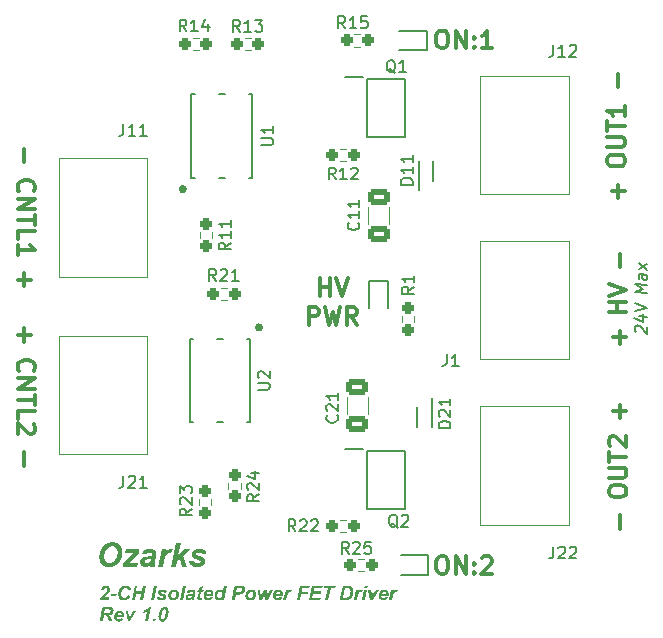
<source format=gto>
G04 #@! TF.GenerationSoftware,KiCad,Pcbnew,(7.0.0)*
G04 #@! TF.CreationDate,2023-05-21T08:53:19-04:00*
G04 #@! TF.ProjectId,Solenoid_Driver,536f6c65-6e6f-4696-945f-447269766572,V1.0*
G04 #@! TF.SameCoordinates,Original*
G04 #@! TF.FileFunction,Legend,Top*
G04 #@! TF.FilePolarity,Positive*
%FSLAX46Y46*%
G04 Gerber Fmt 4.6, Leading zero omitted, Abs format (unit mm)*
G04 Created by KiCad (PCBNEW (7.0.0)) date 2023-05-21 08:53:19*
%MOMM*%
%LPD*%
G01*
G04 APERTURE LIST*
G04 Aperture macros list*
%AMRoundRect*
0 Rectangle with rounded corners*
0 $1 Rounding radius*
0 $2 $3 $4 $5 $6 $7 $8 $9 X,Y pos of 4 corners*
0 Add a 4 corners polygon primitive as box body*
4,1,4,$2,$3,$4,$5,$6,$7,$8,$9,$2,$3,0*
0 Add four circle primitives for the rounded corners*
1,1,$1+$1,$2,$3*
1,1,$1+$1,$4,$5*
1,1,$1+$1,$6,$7*
1,1,$1+$1,$8,$9*
0 Add four rect primitives between the rounded corners*
20,1,$1+$1,$2,$3,$4,$5,0*
20,1,$1+$1,$4,$5,$6,$7,0*
20,1,$1+$1,$6,$7,$8,$9,0*
20,1,$1+$1,$8,$9,$2,$3,0*%
G04 Aperture macros list end*
%ADD10C,0.150000*%
%ADD11C,0.300000*%
%ADD12C,0.200000*%
%ADD13C,0.250000*%
%ADD14C,0.400000*%
%ADD15C,0.120000*%
%ADD16C,0.100000*%
%ADD17C,0.376228*%
%ADD18C,0.152400*%
%ADD19R,0.600000X0.900000*%
%ADD20C,2.200000*%
%ADD21RoundRect,0.250000X-0.650000X0.412500X-0.650000X-0.412500X0.650000X-0.412500X0.650000X0.412500X0*%
%ADD22RoundRect,0.237500X-0.250000X-0.237500X0.250000X-0.237500X0.250000X0.237500X-0.250000X0.237500X0*%
%ADD23C,2.100000*%
%ADD24R,1.780000X2.082800*%
%ADD25R,0.950000X0.950000*%
%ADD26RoundRect,0.237500X0.250000X0.237500X-0.250000X0.237500X-0.250000X-0.237500X0.250000X-0.237500X0*%
%ADD27R,1.500000X0.650000*%
%ADD28RoundRect,0.237500X-0.237500X0.250000X-0.237500X-0.250000X0.237500X-0.250000X0.237500X0.250000X0*%
%ADD29RoundRect,0.237500X0.237500X-0.250000X0.237500X0.250000X-0.237500X0.250000X-0.237500X-0.250000X0*%
G04 APERTURE END LIST*
D10*
X173677619Y-90200000D02*
X173630000Y-90146428D01*
X173630000Y-90146428D02*
X173582380Y-90045238D01*
X173582380Y-90045238D02*
X173582380Y-89807143D01*
X173582380Y-89807143D02*
X173630000Y-89717857D01*
X173630000Y-89717857D02*
X173677619Y-89676190D01*
X173677619Y-89676190D02*
X173772857Y-89640476D01*
X173772857Y-89640476D02*
X173868095Y-89652381D01*
X173868095Y-89652381D02*
X174010952Y-89717857D01*
X174010952Y-89717857D02*
X174582380Y-90360714D01*
X174582380Y-90360714D02*
X174582380Y-89741666D01*
X173915714Y-88801190D02*
X174582380Y-88884523D01*
X173534761Y-88991666D02*
X174249047Y-89319047D01*
X174249047Y-89319047D02*
X174249047Y-88700000D01*
X173582380Y-88378571D02*
X174582380Y-88170238D01*
X174582380Y-88170238D02*
X173582380Y-87711904D01*
X174582380Y-86903571D02*
X173582380Y-86778571D01*
X173582380Y-86778571D02*
X174296666Y-86534523D01*
X174296666Y-86534523D02*
X173582380Y-86111904D01*
X173582380Y-86111904D02*
X174582380Y-86236904D01*
X174582380Y-85332142D02*
X174058571Y-85266666D01*
X174058571Y-85266666D02*
X173963333Y-85302381D01*
X173963333Y-85302381D02*
X173915714Y-85391666D01*
X173915714Y-85391666D02*
X173915714Y-85582142D01*
X173915714Y-85582142D02*
X173963333Y-85683333D01*
X174534761Y-85326190D02*
X174582380Y-85427381D01*
X174582380Y-85427381D02*
X174582380Y-85665476D01*
X174582380Y-85665476D02*
X174534761Y-85754762D01*
X174534761Y-85754762D02*
X174439523Y-85790476D01*
X174439523Y-85790476D02*
X174344285Y-85778571D01*
X174344285Y-85778571D02*
X174249047Y-85719047D01*
X174249047Y-85719047D02*
X174201428Y-85617857D01*
X174201428Y-85617857D02*
X174201428Y-85379762D01*
X174201428Y-85379762D02*
X174153809Y-85278571D01*
X174582380Y-84951190D02*
X173915714Y-84344047D01*
X173915714Y-84867857D02*
X174582380Y-84427380D01*
D11*
X121897857Y-89871428D02*
X121897857Y-91014286D01*
X121326428Y-90442857D02*
X122469285Y-90442857D01*
X121469285Y-93485714D02*
X121397857Y-93414286D01*
X121397857Y-93414286D02*
X121326428Y-93200000D01*
X121326428Y-93200000D02*
X121326428Y-93057143D01*
X121326428Y-93057143D02*
X121397857Y-92842857D01*
X121397857Y-92842857D02*
X121540714Y-92700000D01*
X121540714Y-92700000D02*
X121683571Y-92628571D01*
X121683571Y-92628571D02*
X121969285Y-92557143D01*
X121969285Y-92557143D02*
X122183571Y-92557143D01*
X122183571Y-92557143D02*
X122469285Y-92628571D01*
X122469285Y-92628571D02*
X122612142Y-92700000D01*
X122612142Y-92700000D02*
X122755000Y-92842857D01*
X122755000Y-92842857D02*
X122826428Y-93057143D01*
X122826428Y-93057143D02*
X122826428Y-93200000D01*
X122826428Y-93200000D02*
X122755000Y-93414286D01*
X122755000Y-93414286D02*
X122683571Y-93485714D01*
X121326428Y-94128571D02*
X122826428Y-94128571D01*
X122826428Y-94128571D02*
X121326428Y-94985714D01*
X121326428Y-94985714D02*
X122826428Y-94985714D01*
X122826428Y-95485715D02*
X122826428Y-96342858D01*
X121326428Y-95914286D02*
X122826428Y-95914286D01*
X121326428Y-97557143D02*
X121326428Y-96842857D01*
X121326428Y-96842857D02*
X122826428Y-96842857D01*
X122683571Y-97985715D02*
X122755000Y-98057143D01*
X122755000Y-98057143D02*
X122826428Y-98200001D01*
X122826428Y-98200001D02*
X122826428Y-98557143D01*
X122826428Y-98557143D02*
X122755000Y-98700001D01*
X122755000Y-98700001D02*
X122683571Y-98771429D01*
X122683571Y-98771429D02*
X122540714Y-98842858D01*
X122540714Y-98842858D02*
X122397857Y-98842858D01*
X122397857Y-98842858D02*
X122183571Y-98771429D01*
X122183571Y-98771429D02*
X121326428Y-97914286D01*
X121326428Y-97914286D02*
X121326428Y-98842858D01*
X121897857Y-100385714D02*
X121897857Y-101528572D01*
D12*
G36*
X129080829Y-113476851D02*
G01*
X129097436Y-113477188D01*
X129113563Y-113477749D01*
X129129209Y-113478534D01*
X129144374Y-113479544D01*
X129159059Y-113480778D01*
X129173262Y-113482237D01*
X129186985Y-113483920D01*
X129200227Y-113485827D01*
X129212988Y-113487959D01*
X129225268Y-113490315D01*
X129237067Y-113492896D01*
X129253864Y-113497187D01*
X129269579Y-113501984D01*
X129279455Y-113505462D01*
X129293646Y-113511268D01*
X129307310Y-113517913D01*
X129320450Y-113525398D01*
X129333063Y-113533723D01*
X129345152Y-113542887D01*
X129356715Y-113552891D01*
X129367752Y-113563736D01*
X129378264Y-113575419D01*
X129388250Y-113587943D01*
X129397711Y-113601306D01*
X129403726Y-113610682D01*
X129412211Y-113625311D01*
X129419862Y-113640512D01*
X129426678Y-113656285D01*
X129432660Y-113672630D01*
X129436184Y-113683844D01*
X129439337Y-113695312D01*
X129442119Y-113707035D01*
X129444530Y-113719011D01*
X129446570Y-113731242D01*
X129448239Y-113743727D01*
X129449538Y-113756466D01*
X129450465Y-113769460D01*
X129451021Y-113782707D01*
X129451207Y-113796209D01*
X129450846Y-113815414D01*
X129449764Y-113834196D01*
X129447961Y-113852555D01*
X129445437Y-113870489D01*
X129442191Y-113888000D01*
X129438224Y-113905088D01*
X129433535Y-113921752D01*
X129428126Y-113937992D01*
X129421995Y-113953808D01*
X129415143Y-113969201D01*
X129407569Y-113984171D01*
X129399275Y-113998717D01*
X129390259Y-114012839D01*
X129380521Y-114026537D01*
X129370063Y-114039812D01*
X129358883Y-114052664D01*
X129346973Y-114065002D01*
X129334323Y-114076739D01*
X129320933Y-114087873D01*
X129306804Y-114098404D01*
X129291936Y-114108334D01*
X129276327Y-114117661D01*
X129259979Y-114126387D01*
X129242892Y-114134510D01*
X129225065Y-114142030D01*
X129206498Y-114148949D01*
X129187192Y-114155265D01*
X129167146Y-114160979D01*
X129146361Y-114166091D01*
X129124836Y-114170601D01*
X129102571Y-114174509D01*
X129079567Y-114177814D01*
X129088476Y-114186187D01*
X129097286Y-114195039D01*
X129105999Y-114204370D01*
X129114614Y-114214180D01*
X129123131Y-114224470D01*
X129131550Y-114235238D01*
X129139872Y-114246486D01*
X129148095Y-114258213D01*
X129156221Y-114270418D01*
X129164249Y-114283104D01*
X129169546Y-114291826D01*
X129180024Y-114310166D01*
X129190648Y-114329429D01*
X129201420Y-114349615D01*
X129206860Y-114360053D01*
X129212337Y-114370723D01*
X129217851Y-114381623D01*
X129223401Y-114392754D01*
X129228989Y-114404116D01*
X129234612Y-114415708D01*
X129240273Y-114427531D01*
X129245969Y-114439585D01*
X129251703Y-114451869D01*
X129257473Y-114464384D01*
X129263280Y-114477130D01*
X129269124Y-114490106D01*
X129275004Y-114503313D01*
X129280921Y-114516751D01*
X129286874Y-114530420D01*
X129292864Y-114544319D01*
X129298891Y-114558449D01*
X129304954Y-114572810D01*
X129311054Y-114587401D01*
X129317191Y-114602223D01*
X129323364Y-114617276D01*
X129329574Y-114632559D01*
X129335820Y-114648073D01*
X129342103Y-114663818D01*
X129348423Y-114679793D01*
X129354780Y-114696000D01*
X129087773Y-114696000D01*
X129083503Y-114682613D01*
X129078752Y-114668321D01*
X129073520Y-114653121D01*
X129067807Y-114637015D01*
X129061613Y-114620002D01*
X129054938Y-114602082D01*
X129047782Y-114583255D01*
X129040146Y-114563522D01*
X129032029Y-114542882D01*
X129023431Y-114521335D01*
X129018951Y-114510222D01*
X129014352Y-114498882D01*
X129009632Y-114487315D01*
X129004792Y-114475521D01*
X128999832Y-114463501D01*
X128994751Y-114451254D01*
X128989551Y-114438781D01*
X128984230Y-114426081D01*
X128978789Y-114413154D01*
X128973227Y-114400000D01*
X128967546Y-114386620D01*
X128961744Y-114373013D01*
X128955309Y-114358515D01*
X128948825Y-114344624D01*
X128942294Y-114331340D01*
X128935714Y-114318663D01*
X128929086Y-114306592D01*
X128922410Y-114295128D01*
X128915686Y-114284271D01*
X128908914Y-114274021D01*
X128902094Y-114264378D01*
X128891774Y-114251050D01*
X128881345Y-114239088D01*
X128870809Y-114228491D01*
X128860164Y-114219260D01*
X128853007Y-114213864D01*
X128840637Y-114206856D01*
X128828886Y-114202105D01*
X128815486Y-114198114D01*
X128800437Y-114194883D01*
X128788069Y-114192958D01*
X128774774Y-114191462D01*
X128760551Y-114190393D01*
X128745400Y-114189751D01*
X128729323Y-114189538D01*
X128627913Y-114189538D01*
X128523279Y-114696000D01*
X128274152Y-114696000D01*
X128418299Y-114001959D01*
X128665722Y-114001959D01*
X128797613Y-114001959D01*
X128810011Y-114001936D01*
X128822144Y-114001867D01*
X128834014Y-114001753D01*
X128856962Y-114001387D01*
X128878855Y-114000837D01*
X128899692Y-114000104D01*
X128919473Y-113999188D01*
X128938199Y-113998089D01*
X128955869Y-113996807D01*
X128972484Y-113995342D01*
X128988043Y-113993693D01*
X129002546Y-113991861D01*
X129015994Y-113989846D01*
X129028387Y-113987648D01*
X129044996Y-113984007D01*
X129059230Y-113979954D01*
X129063447Y-113978512D01*
X129075504Y-113973881D01*
X129087057Y-113968781D01*
X129098104Y-113963213D01*
X129108647Y-113957176D01*
X129118685Y-113950669D01*
X129128218Y-113943695D01*
X129140143Y-113933665D01*
X129151170Y-113922803D01*
X129161300Y-113911106D01*
X129166029Y-113904946D01*
X129174753Y-113892274D01*
X129182314Y-113879465D01*
X129188711Y-113866519D01*
X129193946Y-113853435D01*
X129198017Y-113840214D01*
X129200925Y-113826855D01*
X129202670Y-113813359D01*
X129203251Y-113799726D01*
X129202780Y-113787864D01*
X129200685Y-113772930D01*
X129196914Y-113759004D01*
X129191466Y-113746085D01*
X129184343Y-113734174D01*
X129175543Y-113723270D01*
X129165067Y-113713373D01*
X129152916Y-113704484D01*
X129149616Y-113702420D01*
X129137483Y-113696847D01*
X129125077Y-113693069D01*
X129110271Y-113689895D01*
X129097592Y-113687912D01*
X129083563Y-113686268D01*
X129068184Y-113684965D01*
X129051456Y-113684001D01*
X129039554Y-113683548D01*
X129027051Y-113683246D01*
X129013949Y-113683094D01*
X129007173Y-113683076D01*
X128733426Y-113683076D01*
X128665722Y-114001959D01*
X128418299Y-114001959D01*
X128527383Y-113476739D01*
X129063740Y-113476739D01*
X129080829Y-113476851D01*
G37*
G36*
X130018228Y-113796006D02*
G01*
X130037532Y-113797157D01*
X130056320Y-113799075D01*
X130074594Y-113801759D01*
X130092352Y-113805211D01*
X130109595Y-113809430D01*
X130126323Y-113814416D01*
X130142536Y-113820169D01*
X130158234Y-113826689D01*
X130173416Y-113833976D01*
X130188083Y-113842031D01*
X130202235Y-113850852D01*
X130215872Y-113860441D01*
X130228994Y-113870796D01*
X130241600Y-113881919D01*
X130253691Y-113893808D01*
X130265190Y-113906387D01*
X130275948Y-113919577D01*
X130285963Y-113933379D01*
X130295237Y-113947792D01*
X130303768Y-113962816D01*
X130311558Y-113978452D01*
X130318606Y-113994699D01*
X130324912Y-114011558D01*
X130330476Y-114029028D01*
X130335299Y-114047109D01*
X130339379Y-114065801D01*
X130342718Y-114085105D01*
X130345314Y-114105021D01*
X130347169Y-114125547D01*
X130348282Y-114146686D01*
X130348653Y-114168435D01*
X130348508Y-114184167D01*
X130348076Y-114199601D01*
X130347354Y-114214736D01*
X130346345Y-114229572D01*
X130345046Y-114244109D01*
X130343459Y-114258348D01*
X130341584Y-114272287D01*
X130339420Y-114285928D01*
X130336968Y-114299270D01*
X130334227Y-114312313D01*
X130332240Y-114320842D01*
X129738729Y-114320842D01*
X129738070Y-114332713D01*
X129737850Y-114341359D01*
X129738288Y-114356738D01*
X129739602Y-114371550D01*
X129741791Y-114385795D01*
X129744857Y-114399473D01*
X129748798Y-114412585D01*
X129753615Y-114425130D01*
X129759308Y-114437109D01*
X129765877Y-114448520D01*
X129773322Y-114459365D01*
X129781642Y-114469644D01*
X129787676Y-114476181D01*
X129797211Y-114485295D01*
X129807133Y-114493512D01*
X129817441Y-114500833D01*
X129828136Y-114507258D01*
X129839217Y-114512786D01*
X129850685Y-114517418D01*
X129862539Y-114521153D01*
X129874779Y-114523991D01*
X129887405Y-114525934D01*
X129900419Y-114526980D01*
X129909309Y-114527179D01*
X129923834Y-114526739D01*
X129937954Y-114525420D01*
X129951668Y-114523222D01*
X129964978Y-114520145D01*
X129977882Y-114516188D01*
X129990380Y-114511352D01*
X130002474Y-114505637D01*
X130014162Y-114499042D01*
X130025445Y-114491568D01*
X130036323Y-114483215D01*
X130046795Y-114473983D01*
X130056862Y-114463871D01*
X130066524Y-114452880D01*
X130075780Y-114441010D01*
X130084631Y-114428260D01*
X130093077Y-114414632D01*
X130304982Y-114452147D01*
X130297089Y-114468304D01*
X130288871Y-114483948D01*
X130280328Y-114499079D01*
X130271460Y-114513697D01*
X130262266Y-114527802D01*
X130252748Y-114541394D01*
X130242904Y-114554473D01*
X130232735Y-114567039D01*
X130222241Y-114579093D01*
X130211422Y-114590633D01*
X130200277Y-114601661D01*
X130188808Y-114612175D01*
X130177013Y-114622177D01*
X130164894Y-114631666D01*
X130152449Y-114640642D01*
X130139678Y-114649105D01*
X130126647Y-114657055D01*
X130113419Y-114664492D01*
X130099994Y-114671416D01*
X130086372Y-114677828D01*
X130072554Y-114683726D01*
X130058538Y-114689112D01*
X130044325Y-114693984D01*
X130029916Y-114698344D01*
X130015309Y-114702191D01*
X130000506Y-114705525D01*
X129985506Y-114708346D01*
X129970308Y-114710654D01*
X129954914Y-114712449D01*
X129939323Y-114713732D01*
X129923535Y-114714501D01*
X129907550Y-114714757D01*
X129885788Y-114714320D01*
X129864539Y-114713008D01*
X129843803Y-114710821D01*
X129823579Y-114707760D01*
X129803869Y-114703824D01*
X129784672Y-114699013D01*
X129765987Y-114693327D01*
X129747815Y-114686767D01*
X129730157Y-114679332D01*
X129713011Y-114671023D01*
X129696378Y-114661838D01*
X129680258Y-114651779D01*
X129664651Y-114640846D01*
X129649556Y-114629037D01*
X129634975Y-114616354D01*
X129620907Y-114602796D01*
X129607526Y-114588519D01*
X129595009Y-114573675D01*
X129583355Y-114558266D01*
X129572565Y-114542291D01*
X129562638Y-114525751D01*
X129553574Y-114508645D01*
X129545373Y-114490974D01*
X129538035Y-114472737D01*
X129531561Y-114453935D01*
X129525950Y-114434567D01*
X129521202Y-114414633D01*
X129517317Y-114394134D01*
X129514296Y-114373069D01*
X129512138Y-114351438D01*
X129510843Y-114329243D01*
X129510411Y-114306481D01*
X129510800Y-114284105D01*
X129511968Y-114262041D01*
X129513915Y-114240288D01*
X129516639Y-114218847D01*
X129520143Y-114197717D01*
X129524425Y-114176898D01*
X129525935Y-114170780D01*
X129762470Y-114170780D01*
X130132644Y-114170780D01*
X130133304Y-114158909D01*
X130133524Y-114150263D01*
X130133140Y-114134970D01*
X130131988Y-114120413D01*
X130130069Y-114106592D01*
X130127382Y-114093509D01*
X130123928Y-114081162D01*
X130119706Y-114069552D01*
X130114716Y-114058679D01*
X130106869Y-114045327D01*
X130097657Y-114033285D01*
X130089853Y-114025113D01*
X130078468Y-114015290D01*
X130066149Y-114006777D01*
X130052896Y-113999573D01*
X130038709Y-113993679D01*
X130027455Y-113990118D01*
X130015676Y-113987294D01*
X130003371Y-113985207D01*
X129990541Y-113983856D01*
X129977185Y-113983242D01*
X129972616Y-113983201D01*
X129959009Y-113983618D01*
X129945665Y-113984870D01*
X129932583Y-113986957D01*
X129919764Y-113989878D01*
X129907207Y-113993634D01*
X129894914Y-113998224D01*
X129882883Y-114003649D01*
X129871115Y-114009909D01*
X129859610Y-114017003D01*
X129848367Y-114024932D01*
X129841018Y-114030682D01*
X129830467Y-114039981D01*
X129820575Y-114050074D01*
X129811343Y-114060960D01*
X129802770Y-114072640D01*
X129794856Y-114085113D01*
X129787602Y-114098379D01*
X129781008Y-114112439D01*
X129775073Y-114127292D01*
X129769797Y-114142939D01*
X129765181Y-114159379D01*
X129762470Y-114170780D01*
X129525935Y-114170780D01*
X129529485Y-114156391D01*
X129535324Y-114136195D01*
X129541941Y-114116310D01*
X129549337Y-114096737D01*
X129557512Y-114077476D01*
X129566465Y-114058526D01*
X129576197Y-114039887D01*
X129586707Y-114021560D01*
X129597995Y-114003544D01*
X129610062Y-113985839D01*
X129618676Y-113974136D01*
X129627516Y-113962805D01*
X129636584Y-113951845D01*
X129645879Y-113941257D01*
X129655401Y-113931040D01*
X129665151Y-113921195D01*
X129675128Y-113911722D01*
X129685332Y-113902619D01*
X129695763Y-113893889D01*
X129706422Y-113885530D01*
X129717308Y-113877542D01*
X129728421Y-113869926D01*
X129739761Y-113862681D01*
X129751329Y-113855808D01*
X129763124Y-113849307D01*
X129775146Y-113843177D01*
X129787395Y-113837418D01*
X129799872Y-113832031D01*
X129812576Y-113827016D01*
X129825507Y-113822372D01*
X129838666Y-113818099D01*
X129852052Y-113814198D01*
X129865665Y-113810669D01*
X129879505Y-113807511D01*
X129893572Y-113804725D01*
X129907867Y-113802310D01*
X129922389Y-113800267D01*
X129937139Y-113798595D01*
X129952115Y-113797294D01*
X129967319Y-113796366D01*
X129982750Y-113795808D01*
X129998408Y-113795623D01*
X130018228Y-113796006D01*
G37*
G36*
X130851891Y-114696000D02*
G01*
X130648192Y-114696000D01*
X130472630Y-113814381D01*
X130705052Y-113814381D01*
X130766894Y-114202434D01*
X130770036Y-114221393D01*
X130773012Y-114239436D01*
X130775824Y-114256564D01*
X130778471Y-114272775D01*
X130780953Y-114288071D01*
X130783271Y-114302451D01*
X130785423Y-114315915D01*
X130787411Y-114328463D01*
X130789233Y-114340095D01*
X130791658Y-114355826D01*
X130793712Y-114369496D01*
X130795395Y-114381105D01*
X130797062Y-114393378D01*
X130797376Y-114395874D01*
X130805882Y-114386297D01*
X130813355Y-114374875D01*
X130820880Y-114362554D01*
X130827424Y-114351456D01*
X130834742Y-114338765D01*
X130842832Y-114324483D01*
X130848655Y-114314077D01*
X130854822Y-114302964D01*
X130861006Y-114291744D01*
X130866884Y-114281092D01*
X130875126Y-114266179D01*
X130882677Y-114252543D01*
X130889537Y-114240185D01*
X130895708Y-114229105D01*
X130902861Y-114216319D01*
X130908787Y-114205804D01*
X130915375Y-114194291D01*
X130916957Y-114191589D01*
X131134724Y-113814381D01*
X131390300Y-113814381D01*
X130851891Y-114696000D01*
G37*
G36*
X131947759Y-114001959D02*
G01*
X131992309Y-113795623D01*
X132011298Y-113787006D01*
X132030016Y-113778303D01*
X132048464Y-113769512D01*
X132066640Y-113760635D01*
X132084546Y-113751670D01*
X132102181Y-113742619D01*
X132119545Y-113733480D01*
X132136639Y-113724255D01*
X132153461Y-113714942D01*
X132170013Y-113705543D01*
X132186294Y-113696056D01*
X132202305Y-113686483D01*
X132218044Y-113676822D01*
X132233513Y-113667075D01*
X132248711Y-113657240D01*
X132263639Y-113647318D01*
X132278295Y-113637310D01*
X132292681Y-113627214D01*
X132306796Y-113617032D01*
X132320640Y-113606762D01*
X132334214Y-113596405D01*
X132347517Y-113585962D01*
X132360549Y-113575431D01*
X132373310Y-113564813D01*
X132385800Y-113554108D01*
X132398020Y-113543317D01*
X132409969Y-113532438D01*
X132421647Y-113521472D01*
X132433054Y-113510420D01*
X132444191Y-113499280D01*
X132455057Y-113488053D01*
X132465652Y-113476739D01*
X132609853Y-113476739D01*
X132355157Y-114696000D01*
X132116873Y-114696000D01*
X132292435Y-113861861D01*
X132278330Y-113870530D01*
X132263824Y-113879059D01*
X132248916Y-113887449D01*
X132233606Y-113895700D01*
X132223176Y-113901123D01*
X132212568Y-113906484D01*
X132201780Y-113911784D01*
X132190815Y-113917022D01*
X132179670Y-113922198D01*
X132168347Y-113927312D01*
X132156846Y-113932365D01*
X132145166Y-113937355D01*
X132133307Y-113942284D01*
X132121270Y-113947151D01*
X132109257Y-113951899D01*
X132097401Y-113956470D01*
X132085700Y-113960866D01*
X132074155Y-113965084D01*
X132062766Y-113969127D01*
X132051532Y-113972993D01*
X132034974Y-113978462D01*
X132018765Y-113983534D01*
X132002908Y-113988210D01*
X131987400Y-113992489D01*
X131972243Y-113996371D01*
X131957436Y-113999856D01*
X131947759Y-114001959D01*
G37*
G36*
X132803879Y-114470905D02*
G01*
X133038060Y-114470905D01*
X132990286Y-114696000D01*
X132756106Y-114696000D01*
X132803879Y-114470905D01*
G37*
G36*
X133795679Y-113477156D02*
G01*
X133813419Y-113478406D01*
X133830749Y-113480490D01*
X133847670Y-113483407D01*
X133864180Y-113487158D01*
X133880281Y-113491742D01*
X133895971Y-113497159D01*
X133911252Y-113503411D01*
X133926123Y-113510495D01*
X133940584Y-113518413D01*
X133954635Y-113527165D01*
X133968277Y-113536750D01*
X133981508Y-113547168D01*
X133994330Y-113558420D01*
X134006742Y-113570506D01*
X134018743Y-113583424D01*
X134030172Y-113597138D01*
X134040863Y-113611607D01*
X134050816Y-113626832D01*
X134060033Y-113642812D01*
X134068512Y-113659548D01*
X134076253Y-113677040D01*
X134083258Y-113695287D01*
X134089525Y-113714290D01*
X134095055Y-113734048D01*
X134099847Y-113754562D01*
X134103902Y-113775832D01*
X134107220Y-113797857D01*
X134109801Y-113820638D01*
X134111644Y-113844175D01*
X134112289Y-113856227D01*
X134112750Y-113868467D01*
X134113027Y-113880897D01*
X134113119Y-113893515D01*
X134112850Y-113916862D01*
X134112513Y-113928597D01*
X134112043Y-113940373D01*
X134111437Y-113952191D01*
X134110697Y-113964049D01*
X134109823Y-113975949D01*
X134108814Y-113987891D01*
X134107671Y-113999873D01*
X134106393Y-114011897D01*
X134104980Y-114023961D01*
X134103433Y-114036068D01*
X134101752Y-114048215D01*
X134099935Y-114060403D01*
X134097985Y-114072633D01*
X134095900Y-114084904D01*
X134093680Y-114097216D01*
X134091326Y-114109569D01*
X134088837Y-114121964D01*
X134086214Y-114134400D01*
X134083456Y-114146877D01*
X134080564Y-114159395D01*
X134077537Y-114171954D01*
X134074376Y-114184555D01*
X134071080Y-114197197D01*
X134067650Y-114209880D01*
X134064085Y-114222604D01*
X134060385Y-114235370D01*
X134056551Y-114248176D01*
X134052583Y-114261024D01*
X134048480Y-114273914D01*
X134044242Y-114286844D01*
X134039890Y-114299700D01*
X134035444Y-114312368D01*
X134030903Y-114324847D01*
X134026268Y-114337137D01*
X134021538Y-114349237D01*
X134016714Y-114361149D01*
X134011795Y-114372873D01*
X134006782Y-114384407D01*
X134001674Y-114395752D01*
X133996472Y-114406908D01*
X133991175Y-114417876D01*
X133985784Y-114428654D01*
X133980299Y-114439244D01*
X133974719Y-114449645D01*
X133963276Y-114469879D01*
X133951455Y-114489359D01*
X133939256Y-114508082D01*
X133926679Y-114526050D01*
X133913725Y-114543262D01*
X133900393Y-114559719D01*
X133886683Y-114575420D01*
X133872595Y-114590365D01*
X133858129Y-114604555D01*
X133843396Y-114617900D01*
X133828431Y-114630384D01*
X133813235Y-114642007D01*
X133797807Y-114652769D01*
X133782149Y-114662670D01*
X133766259Y-114671710D01*
X133750138Y-114679889D01*
X133733785Y-114687207D01*
X133717202Y-114693664D01*
X133700387Y-114699260D01*
X133683340Y-114703995D01*
X133666063Y-114707870D01*
X133648554Y-114710883D01*
X133630814Y-114713035D01*
X133612843Y-114714327D01*
X133594640Y-114714757D01*
X133576487Y-114714341D01*
X133558736Y-114713090D01*
X133541389Y-114711007D01*
X133524445Y-114708090D01*
X133507903Y-114704339D01*
X133491765Y-114699755D01*
X133476030Y-114694337D01*
X133460697Y-114688086D01*
X133445768Y-114681001D01*
X133431242Y-114673083D01*
X133417118Y-114664332D01*
X133403398Y-114654747D01*
X133390081Y-114644328D01*
X133377166Y-114633076D01*
X133364655Y-114620991D01*
X133352547Y-114608072D01*
X133341012Y-114594365D01*
X133330221Y-114579917D01*
X133320175Y-114564727D01*
X133310873Y-114548794D01*
X133302315Y-114532120D01*
X133294501Y-114514704D01*
X133287431Y-114496546D01*
X133281106Y-114477646D01*
X133275524Y-114458005D01*
X133270687Y-114437621D01*
X133266594Y-114416496D01*
X133263245Y-114394628D01*
X133260641Y-114372019D01*
X133258805Y-114348979D01*
X133489713Y-114348979D01*
X133489836Y-114361026D01*
X133490479Y-114378245D01*
X133491673Y-114394445D01*
X133493419Y-114409625D01*
X133495716Y-114423784D01*
X133498564Y-114436923D01*
X133501964Y-114449043D01*
X133505914Y-114460142D01*
X133512040Y-114473354D01*
X133519145Y-114484752D01*
X133521074Y-114487318D01*
X133529198Y-114496661D01*
X133537890Y-114504757D01*
X133549554Y-114513126D01*
X133562105Y-114519549D01*
X133575543Y-114524026D01*
X133589868Y-114526556D01*
X133601967Y-114527179D01*
X133614201Y-114526638D01*
X133626171Y-114525015D01*
X133637879Y-114522310D01*
X133649325Y-114518523D01*
X133660507Y-114513655D01*
X133671427Y-114507704D01*
X133682084Y-114500672D01*
X133692478Y-114492557D01*
X133702609Y-114483361D01*
X133712478Y-114473083D01*
X133718911Y-114465630D01*
X133727388Y-114454711D01*
X133735745Y-114442544D01*
X133743984Y-114429129D01*
X133752103Y-114414467D01*
X133760104Y-114398556D01*
X133767985Y-114381398D01*
X133775748Y-114362992D01*
X133783391Y-114343337D01*
X133790915Y-114322435D01*
X133798320Y-114300285D01*
X133801978Y-114288742D01*
X133805606Y-114276887D01*
X133809205Y-114264720D01*
X133812773Y-114252241D01*
X133816312Y-114239450D01*
X133819821Y-114226347D01*
X133823301Y-114212932D01*
X133826750Y-114199205D01*
X133830170Y-114185166D01*
X133833560Y-114170815D01*
X133836920Y-114156152D01*
X133840251Y-114141177D01*
X133842829Y-114129239D01*
X133845326Y-114117457D01*
X133847741Y-114105830D01*
X133852325Y-114083047D01*
X133856582Y-114060889D01*
X133860511Y-114039356D01*
X133864113Y-114018448D01*
X133867387Y-113998165D01*
X133870334Y-113978507D01*
X133872954Y-113959475D01*
X133875246Y-113941067D01*
X133877210Y-113923285D01*
X133878847Y-113906128D01*
X133880157Y-113889595D01*
X133881140Y-113873688D01*
X133881794Y-113858406D01*
X133882122Y-113843749D01*
X133882163Y-113836655D01*
X133881882Y-113819908D01*
X133881040Y-113804067D01*
X133879636Y-113789133D01*
X133877670Y-113775106D01*
X133875143Y-113761986D01*
X133872055Y-113749772D01*
X133868404Y-113738465D01*
X133862664Y-113724800D01*
X133855925Y-113712746D01*
X133850216Y-113704764D01*
X133842028Y-113695285D01*
X133833290Y-113687069D01*
X133821595Y-113678577D01*
X133809041Y-113672059D01*
X133795629Y-113667517D01*
X133781358Y-113664950D01*
X133769323Y-113664318D01*
X133753862Y-113665266D01*
X133738841Y-113668110D01*
X133724260Y-113672849D01*
X133710118Y-113679485D01*
X133699800Y-113685706D01*
X133689730Y-113692994D01*
X133679907Y-113701348D01*
X133670331Y-113710768D01*
X133661002Y-113721255D01*
X133657948Y-113724988D01*
X133649050Y-113736538D01*
X133640307Y-113749136D01*
X133631721Y-113762779D01*
X133623290Y-113777469D01*
X133615015Y-113793206D01*
X133606895Y-113809989D01*
X133598931Y-113827818D01*
X133591123Y-113846694D01*
X133583471Y-113866616D01*
X133575974Y-113887585D01*
X133568633Y-113909600D01*
X133565021Y-113921000D01*
X133561448Y-113932661D01*
X133557913Y-113944584D01*
X133554418Y-113956769D01*
X133550961Y-113969216D01*
X133547544Y-113981923D01*
X133544165Y-113994893D01*
X133540826Y-114008124D01*
X133537525Y-114021617D01*
X133534263Y-114035371D01*
X133531522Y-114047319D01*
X133528869Y-114059128D01*
X133526302Y-114070798D01*
X133523822Y-114082330D01*
X133519123Y-114104978D01*
X133514773Y-114127072D01*
X133510770Y-114148612D01*
X133507116Y-114169598D01*
X133503809Y-114190030D01*
X133500851Y-114209907D01*
X133498241Y-114229231D01*
X133495978Y-114248000D01*
X133494064Y-114266215D01*
X133492498Y-114283876D01*
X133491280Y-114300983D01*
X133490409Y-114317536D01*
X133489887Y-114333535D01*
X133489713Y-114348979D01*
X133258805Y-114348979D01*
X133258780Y-114348668D01*
X133258129Y-114336714D01*
X133257664Y-114324575D01*
X133257385Y-114312250D01*
X133257292Y-114299740D01*
X133257533Y-114276859D01*
X133258258Y-114253940D01*
X133259466Y-114230981D01*
X133261157Y-114207984D01*
X133263331Y-114184948D01*
X133265988Y-114161872D01*
X133269129Y-114138758D01*
X133272752Y-114115605D01*
X133274745Y-114104014D01*
X133276859Y-114092413D01*
X133279094Y-114080803D01*
X133281449Y-114069182D01*
X133283925Y-114057552D01*
X133286522Y-114045912D01*
X133289240Y-114034263D01*
X133292078Y-114022604D01*
X133295037Y-114010935D01*
X133298117Y-113999256D01*
X133301318Y-113987567D01*
X133304640Y-113975869D01*
X133308082Y-113964161D01*
X133311645Y-113952444D01*
X133315329Y-113940716D01*
X133319134Y-113928979D01*
X133323920Y-113914787D01*
X133328790Y-113900824D01*
X133333744Y-113887090D01*
X133338780Y-113873585D01*
X133343901Y-113860309D01*
X133349105Y-113847262D01*
X133354393Y-113834444D01*
X133359764Y-113821854D01*
X133365219Y-113809494D01*
X133370757Y-113797363D01*
X133376379Y-113785461D01*
X133382085Y-113773787D01*
X133387874Y-113762343D01*
X133393747Y-113751128D01*
X133399703Y-113740141D01*
X133405743Y-113729384D01*
X133411866Y-113718856D01*
X133418073Y-113708556D01*
X133424364Y-113698486D01*
X133430738Y-113688644D01*
X133443737Y-113669648D01*
X133457070Y-113651568D01*
X133470738Y-113634404D01*
X133484740Y-113618156D01*
X133499076Y-113602823D01*
X133513747Y-113588407D01*
X133528688Y-113574885D01*
X133543835Y-113562235D01*
X133559188Y-113550457D01*
X133574747Y-113539552D01*
X133590512Y-113529520D01*
X133606483Y-113520359D01*
X133622660Y-113512072D01*
X133639043Y-113504656D01*
X133655633Y-113498113D01*
X133672428Y-113492442D01*
X133689430Y-113487644D01*
X133706638Y-113483718D01*
X133724051Y-113480665D01*
X133741671Y-113478484D01*
X133759497Y-113477175D01*
X133777529Y-113476739D01*
X133795679Y-113477156D01*
G37*
D13*
G36*
X128646085Y-112051896D02*
G01*
X128414249Y-112018777D01*
X128418057Y-111998380D01*
X128422447Y-111978587D01*
X128427418Y-111959398D01*
X128432971Y-111940815D01*
X128439105Y-111922835D01*
X128445821Y-111905460D01*
X128453118Y-111888690D01*
X128460997Y-111872524D01*
X128469458Y-111856963D01*
X128478500Y-111842006D01*
X128488124Y-111827654D01*
X128498330Y-111813906D01*
X128509117Y-111800763D01*
X128520486Y-111788224D01*
X128532436Y-111776290D01*
X128544968Y-111764960D01*
X128557992Y-111754277D01*
X128571420Y-111744283D01*
X128585250Y-111734979D01*
X128599483Y-111726363D01*
X128614119Y-111718437D01*
X128629159Y-111711200D01*
X128644601Y-111704653D01*
X128660446Y-111698794D01*
X128676694Y-111693625D01*
X128693346Y-111689145D01*
X128710400Y-111685354D01*
X128727857Y-111682253D01*
X128745717Y-111679841D01*
X128763981Y-111678118D01*
X128782647Y-111677084D01*
X128801716Y-111676739D01*
X128822571Y-111677095D01*
X128842859Y-111678163D01*
X128862578Y-111679944D01*
X128881730Y-111682436D01*
X128900314Y-111685641D01*
X128918330Y-111689557D01*
X128935778Y-111694186D01*
X128952658Y-111699527D01*
X128968971Y-111705580D01*
X128984715Y-111712345D01*
X128999892Y-111719823D01*
X129014501Y-111728012D01*
X129028541Y-111736913D01*
X129042015Y-111746527D01*
X129054920Y-111756853D01*
X129067257Y-111767891D01*
X129078934Y-111779478D01*
X129089857Y-111791452D01*
X129100027Y-111803814D01*
X129109444Y-111816562D01*
X129118107Y-111829697D01*
X129126017Y-111843220D01*
X129133174Y-111857129D01*
X129139577Y-111871425D01*
X129145227Y-111886108D01*
X129150124Y-111901179D01*
X129154267Y-111916636D01*
X129157657Y-111932480D01*
X129160294Y-111948711D01*
X129162177Y-111965329D01*
X129163307Y-111982334D01*
X129163684Y-111999726D01*
X129163424Y-112013137D01*
X129162643Y-112026554D01*
X129161342Y-112039976D01*
X129159521Y-112053403D01*
X129157180Y-112066835D01*
X129154318Y-112080272D01*
X129150935Y-112093715D01*
X129147033Y-112107162D01*
X129142610Y-112120615D01*
X129137666Y-112134073D01*
X129134082Y-112143048D01*
X129128197Y-112156573D01*
X129121641Y-112170223D01*
X129114417Y-112183996D01*
X129106522Y-112197892D01*
X129097958Y-112211913D01*
X129088724Y-112226057D01*
X129078820Y-112240324D01*
X129071845Y-112249905D01*
X129064573Y-112259540D01*
X129057003Y-112269230D01*
X129049135Y-112278976D01*
X129040970Y-112288776D01*
X129036775Y-112293697D01*
X129027109Y-112304600D01*
X129016356Y-112316317D01*
X129004516Y-112328849D01*
X128996019Y-112337655D01*
X128987038Y-112346823D01*
X128977575Y-112356354D01*
X128967628Y-112366245D01*
X128957198Y-112376499D01*
X128946285Y-112387114D01*
X128934889Y-112398092D01*
X128923009Y-112409431D01*
X128910647Y-112421131D01*
X128897801Y-112433194D01*
X128884472Y-112445618D01*
X128877627Y-112451966D01*
X128864107Y-112464499D01*
X128851171Y-112476526D01*
X128838819Y-112488047D01*
X128827050Y-112499062D01*
X128815866Y-112509571D01*
X128805265Y-112519574D01*
X128795249Y-112529071D01*
X128785816Y-112538062D01*
X128776967Y-112546546D01*
X128764789Y-112558325D01*
X128753924Y-112568964D01*
X128744373Y-112578466D01*
X128736136Y-112586828D01*
X128731374Y-112591771D01*
X128722476Y-112601150D01*
X128713661Y-112610675D01*
X128704927Y-112620347D01*
X128696277Y-112630166D01*
X128687708Y-112640131D01*
X128679222Y-112650242D01*
X128670819Y-112660501D01*
X128662498Y-112670905D01*
X129081325Y-112670905D01*
X129036775Y-112896000D01*
X128302288Y-112896000D01*
X128304689Y-112879316D01*
X128307605Y-112862786D01*
X128311036Y-112846412D01*
X128314983Y-112830191D01*
X128319445Y-112814126D01*
X128324421Y-112798215D01*
X128329913Y-112782458D01*
X128335921Y-112766856D01*
X128342443Y-112751409D01*
X128349481Y-112736116D01*
X128354459Y-112726006D01*
X128362327Y-112710992D01*
X128370547Y-112696173D01*
X128379116Y-112681550D01*
X128388036Y-112667123D01*
X128397306Y-112652891D01*
X128406927Y-112638855D01*
X128416897Y-112625015D01*
X128427219Y-112611371D01*
X128437890Y-112597923D01*
X128448912Y-112584670D01*
X128456454Y-112575944D01*
X128464471Y-112566893D01*
X128473280Y-112557181D01*
X128482881Y-112546807D01*
X128493274Y-112535772D01*
X128504460Y-112524075D01*
X128516437Y-112511715D01*
X128529208Y-112498695D01*
X128542770Y-112485012D01*
X128557125Y-112470668D01*
X128572271Y-112455662D01*
X128588211Y-112439994D01*
X128604942Y-112423664D01*
X128613605Y-112415251D01*
X128622466Y-112406673D01*
X128631525Y-112397929D01*
X128640782Y-112389020D01*
X128650237Y-112379945D01*
X128659890Y-112370705D01*
X128669741Y-112361300D01*
X128679790Y-112351729D01*
X128694681Y-112337357D01*
X128708870Y-112323624D01*
X128722359Y-112310530D01*
X128735148Y-112298075D01*
X128747236Y-112286258D01*
X128758623Y-112275081D01*
X128769309Y-112264542D01*
X128779295Y-112254642D01*
X128788580Y-112245381D01*
X128797164Y-112236759D01*
X128808727Y-112225024D01*
X128818713Y-112214726D01*
X128827123Y-112205865D01*
X128833956Y-112198442D01*
X128844463Y-112186504D01*
X128854331Y-112174870D01*
X128863560Y-112163540D01*
X128872150Y-112152514D01*
X128880101Y-112141791D01*
X128887413Y-112131373D01*
X128894087Y-112121259D01*
X128901991Y-112108246D01*
X128908760Y-112095774D01*
X128913091Y-112086774D01*
X128918106Y-112075124D01*
X128922452Y-112063766D01*
X128926944Y-112049982D01*
X128930391Y-112036655D01*
X128932794Y-112023787D01*
X128934152Y-112011376D01*
X128934487Y-112001778D01*
X128933923Y-111986825D01*
X128932233Y-111972597D01*
X128929417Y-111959092D01*
X128925474Y-111946310D01*
X128920404Y-111934252D01*
X128914208Y-111922918D01*
X128906886Y-111912307D01*
X128898436Y-111902420D01*
X128889195Y-111893489D01*
X128879349Y-111885750D01*
X128868898Y-111879201D01*
X128857843Y-111873843D01*
X128846184Y-111869676D01*
X128833920Y-111866699D01*
X128821051Y-111864913D01*
X128807578Y-111864318D01*
X128793798Y-111864954D01*
X128780449Y-111866864D01*
X128767530Y-111870047D01*
X128755041Y-111874503D01*
X128742983Y-111880232D01*
X128731356Y-111887234D01*
X128720159Y-111895509D01*
X128709392Y-111905057D01*
X128699235Y-111916199D01*
X128692038Y-111925908D01*
X128685201Y-111936777D01*
X128678725Y-111948804D01*
X128672609Y-111961990D01*
X128666855Y-111976336D01*
X128661460Y-111991841D01*
X128656427Y-112008505D01*
X128653272Y-112020259D01*
X128650277Y-112032527D01*
X128647442Y-112045311D01*
X128646085Y-112051896D01*
G37*
G36*
X129247215Y-112352022D02*
G01*
X129706489Y-112352022D01*
X129658715Y-112577116D01*
X129199441Y-112577116D01*
X129247215Y-112352022D01*
G37*
G36*
X130638227Y-112502085D02*
G01*
X130888820Y-112533739D01*
X130884169Y-112545230D01*
X130879374Y-112556552D01*
X130874435Y-112567702D01*
X130869352Y-112578682D01*
X130864126Y-112589492D01*
X130858757Y-112600131D01*
X130853243Y-112610599D01*
X130847586Y-112620897D01*
X130835840Y-112640980D01*
X130823520Y-112660381D01*
X130810625Y-112679100D01*
X130797156Y-112697137D01*
X130783111Y-112714491D01*
X130768492Y-112731163D01*
X130753299Y-112747153D01*
X130737530Y-112762460D01*
X130721187Y-112777085D01*
X130704269Y-112791027D01*
X130686776Y-112804287D01*
X130668709Y-112816865D01*
X130650193Y-112828719D01*
X130631284Y-112839808D01*
X130611982Y-112850133D01*
X130592285Y-112859693D01*
X130572194Y-112868488D01*
X130551710Y-112876518D01*
X130530832Y-112883784D01*
X130509560Y-112890284D01*
X130487894Y-112896020D01*
X130465834Y-112900991D01*
X130443381Y-112905198D01*
X130420533Y-112908639D01*
X130397292Y-112911316D01*
X130385524Y-112912367D01*
X130373657Y-112913228D01*
X130361692Y-112913897D01*
X130349628Y-112914375D01*
X130337466Y-112914662D01*
X130325205Y-112914757D01*
X130311433Y-112914626D01*
X130297851Y-112914233D01*
X130284457Y-112913578D01*
X130271254Y-112912660D01*
X130258239Y-112911480D01*
X130245415Y-112910038D01*
X130232779Y-112908334D01*
X130220334Y-112906368D01*
X130208077Y-112904139D01*
X130196010Y-112901648D01*
X130184133Y-112898895D01*
X130172445Y-112895880D01*
X130160947Y-112892603D01*
X130149638Y-112889064D01*
X130138518Y-112885262D01*
X130116848Y-112876872D01*
X130095935Y-112867434D01*
X130075781Y-112856947D01*
X130056384Y-112845411D01*
X130037745Y-112832826D01*
X130019864Y-112819193D01*
X130002742Y-112804511D01*
X129986377Y-112788780D01*
X129978478Y-112780521D01*
X129963359Y-112763270D01*
X129949215Y-112745076D01*
X129936046Y-112725938D01*
X129923853Y-112705856D01*
X129918123Y-112695462D01*
X129912636Y-112684832D01*
X129907393Y-112673966D01*
X129902394Y-112662864D01*
X129897638Y-112651526D01*
X129893127Y-112639952D01*
X129888859Y-112628143D01*
X129884836Y-112616097D01*
X129881056Y-112603816D01*
X129877520Y-112591299D01*
X129874228Y-112578546D01*
X129871179Y-112565557D01*
X129868375Y-112552333D01*
X129865814Y-112538872D01*
X129863498Y-112525176D01*
X129861425Y-112511244D01*
X129859596Y-112497076D01*
X129858011Y-112482672D01*
X129856670Y-112468032D01*
X129855572Y-112453157D01*
X129854719Y-112438045D01*
X129854109Y-112422698D01*
X129853743Y-112407115D01*
X129853621Y-112391296D01*
X129853703Y-112378380D01*
X129853948Y-112365533D01*
X129854355Y-112352755D01*
X129854926Y-112340046D01*
X129855661Y-112327407D01*
X129856558Y-112314837D01*
X129857618Y-112302336D01*
X129858842Y-112289905D01*
X129860229Y-112277543D01*
X129861779Y-112265250D01*
X129863492Y-112253026D01*
X129865368Y-112240871D01*
X129867407Y-112228786D01*
X129869610Y-112216770D01*
X129871975Y-112204824D01*
X129874504Y-112192946D01*
X129877196Y-112181138D01*
X129880051Y-112169400D01*
X129883069Y-112157730D01*
X129886251Y-112146130D01*
X129889595Y-112134599D01*
X129893103Y-112123137D01*
X129896774Y-112111744D01*
X129900607Y-112100421D01*
X129904605Y-112089167D01*
X129908765Y-112077983D01*
X129913088Y-112066867D01*
X129917575Y-112055821D01*
X129922224Y-112044844D01*
X129927037Y-112033936D01*
X129932013Y-112023098D01*
X129937152Y-112012329D01*
X129942454Y-112001655D01*
X129947882Y-111991139D01*
X129953436Y-111980781D01*
X129964922Y-111960540D01*
X129976911Y-111940930D01*
X129989404Y-111921953D01*
X130002401Y-111903607D01*
X130015901Y-111885893D01*
X130029905Y-111868811D01*
X130044413Y-111852362D01*
X130059425Y-111836544D01*
X130074941Y-111821358D01*
X130090960Y-111806804D01*
X130107483Y-111792882D01*
X130124510Y-111779593D01*
X130142040Y-111766935D01*
X130160075Y-111754909D01*
X130169281Y-111749133D01*
X130187923Y-111738095D01*
X130206774Y-111727769D01*
X130225832Y-111718156D01*
X130245100Y-111709254D01*
X130264576Y-111701065D01*
X130284260Y-111693587D01*
X130304152Y-111686822D01*
X130324253Y-111680769D01*
X130344562Y-111675428D01*
X130365080Y-111670800D01*
X130385805Y-111666883D01*
X130406740Y-111663678D01*
X130427882Y-111661186D01*
X130449233Y-111659406D01*
X130470793Y-111658337D01*
X130492561Y-111657981D01*
X130504742Y-111658083D01*
X130516777Y-111658389D01*
X130528666Y-111658898D01*
X130540408Y-111659612D01*
X130563452Y-111661650D01*
X130585910Y-111664503D01*
X130607782Y-111668171D01*
X130629068Y-111672654D01*
X130649767Y-111677953D01*
X130669881Y-111684066D01*
X130689408Y-111690995D01*
X130708349Y-111698739D01*
X130726704Y-111707299D01*
X130744473Y-111716673D01*
X130761655Y-111726862D01*
X130778251Y-111737867D01*
X130794262Y-111749687D01*
X130809685Y-111762322D01*
X130824463Y-111775661D01*
X130838459Y-111789593D01*
X130851674Y-111804118D01*
X130864109Y-111819237D01*
X130875763Y-111834948D01*
X130886636Y-111851252D01*
X130896728Y-111868150D01*
X130906039Y-111885640D01*
X130914570Y-111903724D01*
X130922320Y-111922400D01*
X130929289Y-111941670D01*
X130935477Y-111961532D01*
X130940884Y-111981988D01*
X130945510Y-112003037D01*
X130949356Y-112024679D01*
X130952421Y-112046914D01*
X130714138Y-112070654D01*
X130711503Y-112057297D01*
X130708583Y-112044409D01*
X130705376Y-112031990D01*
X130701883Y-112020041D01*
X130698104Y-112008561D01*
X130694038Y-111997551D01*
X130687403Y-111981915D01*
X130680124Y-111967336D01*
X130672201Y-111953813D01*
X130663634Y-111941346D01*
X130654423Y-111929935D01*
X130644569Y-111919580D01*
X130637641Y-111913264D01*
X130626760Y-111904517D01*
X130615219Y-111896630D01*
X130603019Y-111889603D01*
X130590160Y-111883437D01*
X130576641Y-111878132D01*
X130562463Y-111873686D01*
X130547625Y-111870101D01*
X130532128Y-111867377D01*
X130515971Y-111865513D01*
X130499155Y-111864509D01*
X130487578Y-111864318D01*
X130474736Y-111864567D01*
X130462001Y-111865316D01*
X130449374Y-111866564D01*
X130436855Y-111868311D01*
X130424443Y-111870557D01*
X130412139Y-111873303D01*
X130399943Y-111876547D01*
X130387854Y-111880291D01*
X130375872Y-111884534D01*
X130363999Y-111889276D01*
X130352233Y-111894518D01*
X130340574Y-111900258D01*
X130329024Y-111906498D01*
X130317580Y-111913237D01*
X130306245Y-111920474D01*
X130295017Y-111928212D01*
X130283983Y-111936480D01*
X130273227Y-111945312D01*
X130262752Y-111954707D01*
X130252555Y-111964665D01*
X130242638Y-111975186D01*
X130233001Y-111986271D01*
X130223642Y-111997919D01*
X130214563Y-112010131D01*
X130205764Y-112022905D01*
X130197243Y-112036243D01*
X130189003Y-112050145D01*
X130181041Y-112064609D01*
X130173359Y-112079637D01*
X130165956Y-112095228D01*
X130158832Y-112111382D01*
X130151988Y-112128100D01*
X130145493Y-112145060D01*
X130139417Y-112162016D01*
X130133761Y-112178967D01*
X130128523Y-112195914D01*
X130123704Y-112212856D01*
X130119304Y-112229794D01*
X130115323Y-112246726D01*
X130111762Y-112263655D01*
X130108619Y-112280579D01*
X130105895Y-112297498D01*
X130103590Y-112314412D01*
X130101705Y-112331322D01*
X130100238Y-112348228D01*
X130099191Y-112365129D01*
X130098562Y-112382025D01*
X130098353Y-112398916D01*
X130098624Y-112417156D01*
X130099438Y-112434871D01*
X130100795Y-112452061D01*
X130102694Y-112468727D01*
X130105136Y-112484869D01*
X130108121Y-112500486D01*
X130111648Y-112515579D01*
X130115718Y-112530148D01*
X130120331Y-112544192D01*
X130125486Y-112557712D01*
X130131185Y-112570708D01*
X130137425Y-112583179D01*
X130144209Y-112595126D01*
X130151535Y-112606549D01*
X130159404Y-112617447D01*
X130167815Y-112627821D01*
X130176669Y-112637581D01*
X130185790Y-112646712D01*
X130195179Y-112655212D01*
X130204836Y-112663083D01*
X130214761Y-112670325D01*
X130224954Y-112676937D01*
X130235415Y-112682919D01*
X130246144Y-112688271D01*
X130257141Y-112692994D01*
X130268405Y-112697087D01*
X130279938Y-112700550D01*
X130291738Y-112703383D01*
X130303806Y-112705587D01*
X130316142Y-112707162D01*
X130328747Y-112708106D01*
X130341618Y-112708421D01*
X130353609Y-112708217D01*
X130365473Y-112707606D01*
X130377212Y-112706587D01*
X130394584Y-112704294D01*
X130411672Y-112701085D01*
X130428477Y-112696958D01*
X130444998Y-112691914D01*
X130461237Y-112685953D01*
X130477192Y-112679075D01*
X130492863Y-112671280D01*
X130503153Y-112665574D01*
X130513318Y-112659460D01*
X130518353Y-112656251D01*
X130528232Y-112649535D01*
X130537793Y-112642430D01*
X130547035Y-112634935D01*
X130555960Y-112627051D01*
X130564566Y-112618779D01*
X130572854Y-112610116D01*
X130580823Y-112601065D01*
X130588475Y-112591624D01*
X130595808Y-112581794D01*
X130602822Y-112571575D01*
X130609519Y-112560966D01*
X130615897Y-112549968D01*
X130621957Y-112538581D01*
X130627699Y-112526805D01*
X130633122Y-112514639D01*
X130638227Y-112502085D01*
G37*
G36*
X131808541Y-112352022D02*
G01*
X131341060Y-112352022D01*
X131228220Y-112896000D01*
X130979092Y-112896000D01*
X131232323Y-111676739D01*
X131480279Y-111676739D01*
X131382972Y-112145685D01*
X131850453Y-112145685D01*
X131948639Y-111676739D01*
X132196594Y-111676739D01*
X131944535Y-112896000D01*
X131695408Y-112896000D01*
X131808541Y-112352022D01*
G37*
G36*
X132643265Y-112896000D02*
G01*
X132896203Y-111676739D01*
X133144452Y-111676739D01*
X132892100Y-112896000D01*
X132643265Y-112896000D01*
G37*
G36*
X133088471Y-112631631D02*
G01*
X133317376Y-112595874D01*
X133323222Y-112608969D01*
X133329332Y-112621328D01*
X133335704Y-112632950D01*
X133342339Y-112643836D01*
X133349236Y-112653984D01*
X133356397Y-112663396D01*
X133366353Y-112674799D01*
X133376776Y-112684892D01*
X133387666Y-112693676D01*
X133393286Y-112697577D01*
X133405157Y-112704515D01*
X133418053Y-112710528D01*
X133431974Y-112715615D01*
X133446922Y-112719778D01*
X133458806Y-112722293D01*
X133471267Y-112724288D01*
X133484305Y-112725762D01*
X133497920Y-112726716D01*
X133512112Y-112727150D01*
X133516971Y-112727179D01*
X133531855Y-112726908D01*
X133546172Y-112726097D01*
X133559923Y-112724745D01*
X133573107Y-112722851D01*
X133585724Y-112720417D01*
X133597775Y-112717442D01*
X133609259Y-112713925D01*
X133623689Y-112708396D01*
X133637111Y-112701904D01*
X133646517Y-112696404D01*
X133656227Y-112689588D01*
X133665707Y-112680823D01*
X133672817Y-112671418D01*
X133678116Y-112659640D01*
X133680190Y-112646991D01*
X133680223Y-112645113D01*
X133678534Y-112632434D01*
X133674127Y-112621267D01*
X133666983Y-112610332D01*
X133662930Y-112605546D01*
X133652021Y-112597203D01*
X133640605Y-112590763D01*
X133629298Y-112585323D01*
X133616059Y-112579626D01*
X133604861Y-112575185D01*
X133592576Y-112570599D01*
X133579204Y-112565870D01*
X133564745Y-112560996D01*
X133551514Y-112556574D01*
X133538601Y-112552210D01*
X133526008Y-112547905D01*
X133513733Y-112543658D01*
X133501777Y-112539469D01*
X133490140Y-112535339D01*
X133478822Y-112531267D01*
X133457143Y-112523299D01*
X133436739Y-112515564D01*
X133417610Y-112508063D01*
X133399756Y-112500795D01*
X133383178Y-112493761D01*
X133367876Y-112486960D01*
X133353849Y-112480393D01*
X133341097Y-112474059D01*
X133329621Y-112467960D01*
X133319420Y-112462093D01*
X133306509Y-112453731D01*
X133299497Y-112448449D01*
X133289808Y-112440234D01*
X133280744Y-112431711D01*
X133272305Y-112422878D01*
X133264491Y-112413736D01*
X133257302Y-112404285D01*
X133250739Y-112394525D01*
X133242065Y-112379305D01*
X133234798Y-112363389D01*
X133228938Y-112346779D01*
X133225812Y-112335318D01*
X133223312Y-112323549D01*
X133221437Y-112311470D01*
X133220186Y-112299082D01*
X133219561Y-112286386D01*
X133219483Y-112279921D01*
X133219785Y-112267028D01*
X133220692Y-112254358D01*
X133222203Y-112241913D01*
X133224319Y-112229693D01*
X133227039Y-112217697D01*
X133230364Y-112205925D01*
X133234293Y-112194378D01*
X133238827Y-112183055D01*
X133243965Y-112171956D01*
X133249708Y-112161082D01*
X133256055Y-112150432D01*
X133263007Y-112140007D01*
X133270563Y-112129806D01*
X133278724Y-112119829D01*
X133287489Y-112110077D01*
X133296859Y-112100549D01*
X133310786Y-112087843D01*
X133325527Y-112075957D01*
X133341084Y-112064891D01*
X133357456Y-112054644D01*
X133374643Y-112045217D01*
X133392645Y-112036610D01*
X133411463Y-112028822D01*
X133431095Y-112021854D01*
X133451543Y-112015706D01*
X133472806Y-112010378D01*
X133494884Y-112005869D01*
X133517777Y-112002181D01*
X133529529Y-112000644D01*
X133541485Y-111999311D01*
X133553645Y-111998184D01*
X133566009Y-111997262D01*
X133578576Y-111996545D01*
X133591347Y-111996033D01*
X133604322Y-111995725D01*
X133617501Y-111995623D01*
X133638318Y-111995884D01*
X133658488Y-111996667D01*
X133678013Y-111997972D01*
X133696892Y-111999799D01*
X133715126Y-112002149D01*
X133732714Y-112005020D01*
X133749656Y-112008413D01*
X133765952Y-112012329D01*
X133781603Y-112016766D01*
X133796608Y-112021726D01*
X133810967Y-112027208D01*
X133824680Y-112033212D01*
X133837748Y-112039738D01*
X133850170Y-112046785D01*
X133861946Y-112054355D01*
X133873077Y-112062448D01*
X133883637Y-112070948D01*
X133893703Y-112079818D01*
X133903275Y-112089056D01*
X133912351Y-112098663D01*
X133920933Y-112108638D01*
X133929021Y-112118982D01*
X133936614Y-112129695D01*
X133943712Y-112140776D01*
X133950316Y-112152226D01*
X133956425Y-112164045D01*
X133962039Y-112176232D01*
X133967159Y-112188788D01*
X133971785Y-112201713D01*
X133975915Y-112215006D01*
X133979552Y-112228668D01*
X133982693Y-112242699D01*
X133764340Y-112276990D01*
X133758414Y-112264049D01*
X133751443Y-112252152D01*
X133743427Y-112241300D01*
X133734367Y-112231493D01*
X133724262Y-112222730D01*
X133713112Y-112215012D01*
X133708360Y-112212217D01*
X133694832Y-112205417D01*
X133680626Y-112199523D01*
X133669527Y-112195697D01*
X133658046Y-112192382D01*
X133646185Y-112189577D01*
X133633942Y-112187282D01*
X133621318Y-112185496D01*
X133608312Y-112184221D01*
X133594926Y-112183456D01*
X133581158Y-112183201D01*
X133567620Y-112183374D01*
X133554814Y-112183892D01*
X133542739Y-112184755D01*
X133527778Y-112186442D01*
X133514117Y-112188743D01*
X133501757Y-112191658D01*
X133488136Y-112196165D01*
X133476547Y-112201630D01*
X133474473Y-112202838D01*
X133463416Y-112210408D01*
X133454648Y-112218390D01*
X133447309Y-112228224D01*
X133442734Y-112240149D01*
X133441939Y-112247974D01*
X133444009Y-112260742D01*
X133449217Y-112271463D01*
X133457594Y-112281763D01*
X133467296Y-112290257D01*
X133475059Y-112295748D01*
X133485967Y-112301395D01*
X133496812Y-112305938D01*
X133510514Y-112311104D01*
X133522666Y-112315387D01*
X133536425Y-112320020D01*
X133551792Y-112325004D01*
X133568766Y-112330338D01*
X133580975Y-112334088D01*
X133593898Y-112337995D01*
X133607536Y-112342057D01*
X133628741Y-112348351D01*
X133649050Y-112354632D01*
X133668464Y-112360899D01*
X133686982Y-112367153D01*
X133704605Y-112373392D01*
X133721333Y-112379618D01*
X133737166Y-112385830D01*
X133752103Y-112392029D01*
X133766146Y-112398213D01*
X133779292Y-112404384D01*
X133791544Y-112410542D01*
X133802900Y-112416685D01*
X133813361Y-112422815D01*
X133827373Y-112431984D01*
X133839371Y-112441122D01*
X133849345Y-112449804D01*
X133858674Y-112458707D01*
X133867361Y-112467830D01*
X133875403Y-112477172D01*
X133882803Y-112486734D01*
X133889559Y-112496516D01*
X133898486Y-112511601D01*
X133905966Y-112527181D01*
X133911998Y-112543255D01*
X133916583Y-112559824D01*
X133919719Y-112576887D01*
X133921408Y-112594445D01*
X133921730Y-112606425D01*
X133921321Y-112621903D01*
X133920095Y-112637122D01*
X133918052Y-112652082D01*
X133915191Y-112666784D01*
X133911512Y-112681226D01*
X133907016Y-112695410D01*
X133901703Y-112709336D01*
X133895572Y-112723002D01*
X133888623Y-112736410D01*
X133880858Y-112749559D01*
X133872274Y-112762449D01*
X133862874Y-112775081D01*
X133852656Y-112787454D01*
X133841620Y-112799568D01*
X133829767Y-112811423D01*
X133817096Y-112823020D01*
X133803682Y-112834129D01*
X133789596Y-112844521D01*
X133774840Y-112854196D01*
X133759412Y-112863155D01*
X133743314Y-112871397D01*
X133726545Y-112878922D01*
X133709105Y-112885731D01*
X133690994Y-112891823D01*
X133672212Y-112897198D01*
X133652759Y-112901857D01*
X133632636Y-112905799D01*
X133611841Y-112909024D01*
X133590375Y-112911532D01*
X133568239Y-112913324D01*
X133545432Y-112914399D01*
X133521953Y-112914757D01*
X133510186Y-112914685D01*
X133487155Y-112914106D01*
X133464798Y-112912947D01*
X133443114Y-112911209D01*
X133422103Y-112908892D01*
X133401765Y-112905995D01*
X133382100Y-112902519D01*
X133363109Y-112898464D01*
X133344791Y-112893830D01*
X133327146Y-112888616D01*
X133310174Y-112882823D01*
X133293875Y-112876450D01*
X133278250Y-112869498D01*
X133263297Y-112861967D01*
X133249018Y-112853857D01*
X133235413Y-112845167D01*
X133228862Y-112840605D01*
X133216224Y-112831065D01*
X133204100Y-112821055D01*
X133192492Y-112810576D01*
X133181400Y-112799627D01*
X133170822Y-112788209D01*
X133160759Y-112776322D01*
X133151212Y-112763965D01*
X133142180Y-112751139D01*
X133133663Y-112737843D01*
X133125662Y-112724078D01*
X133118175Y-112709844D01*
X133111204Y-112695140D01*
X133104748Y-112679967D01*
X133098807Y-112664324D01*
X133093382Y-112648212D01*
X133088471Y-112631631D01*
G37*
G36*
X134597901Y-111995727D02*
G01*
X134609760Y-111996041D01*
X134632981Y-111997294D01*
X134655537Y-111999384D01*
X134677430Y-112002309D01*
X134698658Y-112006070D01*
X134719223Y-112010667D01*
X134739123Y-112016099D01*
X134758360Y-112022367D01*
X134776932Y-112029471D01*
X134794840Y-112037411D01*
X134812085Y-112046187D01*
X134828665Y-112055798D01*
X134844581Y-112066245D01*
X134859833Y-112077528D01*
X134874421Y-112089647D01*
X134888346Y-112102601D01*
X134901513Y-112116263D01*
X134913831Y-112130504D01*
X134925299Y-112145325D01*
X134935918Y-112160725D01*
X134945687Y-112176704D01*
X134954607Y-112193262D01*
X134962678Y-112210400D01*
X134969898Y-112228117D01*
X134976270Y-112246414D01*
X134981791Y-112265290D01*
X134986464Y-112284745D01*
X134990286Y-112304779D01*
X134993260Y-112325393D01*
X134995384Y-112346586D01*
X134996658Y-112368358D01*
X134997083Y-112390710D01*
X134996950Y-112403989D01*
X134996551Y-112417155D01*
X134995887Y-112430207D01*
X134994958Y-112443146D01*
X134993762Y-112455971D01*
X134992301Y-112468684D01*
X134990575Y-112481283D01*
X134988583Y-112493768D01*
X134986325Y-112506140D01*
X134983802Y-112518399D01*
X134981013Y-112530545D01*
X134977958Y-112542577D01*
X134974638Y-112554496D01*
X134971052Y-112566301D01*
X134967201Y-112577994D01*
X134963084Y-112589572D01*
X134958701Y-112601038D01*
X134954053Y-112612390D01*
X134949139Y-112623629D01*
X134943960Y-112634754D01*
X134938515Y-112645766D01*
X134932804Y-112656665D01*
X134926828Y-112667451D01*
X134920586Y-112678123D01*
X134914078Y-112688681D01*
X134907305Y-112699127D01*
X134900266Y-112709459D01*
X134892962Y-112719678D01*
X134885392Y-112729783D01*
X134877556Y-112739775D01*
X134869455Y-112749654D01*
X134861088Y-112759419D01*
X134852498Y-112768976D01*
X134843728Y-112778229D01*
X134834778Y-112787180D01*
X134825647Y-112795826D01*
X134816336Y-112804170D01*
X134806844Y-112812210D01*
X134797173Y-112819946D01*
X134787321Y-112827379D01*
X134777288Y-112834509D01*
X134767076Y-112841336D01*
X134756683Y-112847859D01*
X134746109Y-112854078D01*
X134735356Y-112859994D01*
X134724422Y-112865607D01*
X134713307Y-112870917D01*
X134702013Y-112875923D01*
X134690538Y-112880625D01*
X134678883Y-112885025D01*
X134667047Y-112889120D01*
X134655031Y-112892913D01*
X134642835Y-112896402D01*
X134630458Y-112899588D01*
X134617902Y-112902470D01*
X134605164Y-112905049D01*
X134592247Y-112907324D01*
X134579149Y-112909296D01*
X134565871Y-112910965D01*
X134552412Y-112912330D01*
X134538774Y-112913392D01*
X134524955Y-112914151D01*
X134510955Y-112914606D01*
X134496775Y-112914757D01*
X134481425Y-112914564D01*
X134466294Y-112913983D01*
X134451383Y-112913016D01*
X134436692Y-112911662D01*
X134422220Y-112909920D01*
X134407969Y-112907792D01*
X134393937Y-112905277D01*
X134380125Y-112902374D01*
X134366533Y-112899085D01*
X134353161Y-112895409D01*
X134340008Y-112891346D01*
X134327076Y-112886895D01*
X134314363Y-112882058D01*
X134301870Y-112876834D01*
X134289596Y-112871223D01*
X134277543Y-112865225D01*
X134265789Y-112858872D01*
X134254412Y-112852196D01*
X134243413Y-112845197D01*
X134232792Y-112837876D01*
X134222548Y-112830231D01*
X134212683Y-112822264D01*
X134203195Y-112813974D01*
X134194085Y-112805361D01*
X134185353Y-112796425D01*
X134176999Y-112787166D01*
X134169023Y-112777585D01*
X134161424Y-112767680D01*
X134154203Y-112757453D01*
X134147360Y-112746903D01*
X134140895Y-112736030D01*
X134134808Y-112724834D01*
X134129129Y-112713390D01*
X134123817Y-112701845D01*
X134118871Y-112690199D01*
X134114291Y-112678452D01*
X134110078Y-112666605D01*
X134106231Y-112654657D01*
X134102751Y-112642608D01*
X134099637Y-112630459D01*
X134096889Y-112618208D01*
X134094508Y-112605857D01*
X134092493Y-112593406D01*
X134090844Y-112580853D01*
X134089562Y-112568200D01*
X134088646Y-112555446D01*
X134088096Y-112542591D01*
X134087913Y-112529635D01*
X134087936Y-112526997D01*
X134325317Y-112526997D01*
X134325765Y-112543921D01*
X134327110Y-112560180D01*
X134329351Y-112575774D01*
X134332489Y-112590704D01*
X134336523Y-112604969D01*
X134341453Y-112618569D01*
X134347280Y-112631505D01*
X134354003Y-112643776D01*
X134361623Y-112655383D01*
X134370139Y-112666325D01*
X134376315Y-112673250D01*
X134386161Y-112682888D01*
X134396466Y-112691577D01*
X134407229Y-112699319D01*
X134418451Y-112706113D01*
X134430132Y-112711959D01*
X134442271Y-112716857D01*
X134454868Y-112720806D01*
X134467924Y-112723808D01*
X134481439Y-112725862D01*
X134495412Y-112726968D01*
X134504982Y-112727179D01*
X134517023Y-112726861D01*
X134528819Y-112725906D01*
X134546053Y-112723280D01*
X134562736Y-112719222D01*
X134578868Y-112713732D01*
X134594448Y-112706809D01*
X134609477Y-112698454D01*
X134623955Y-112688667D01*
X134633301Y-112681347D01*
X134642402Y-112673390D01*
X134651258Y-112664796D01*
X134659868Y-112655566D01*
X134668234Y-112645699D01*
X134679591Y-112631070D01*
X134690216Y-112616051D01*
X134700108Y-112600643D01*
X134709267Y-112584846D01*
X134717693Y-112568660D01*
X134725387Y-112552084D01*
X134732348Y-112535119D01*
X134738576Y-112517765D01*
X134744071Y-112500022D01*
X134748834Y-112481889D01*
X134752864Y-112463367D01*
X134756161Y-112444456D01*
X134758726Y-112425155D01*
X134760558Y-112405465D01*
X134761657Y-112385386D01*
X134762023Y-112364918D01*
X134761590Y-112349764D01*
X134760292Y-112335187D01*
X134758128Y-112321188D01*
X134755099Y-112307765D01*
X134751204Y-112294919D01*
X134746444Y-112282651D01*
X134740818Y-112270959D01*
X134734326Y-112259845D01*
X134726969Y-112249307D01*
X134718746Y-112239346D01*
X134712784Y-112233027D01*
X134703357Y-112224122D01*
X134693430Y-112216094D01*
X134683003Y-112208941D01*
X134672076Y-112202664D01*
X134660650Y-112197263D01*
X134648724Y-112192738D01*
X134636298Y-112189089D01*
X134623373Y-112186315D01*
X134609947Y-112184418D01*
X134596022Y-112183396D01*
X134586461Y-112183201D01*
X134572268Y-112183611D01*
X134558373Y-112184840D01*
X134544777Y-112186887D01*
X134531479Y-112189755D01*
X134518481Y-112193441D01*
X134505781Y-112197946D01*
X134493380Y-112203271D01*
X134481278Y-112209415D01*
X134469475Y-112216377D01*
X134457971Y-112224160D01*
X134450467Y-112229803D01*
X134439595Y-112238856D01*
X134429182Y-112248652D01*
X134419228Y-112259190D01*
X134409732Y-112270469D01*
X134400694Y-112282490D01*
X134392116Y-112295254D01*
X134383995Y-112308759D01*
X134376333Y-112323006D01*
X134369130Y-112337995D01*
X134362385Y-112353725D01*
X134358143Y-112364625D01*
X134352277Y-112381042D01*
X134346987Y-112397213D01*
X134342275Y-112413136D01*
X134338140Y-112428812D01*
X134334581Y-112444240D01*
X134331600Y-112459422D01*
X134329196Y-112474355D01*
X134327369Y-112489042D01*
X134326118Y-112503481D01*
X134325445Y-112517673D01*
X134325317Y-112526997D01*
X134087936Y-112526997D01*
X134088047Y-112514491D01*
X134088449Y-112499540D01*
X134089119Y-112484781D01*
X134090056Y-112470216D01*
X134091262Y-112455843D01*
X134092735Y-112441663D01*
X134094477Y-112427676D01*
X134096486Y-112413882D01*
X134098763Y-112400281D01*
X134101308Y-112386873D01*
X134104121Y-112373658D01*
X134107202Y-112360636D01*
X134110551Y-112347807D01*
X134114168Y-112335170D01*
X134118052Y-112322727D01*
X134122205Y-112310476D01*
X134126625Y-112298418D01*
X134131313Y-112286554D01*
X134136270Y-112274882D01*
X134141494Y-112263403D01*
X134146986Y-112252117D01*
X134152746Y-112241024D01*
X134158774Y-112230124D01*
X134165069Y-112219416D01*
X134171633Y-112208902D01*
X134178464Y-112198580D01*
X134185564Y-112188452D01*
X134192931Y-112178516D01*
X134200567Y-112168774D01*
X134208470Y-112159224D01*
X134216641Y-112149867D01*
X134225080Y-112140703D01*
X134233755Y-112131777D01*
X134242598Y-112123135D01*
X134251608Y-112114775D01*
X134260787Y-112106700D01*
X134270133Y-112098907D01*
X134279646Y-112091398D01*
X134289328Y-112084173D01*
X134299177Y-112077230D01*
X134309194Y-112070571D01*
X134319378Y-112064196D01*
X134329731Y-112058104D01*
X134340251Y-112052295D01*
X134350939Y-112046769D01*
X134361794Y-112041527D01*
X134372818Y-112036568D01*
X134384009Y-112031893D01*
X134395367Y-112027501D01*
X134406894Y-112023392D01*
X134418588Y-112019567D01*
X134430450Y-112016025D01*
X134442479Y-112012766D01*
X134454677Y-112009791D01*
X134467042Y-112007099D01*
X134479575Y-112004690D01*
X134492275Y-112002565D01*
X134505143Y-112000723D01*
X134518179Y-111999165D01*
X134531383Y-111997890D01*
X134544755Y-111996898D01*
X134558294Y-111996189D01*
X134572001Y-111995764D01*
X134585875Y-111995623D01*
X134597901Y-111995727D01*
G37*
G36*
X135077390Y-112896000D02*
G01*
X135330327Y-111676739D01*
X135566266Y-111676739D01*
X135313914Y-112896000D01*
X135077390Y-112896000D01*
G37*
G36*
X136068316Y-111995889D02*
G01*
X136088418Y-111996690D01*
X136107828Y-111998023D01*
X136126547Y-111999891D01*
X136144574Y-112002292D01*
X136161910Y-112005226D01*
X136178555Y-112008694D01*
X136194508Y-112012695D01*
X136209769Y-112017230D01*
X136224339Y-112022299D01*
X136238217Y-112027901D01*
X136251404Y-112034036D01*
X136263899Y-112040705D01*
X136275703Y-112047907D01*
X136286815Y-112055643D01*
X136297236Y-112063913D01*
X136307032Y-112072568D01*
X136316195Y-112081462D01*
X136324727Y-112090593D01*
X136332627Y-112099963D01*
X136339895Y-112109571D01*
X136346530Y-112119417D01*
X136352534Y-112129501D01*
X136360355Y-112145074D01*
X136366754Y-112161183D01*
X136371731Y-112177827D01*
X136375285Y-112195007D01*
X136376865Y-112206758D01*
X136377813Y-112218748D01*
X136378129Y-112230975D01*
X136377958Y-112243469D01*
X136377442Y-112256220D01*
X136376584Y-112269229D01*
X136375382Y-112282495D01*
X136373836Y-112296019D01*
X136371947Y-112309801D01*
X136371095Y-112315385D01*
X136368792Y-112328808D01*
X136366349Y-112341874D01*
X136363293Y-112357512D01*
X136360915Y-112369365D01*
X136358264Y-112382360D01*
X136355341Y-112396498D01*
X136352146Y-112411779D01*
X136348678Y-112428203D01*
X136344938Y-112445769D01*
X136340925Y-112464477D01*
X136336640Y-112484329D01*
X136332082Y-112505322D01*
X136327252Y-112527459D01*
X136324734Y-112538955D01*
X136322149Y-112550738D01*
X136317961Y-112570007D01*
X136314043Y-112588542D01*
X136310395Y-112606342D01*
X136307018Y-112623406D01*
X136303911Y-112639736D01*
X136301074Y-112655330D01*
X136298507Y-112670190D01*
X136296210Y-112684314D01*
X136294184Y-112697704D01*
X136292428Y-112710358D01*
X136290941Y-112722278D01*
X136289219Y-112738779D01*
X136288104Y-112753626D01*
X136287598Y-112766819D01*
X136287564Y-112770849D01*
X136287871Y-112785115D01*
X136288791Y-112799774D01*
X136290326Y-112814827D01*
X136292473Y-112830274D01*
X136294487Y-112842117D01*
X136296846Y-112854182D01*
X136299550Y-112866469D01*
X136302599Y-112878977D01*
X136305993Y-112891707D01*
X136307201Y-112896000D01*
X136077418Y-112896000D01*
X136074070Y-112884001D01*
X136071061Y-112871893D01*
X136068391Y-112859674D01*
X136066060Y-112847346D01*
X136064068Y-112834908D01*
X136062415Y-112822360D01*
X136061101Y-112809702D01*
X136060125Y-112796935D01*
X136050259Y-112807519D01*
X136040115Y-112817618D01*
X136029692Y-112827233D01*
X136018992Y-112836365D01*
X136008013Y-112845011D01*
X135996756Y-112853174D01*
X135985220Y-112860852D01*
X135973407Y-112868046D01*
X135961315Y-112874756D01*
X135948945Y-112880981D01*
X135940544Y-112884862D01*
X135927894Y-112890205D01*
X135915223Y-112895022D01*
X135902532Y-112899313D01*
X135889821Y-112903079D01*
X135877088Y-112906320D01*
X135864335Y-112909035D01*
X135851562Y-112911225D01*
X135838768Y-112912889D01*
X135825953Y-112914027D01*
X135813118Y-112914641D01*
X135804549Y-112914757D01*
X135791105Y-112914487D01*
X135777956Y-112913677D01*
X135765102Y-112912326D01*
X135752544Y-112910434D01*
X135740281Y-112908003D01*
X135728314Y-112905030D01*
X135716641Y-112901518D01*
X135705265Y-112897465D01*
X135694183Y-112892872D01*
X135683397Y-112887738D01*
X135672907Y-112882064D01*
X135662711Y-112875849D01*
X135652812Y-112869095D01*
X135643207Y-112861799D01*
X135633898Y-112853964D01*
X135624884Y-112845588D01*
X135616295Y-112836786D01*
X135608261Y-112827673D01*
X135600780Y-112818248D01*
X135593853Y-112808512D01*
X135587481Y-112798464D01*
X135581663Y-112788105D01*
X135576398Y-112777435D01*
X135571688Y-112766453D01*
X135567532Y-112755160D01*
X135563931Y-112743555D01*
X135560883Y-112731639D01*
X135558389Y-112719412D01*
X135556450Y-112706873D01*
X135555064Y-112694023D01*
X135554233Y-112680861D01*
X135553956Y-112667388D01*
X135554260Y-112652375D01*
X135555076Y-112639251D01*
X135776413Y-112639251D01*
X135777453Y-112652698D01*
X135780575Y-112665341D01*
X135785779Y-112677180D01*
X135793064Y-112688216D01*
X135802430Y-112698448D01*
X135806015Y-112701680D01*
X135815808Y-112709026D01*
X135826503Y-112715127D01*
X135838099Y-112719982D01*
X135850597Y-112723593D01*
X135863996Y-112725959D01*
X135878297Y-112727079D01*
X135884270Y-112727179D01*
X135897583Y-112726817D01*
X135910703Y-112725732D01*
X135923632Y-112723923D01*
X135936367Y-112721390D01*
X135948911Y-112718134D01*
X135961262Y-112714155D01*
X135973420Y-112709451D01*
X135985387Y-112704025D01*
X135996881Y-112697961D01*
X136007625Y-112691495D01*
X136017618Y-112684626D01*
X136026859Y-112677353D01*
X136037355Y-112667696D01*
X136046677Y-112657409D01*
X136054826Y-112646493D01*
X136056315Y-112644234D01*
X136063513Y-112631790D01*
X136069087Y-112620403D01*
X136074495Y-112607743D01*
X136079739Y-112593810D01*
X136083563Y-112582524D01*
X136087295Y-112570523D01*
X136090934Y-112557805D01*
X136094480Y-112544371D01*
X136097934Y-112530221D01*
X136104675Y-112502085D01*
X136093098Y-112504668D01*
X136081525Y-112506837D01*
X136068606Y-112508923D01*
X136056461Y-112510644D01*
X136047815Y-112511757D01*
X136026023Y-112514208D01*
X136005198Y-112516799D01*
X135985339Y-112519529D01*
X135966446Y-112522400D01*
X135948519Y-112525409D01*
X135931559Y-112528559D01*
X135915565Y-112531848D01*
X135900537Y-112535277D01*
X135886475Y-112538846D01*
X135873380Y-112542554D01*
X135861251Y-112546402D01*
X135850088Y-112550390D01*
X135835156Y-112556633D01*
X135822398Y-112563191D01*
X135815101Y-112567737D01*
X135803955Y-112576516D01*
X135794699Y-112586181D01*
X135787331Y-112596734D01*
X135781853Y-112608175D01*
X135778264Y-112620502D01*
X135776564Y-112633717D01*
X135776413Y-112639251D01*
X135555076Y-112639251D01*
X135555170Y-112637745D01*
X135556687Y-112623497D01*
X135558811Y-112609631D01*
X135561541Y-112596148D01*
X135564878Y-112583047D01*
X135568823Y-112570328D01*
X135573374Y-112557992D01*
X135578531Y-112546038D01*
X135584296Y-112534467D01*
X135590667Y-112523278D01*
X135597645Y-112512471D01*
X135605230Y-112502047D01*
X135613422Y-112492005D01*
X135622220Y-112482346D01*
X135631625Y-112473069D01*
X135641849Y-112464172D01*
X135653030Y-112455726D01*
X135665168Y-112447731D01*
X135678264Y-112440187D01*
X135692316Y-112433095D01*
X135707325Y-112426453D01*
X135723292Y-112420263D01*
X135740216Y-112414524D01*
X135758097Y-112409235D01*
X135776935Y-112404398D01*
X135796730Y-112400012D01*
X135817482Y-112396077D01*
X135839191Y-112392593D01*
X135861858Y-112389560D01*
X135873550Y-112388213D01*
X135885482Y-112386979D01*
X135897652Y-112385857D01*
X135910062Y-112384848D01*
X135930728Y-112383140D01*
X135950518Y-112381386D01*
X135969434Y-112379586D01*
X135987475Y-112377741D01*
X136004642Y-112375849D01*
X136020933Y-112373912D01*
X136036350Y-112371929D01*
X136050893Y-112369900D01*
X136064560Y-112367826D01*
X136077353Y-112365706D01*
X136089272Y-112363539D01*
X136105509Y-112360204D01*
X136119778Y-112356766D01*
X136132080Y-112353225D01*
X136135743Y-112352022D01*
X136139246Y-112339946D01*
X136142282Y-112328483D01*
X136145421Y-112315018D01*
X136147829Y-112302511D01*
X136149756Y-112288769D01*
X136150632Y-112276408D01*
X136150690Y-112272594D01*
X136149619Y-112258749D01*
X136146404Y-112245790D01*
X136141046Y-112233717D01*
X136133545Y-112222530D01*
X136123900Y-112212230D01*
X136120209Y-112208993D01*
X136109961Y-112201563D01*
X136098267Y-112195392D01*
X136085128Y-112190480D01*
X136073576Y-112187458D01*
X136061099Y-112185241D01*
X136047697Y-112183831D01*
X136033370Y-112183226D01*
X136029644Y-112183201D01*
X136014165Y-112183586D01*
X135999528Y-112184740D01*
X135985735Y-112186663D01*
X135972784Y-112189356D01*
X135960676Y-112192818D01*
X135949410Y-112197050D01*
X135936513Y-112203421D01*
X135929406Y-112207821D01*
X135918530Y-112215924D01*
X135908798Y-112225029D01*
X135900212Y-112235135D01*
X135892770Y-112246243D01*
X135886473Y-112258353D01*
X135881321Y-112271465D01*
X135879581Y-112276990D01*
X135648625Y-112258526D01*
X135653801Y-112243277D01*
X135659437Y-112228452D01*
X135665534Y-112214050D01*
X135672090Y-112200072D01*
X135679107Y-112186518D01*
X135686585Y-112173387D01*
X135694522Y-112160680D01*
X135702920Y-112148397D01*
X135711778Y-112136537D01*
X135721096Y-112125100D01*
X135730875Y-112114088D01*
X135741113Y-112103499D01*
X135751812Y-112093333D01*
X135762972Y-112083591D01*
X135774591Y-112074273D01*
X135786671Y-112065378D01*
X135799230Y-112056931D01*
X135812289Y-112049029D01*
X135825847Y-112041672D01*
X135839904Y-112034860D01*
X135854460Y-112028593D01*
X135869515Y-112022871D01*
X135885069Y-112017694D01*
X135901123Y-112013062D01*
X135917676Y-112008974D01*
X135934728Y-112005432D01*
X135952279Y-112002435D01*
X135970329Y-111999982D01*
X135988879Y-111998075D01*
X136007927Y-111996713D01*
X136027475Y-111995895D01*
X136047522Y-111995623D01*
X136068316Y-111995889D01*
G37*
G36*
X136539330Y-112201959D02*
G01*
X136575673Y-112014381D01*
X136693789Y-112014381D01*
X136722512Y-111883076D01*
X136990983Y-111714255D01*
X136929141Y-112014381D01*
X137071877Y-112014381D01*
X137035533Y-112201959D01*
X136890453Y-112201959D01*
X136813956Y-112561875D01*
X136811436Y-112573962D01*
X136807961Y-112590842D01*
X136804852Y-112606224D01*
X136802109Y-112620106D01*
X136799731Y-112632489D01*
X136797130Y-112646667D01*
X136794793Y-112660642D01*
X136793228Y-112673210D01*
X136793147Y-112675302D01*
X136794228Y-112688179D01*
X136797470Y-112699555D01*
X136803701Y-112710557D01*
X136810439Y-112717800D01*
X136820844Y-112724468D01*
X136832833Y-112728739D01*
X136845253Y-112731240D01*
X136857114Y-112732505D01*
X136870349Y-112733026D01*
X136873161Y-112733041D01*
X136885631Y-112732577D01*
X136898092Y-112731753D01*
X136911011Y-112730751D01*
X136923005Y-112729743D01*
X136936473Y-112728553D01*
X136951416Y-112727179D01*
X136914487Y-112902448D01*
X136899195Y-112905333D01*
X136883804Y-112907833D01*
X136868311Y-112909949D01*
X136856625Y-112911283D01*
X136844883Y-112912401D01*
X136833084Y-112913303D01*
X136821229Y-112913988D01*
X136809316Y-112914457D01*
X136797347Y-112914709D01*
X136789337Y-112914757D01*
X136773924Y-112914571D01*
X136759047Y-112914011D01*
X136744707Y-112913078D01*
X136730901Y-112911771D01*
X136717632Y-112910092D01*
X136704899Y-112908039D01*
X136692701Y-112905613D01*
X136681039Y-112902814D01*
X136664551Y-112897915D01*
X136649269Y-112892177D01*
X136635192Y-112885598D01*
X136622320Y-112878180D01*
X136610654Y-112869923D01*
X136607034Y-112866983D01*
X136596872Y-112857701D01*
X136587710Y-112847770D01*
X136579548Y-112837189D01*
X136572385Y-112825960D01*
X136566221Y-112814081D01*
X136561057Y-112801553D01*
X136556893Y-112788376D01*
X136553728Y-112774550D01*
X136551562Y-112760074D01*
X136550396Y-112744950D01*
X136550174Y-112734506D01*
X136550918Y-112719396D01*
X136552585Y-112703620D01*
X136554460Y-112689636D01*
X136556872Y-112673807D01*
X136558777Y-112662230D01*
X136560920Y-112649833D01*
X136563301Y-112636616D01*
X136565921Y-112622580D01*
X136568778Y-112607724D01*
X136571874Y-112592048D01*
X136575208Y-112575553D01*
X136578780Y-112558237D01*
X136580655Y-112549272D01*
X136656273Y-112201959D01*
X136539330Y-112201959D01*
G37*
G36*
X137577641Y-111996006D02*
G01*
X137596945Y-111997157D01*
X137615734Y-111999075D01*
X137634008Y-112001759D01*
X137651766Y-112005211D01*
X137669009Y-112009430D01*
X137685737Y-112014416D01*
X137701950Y-112020169D01*
X137717648Y-112026689D01*
X137732830Y-112033976D01*
X137747497Y-112042031D01*
X137761649Y-112050852D01*
X137775286Y-112060441D01*
X137788407Y-112070796D01*
X137801014Y-112081919D01*
X137813105Y-112093808D01*
X137824604Y-112106387D01*
X137835362Y-112119577D01*
X137845377Y-112133379D01*
X137854651Y-112147792D01*
X137863182Y-112162816D01*
X137870972Y-112178452D01*
X137878020Y-112194699D01*
X137884326Y-112211558D01*
X137889890Y-112229028D01*
X137894713Y-112247109D01*
X137898793Y-112265801D01*
X137902131Y-112285105D01*
X137904728Y-112305021D01*
X137906583Y-112325547D01*
X137907696Y-112346686D01*
X137908066Y-112368435D01*
X137907922Y-112384167D01*
X137907489Y-112399601D01*
X137906768Y-112414736D01*
X137905758Y-112429572D01*
X137904460Y-112444109D01*
X137902873Y-112458348D01*
X137900998Y-112472287D01*
X137898834Y-112485928D01*
X137896382Y-112499270D01*
X137893641Y-112512313D01*
X137891653Y-112520842D01*
X137298143Y-112520842D01*
X137297484Y-112532713D01*
X137297264Y-112541359D01*
X137297702Y-112556738D01*
X137299016Y-112571550D01*
X137301205Y-112585795D01*
X137304271Y-112599473D01*
X137308212Y-112612585D01*
X137313029Y-112625130D01*
X137318722Y-112637109D01*
X137325291Y-112648520D01*
X137332735Y-112659365D01*
X137341056Y-112669644D01*
X137347090Y-112676181D01*
X137356625Y-112685295D01*
X137366547Y-112693512D01*
X137376855Y-112700833D01*
X137387550Y-112707258D01*
X137398631Y-112712786D01*
X137410098Y-112717418D01*
X137421952Y-112721153D01*
X137434193Y-112723991D01*
X137446819Y-112725934D01*
X137459832Y-112726980D01*
X137468722Y-112727179D01*
X137483248Y-112726739D01*
X137497368Y-112725420D01*
X137511082Y-112723222D01*
X137524392Y-112720145D01*
X137537296Y-112716188D01*
X137549794Y-112711352D01*
X137561888Y-112705637D01*
X137573576Y-112699042D01*
X137584859Y-112691568D01*
X137595736Y-112683215D01*
X137606209Y-112673983D01*
X137616276Y-112663871D01*
X137625937Y-112652880D01*
X137635194Y-112641010D01*
X137644045Y-112628260D01*
X137652491Y-112614632D01*
X137864396Y-112652147D01*
X137856503Y-112668304D01*
X137848285Y-112683948D01*
X137839742Y-112699079D01*
X137830874Y-112713697D01*
X137821680Y-112727802D01*
X137812161Y-112741394D01*
X137802318Y-112754473D01*
X137792149Y-112767039D01*
X137781655Y-112779093D01*
X137770836Y-112790633D01*
X137759691Y-112801661D01*
X137748222Y-112812175D01*
X137736427Y-112822177D01*
X137724307Y-112831666D01*
X137711862Y-112840642D01*
X137699092Y-112849105D01*
X137686061Y-112857055D01*
X137672833Y-112864492D01*
X137659408Y-112871416D01*
X137645786Y-112877828D01*
X137631968Y-112883726D01*
X137617952Y-112889112D01*
X137603739Y-112893984D01*
X137589330Y-112898344D01*
X137574723Y-112902191D01*
X137559920Y-112905525D01*
X137544919Y-112908346D01*
X137529722Y-112910654D01*
X137514328Y-112912449D01*
X137498737Y-112913732D01*
X137482949Y-112914501D01*
X137466964Y-112914757D01*
X137445202Y-112914320D01*
X137423953Y-112913008D01*
X137403217Y-112910821D01*
X137382993Y-112907760D01*
X137363283Y-112903824D01*
X137344085Y-112899013D01*
X137325401Y-112893327D01*
X137307229Y-112886767D01*
X137289570Y-112879332D01*
X137272424Y-112871023D01*
X137255792Y-112861838D01*
X137239672Y-112851779D01*
X137224064Y-112840846D01*
X137208970Y-112829037D01*
X137194389Y-112816354D01*
X137180321Y-112802796D01*
X137166940Y-112788519D01*
X137154423Y-112773675D01*
X137142769Y-112758266D01*
X137131979Y-112742291D01*
X137122051Y-112725751D01*
X137112987Y-112708645D01*
X137104786Y-112690974D01*
X137097449Y-112672737D01*
X137090975Y-112653935D01*
X137085363Y-112634567D01*
X137080616Y-112614633D01*
X137076731Y-112594134D01*
X137073710Y-112573069D01*
X137071552Y-112551438D01*
X137070257Y-112529243D01*
X137069825Y-112506481D01*
X137070214Y-112484105D01*
X137071382Y-112462041D01*
X137073328Y-112440288D01*
X137076053Y-112418847D01*
X137079557Y-112397717D01*
X137083838Y-112376898D01*
X137085348Y-112370780D01*
X137321884Y-112370780D01*
X137692058Y-112370780D01*
X137692718Y-112358909D01*
X137692937Y-112350263D01*
X137692554Y-112334970D01*
X137691402Y-112320413D01*
X137689483Y-112306592D01*
X137686796Y-112293509D01*
X137683342Y-112281162D01*
X137679120Y-112269552D01*
X137674130Y-112258679D01*
X137666283Y-112245327D01*
X137657071Y-112233285D01*
X137649267Y-112225113D01*
X137637882Y-112215290D01*
X137625563Y-112206777D01*
X137612310Y-112199573D01*
X137598122Y-112193679D01*
X137586869Y-112190118D01*
X137575089Y-112187294D01*
X137562785Y-112185207D01*
X137549955Y-112183856D01*
X137536599Y-112183242D01*
X137532030Y-112183201D01*
X137518423Y-112183618D01*
X137505078Y-112184870D01*
X137491997Y-112186957D01*
X137479178Y-112189878D01*
X137466621Y-112193634D01*
X137454328Y-112198224D01*
X137442297Y-112203649D01*
X137430529Y-112209909D01*
X137419024Y-112217003D01*
X137407781Y-112224932D01*
X137400432Y-112230682D01*
X137389881Y-112239981D01*
X137379989Y-112250074D01*
X137370757Y-112260960D01*
X137362184Y-112272640D01*
X137354270Y-112285113D01*
X137347016Y-112298379D01*
X137340422Y-112312439D01*
X137334487Y-112327292D01*
X137329211Y-112342939D01*
X137324595Y-112359379D01*
X137321884Y-112370780D01*
X137085348Y-112370780D01*
X137088899Y-112356391D01*
X137094738Y-112336195D01*
X137101355Y-112316310D01*
X137108751Y-112296737D01*
X137116926Y-112277476D01*
X137125879Y-112258526D01*
X137135610Y-112239887D01*
X137146120Y-112221560D01*
X137157409Y-112203544D01*
X137169476Y-112185839D01*
X137178089Y-112174136D01*
X137186930Y-112162805D01*
X137195998Y-112151845D01*
X137205293Y-112141257D01*
X137214815Y-112131040D01*
X137224565Y-112121195D01*
X137234542Y-112111722D01*
X137244746Y-112102619D01*
X137255177Y-112093889D01*
X137265836Y-112085530D01*
X137276722Y-112077542D01*
X137287835Y-112069926D01*
X137299175Y-112062681D01*
X137310743Y-112055808D01*
X137322538Y-112049307D01*
X137334560Y-112043177D01*
X137346809Y-112037418D01*
X137359286Y-112032031D01*
X137371990Y-112027016D01*
X137384921Y-112022372D01*
X137398080Y-112018099D01*
X137411465Y-112014198D01*
X137425078Y-112010669D01*
X137438919Y-112007511D01*
X137452986Y-112004725D01*
X137467281Y-112002310D01*
X137481803Y-112000267D01*
X137496552Y-111998595D01*
X137511529Y-111997294D01*
X137526733Y-111996366D01*
X137542164Y-111995808D01*
X137557822Y-111995623D01*
X137577641Y-111996006D01*
G37*
G36*
X138782358Y-112896000D02*
G01*
X138558143Y-112896000D01*
X138577780Y-112792538D01*
X138565761Y-112804469D01*
X138553772Y-112815750D01*
X138541814Y-112826382D01*
X138529887Y-112836365D01*
X138517991Y-112845698D01*
X138506126Y-112854383D01*
X138494292Y-112862418D01*
X138482489Y-112869804D01*
X138470717Y-112876542D01*
X138458975Y-112882629D01*
X138451165Y-112886327D01*
X138439373Y-112891408D01*
X138427297Y-112895989D01*
X138414939Y-112900070D01*
X138402296Y-112903652D01*
X138389371Y-112906734D01*
X138376162Y-112909316D01*
X138362670Y-112911398D01*
X138348894Y-112912980D01*
X138334835Y-112914063D01*
X138320493Y-112914646D01*
X138310774Y-112914757D01*
X138293975Y-112914394D01*
X138277577Y-112913306D01*
X138261579Y-112911491D01*
X138245983Y-112908950D01*
X138230786Y-112905684D01*
X138215991Y-112901692D01*
X138201596Y-112896974D01*
X138187602Y-112891530D01*
X138174009Y-112885360D01*
X138160817Y-112878464D01*
X138148025Y-112870843D01*
X138135634Y-112862495D01*
X138123643Y-112853422D01*
X138112054Y-112843623D01*
X138100865Y-112833098D01*
X138090076Y-112821847D01*
X138079855Y-112809851D01*
X138070293Y-112797164D01*
X138061390Y-112783784D01*
X138053147Y-112769714D01*
X138045563Y-112754952D01*
X138038639Y-112739498D01*
X138032374Y-112723353D01*
X138026769Y-112706516D01*
X138021823Y-112688988D01*
X138017536Y-112670768D01*
X138013909Y-112651857D01*
X138010942Y-112632254D01*
X138008633Y-112611960D01*
X138006985Y-112590974D01*
X138005996Y-112569296D01*
X138005666Y-112546928D01*
X138005772Y-112534911D01*
X138235743Y-112534911D01*
X138236160Y-112551544D01*
X138237412Y-112567482D01*
X138239499Y-112582724D01*
X138242420Y-112597271D01*
X138246175Y-112611122D01*
X138250766Y-112624277D01*
X138256191Y-112636738D01*
X138262451Y-112648502D01*
X138269545Y-112659571D01*
X138277474Y-112669945D01*
X138283224Y-112676474D01*
X138292317Y-112685536D01*
X138301791Y-112693706D01*
X138311647Y-112700985D01*
X138321884Y-112707372D01*
X138332502Y-112712869D01*
X138343502Y-112717474D01*
X138354883Y-112721187D01*
X138366645Y-112724010D01*
X138378788Y-112725941D01*
X138391312Y-112726981D01*
X138399874Y-112727179D01*
X138411834Y-112726805D01*
X138423645Y-112725685D01*
X138435307Y-112723817D01*
X138446819Y-112721203D01*
X138458182Y-112717841D01*
X138469395Y-112713732D01*
X138480459Y-112708876D01*
X138491373Y-112703274D01*
X138502138Y-112696924D01*
X138512754Y-112689827D01*
X138519748Y-112684681D01*
X138529994Y-112676318D01*
X138539848Y-112667167D01*
X138549310Y-112657228D01*
X138558381Y-112646501D01*
X138567061Y-112634985D01*
X138575349Y-112622681D01*
X138583245Y-112609589D01*
X138590750Y-112595709D01*
X138597863Y-112581040D01*
X138604585Y-112565584D01*
X138608848Y-112554841D01*
X138614819Y-112538526D01*
X138620203Y-112522335D01*
X138625000Y-112506268D01*
X138629209Y-112490324D01*
X138632831Y-112474504D01*
X138635865Y-112458808D01*
X138638312Y-112443235D01*
X138640172Y-112427786D01*
X138641445Y-112412460D01*
X138642130Y-112397259D01*
X138642260Y-112387193D01*
X138641810Y-112370408D01*
X138640457Y-112354237D01*
X138638203Y-112338679D01*
X138635048Y-112323734D01*
X138630990Y-112309402D01*
X138626032Y-112295683D01*
X138620171Y-112282577D01*
X138613409Y-112270084D01*
X138605746Y-112258205D01*
X138597181Y-112246938D01*
X138590969Y-112239768D01*
X138581268Y-112229659D01*
X138571289Y-112220544D01*
X138561031Y-112212424D01*
X138550495Y-112205298D01*
X138539681Y-112199166D01*
X138528589Y-112194028D01*
X138517219Y-112189885D01*
X138505570Y-112186737D01*
X138493643Y-112184582D01*
X138481438Y-112183422D01*
X138473147Y-112183201D01*
X138460322Y-112183636D01*
X138447785Y-112184941D01*
X138435537Y-112187117D01*
X138423578Y-112190162D01*
X138411907Y-112194078D01*
X138400524Y-112198863D01*
X138389430Y-112204519D01*
X138378625Y-112211045D01*
X138368108Y-112218441D01*
X138357879Y-112226707D01*
X138347939Y-112235843D01*
X138338288Y-112245849D01*
X138328925Y-112256726D01*
X138319851Y-112268472D01*
X138311065Y-112281089D01*
X138302568Y-112294576D01*
X138294475Y-112308532D01*
X138286905Y-112322630D01*
X138279858Y-112336870D01*
X138273332Y-112351252D01*
X138267328Y-112365777D01*
X138261846Y-112380443D01*
X138256886Y-112395251D01*
X138252449Y-112410200D01*
X138248533Y-112425292D01*
X138245140Y-112440526D01*
X138242269Y-112455902D01*
X138239919Y-112471420D01*
X138238092Y-112487080D01*
X138236787Y-112502881D01*
X138236004Y-112518825D01*
X138235743Y-112534911D01*
X138005772Y-112534911D01*
X138005782Y-112533796D01*
X138006130Y-112520744D01*
X138006709Y-112507771D01*
X138007521Y-112494876D01*
X138008564Y-112482061D01*
X138009839Y-112469325D01*
X138011346Y-112456667D01*
X138013085Y-112444089D01*
X138015055Y-112431590D01*
X138017258Y-112419170D01*
X138019692Y-112406828D01*
X138022358Y-112394566D01*
X138025256Y-112382383D01*
X138028386Y-112370278D01*
X138031748Y-112358253D01*
X138035341Y-112346307D01*
X138039167Y-112334439D01*
X138043224Y-112322651D01*
X138047513Y-112310942D01*
X138052034Y-112299311D01*
X138056787Y-112287760D01*
X138061771Y-112276287D01*
X138066988Y-112264894D01*
X138072436Y-112253580D01*
X138078116Y-112242344D01*
X138084028Y-112231188D01*
X138090172Y-112220111D01*
X138096547Y-112209112D01*
X138103155Y-112198193D01*
X138109994Y-112187353D01*
X138117065Y-112176591D01*
X138124368Y-112165909D01*
X138131862Y-112155432D01*
X138139506Y-112145288D01*
X138147299Y-112135477D01*
X138155243Y-112125998D01*
X138163337Y-112116852D01*
X138171581Y-112108038D01*
X138179975Y-112099557D01*
X138188518Y-112091409D01*
X138206056Y-112076109D01*
X138224193Y-112062141D01*
X138242930Y-112049502D01*
X138262267Y-112038194D01*
X138282205Y-112028216D01*
X138302742Y-112019569D01*
X138323878Y-112012252D01*
X138345615Y-112006266D01*
X138367952Y-112001609D01*
X138390889Y-111998283D01*
X138402582Y-111997119D01*
X138414425Y-111996288D01*
X138426419Y-111995789D01*
X138438562Y-111995623D01*
X138460272Y-111996212D01*
X138481294Y-111997981D01*
X138501626Y-112000929D01*
X138521269Y-112005057D01*
X138540222Y-112010363D01*
X138558487Y-112016849D01*
X138576062Y-112024514D01*
X138592948Y-112033358D01*
X138609145Y-112043382D01*
X138624652Y-112054584D01*
X138639470Y-112066966D01*
X138653599Y-112080528D01*
X138667039Y-112095268D01*
X138679790Y-112111188D01*
X138691851Y-112128287D01*
X138703224Y-112146565D01*
X138797892Y-111676739D01*
X139034417Y-111676739D01*
X138782358Y-112896000D01*
G37*
G36*
X140227341Y-111676861D02*
G01*
X140243075Y-111677225D01*
X140258381Y-111677831D01*
X140273259Y-111678681D01*
X140287709Y-111679773D01*
X140301730Y-111681108D01*
X140315324Y-111682686D01*
X140328489Y-111684506D01*
X140341226Y-111686569D01*
X140353534Y-111688875D01*
X140365415Y-111691424D01*
X140376867Y-111694215D01*
X140393243Y-111698857D01*
X140408655Y-111704045D01*
X140418394Y-111707807D01*
X140432404Y-111713988D01*
X140445858Y-111720879D01*
X140458755Y-111728482D01*
X140471096Y-111736795D01*
X140482880Y-111745820D01*
X140494108Y-111755556D01*
X140504780Y-111766002D01*
X140514895Y-111777160D01*
X140524453Y-111789028D01*
X140533456Y-111801608D01*
X140539148Y-111810389D01*
X140547110Y-111824043D01*
X140554288Y-111838186D01*
X140560683Y-111852818D01*
X140566296Y-111867940D01*
X140571125Y-111883552D01*
X140575171Y-111899652D01*
X140578434Y-111916243D01*
X140580914Y-111933322D01*
X140582610Y-111950892D01*
X140583306Y-111962876D01*
X140583655Y-111975079D01*
X140583698Y-111981261D01*
X140583386Y-111998421D01*
X140582451Y-112015498D01*
X140580893Y-112032493D01*
X140578711Y-112049405D01*
X140575906Y-112066235D01*
X140572477Y-112082982D01*
X140568425Y-112099647D01*
X140563750Y-112116230D01*
X140558451Y-112132730D01*
X140552528Y-112149148D01*
X140548234Y-112160047D01*
X140541443Y-112176010D01*
X140534368Y-112191364D01*
X140527010Y-112206111D01*
X140519369Y-112220250D01*
X140511444Y-112233781D01*
X140503236Y-112246704D01*
X140494745Y-112259019D01*
X140485970Y-112270726D01*
X140476912Y-112281825D01*
X140467571Y-112292316D01*
X140461186Y-112298972D01*
X140451497Y-112308480D01*
X140441663Y-112317550D01*
X140431685Y-112326183D01*
X140421564Y-112334377D01*
X140411297Y-112342133D01*
X140400887Y-112349452D01*
X140390332Y-112356332D01*
X140379633Y-112362775D01*
X140368790Y-112368779D01*
X140357802Y-112374346D01*
X140350397Y-112377814D01*
X140338933Y-112382756D01*
X140326743Y-112387472D01*
X140313826Y-112391961D01*
X140300182Y-112396224D01*
X140285813Y-112400259D01*
X140270716Y-112404068D01*
X140254894Y-112407651D01*
X140238345Y-112411006D01*
X140221069Y-112414135D01*
X140209149Y-112416096D01*
X140196905Y-112417955D01*
X140190662Y-112418847D01*
X140178775Y-112420313D01*
X140165095Y-112421636D01*
X140149622Y-112422814D01*
X140132356Y-112423848D01*
X140119849Y-112424457D01*
X140106545Y-112425002D01*
X140092445Y-112425482D01*
X140077547Y-112425899D01*
X140061853Y-112426252D01*
X140045362Y-112426540D01*
X140028075Y-112426765D01*
X140009990Y-112426925D01*
X139991108Y-112427021D01*
X139971430Y-112427053D01*
X139812281Y-112427053D01*
X139715854Y-112896000D01*
X139466727Y-112896000D01*
X139606978Y-112220717D01*
X139853607Y-112220717D01*
X139930104Y-112220717D01*
X139942286Y-112220694D01*
X139954212Y-112220624D01*
X139977296Y-112220346D01*
X139999357Y-112219882D01*
X140020395Y-112219233D01*
X140040408Y-112218398D01*
X140059399Y-112217378D01*
X140077365Y-112216173D01*
X140094309Y-112214782D01*
X140110228Y-112213205D01*
X140125124Y-112211443D01*
X140138997Y-112209496D01*
X140151846Y-112207363D01*
X140163672Y-112205044D01*
X140179491Y-112201219D01*
X140193007Y-112196976D01*
X140205125Y-112192218D01*
X140216748Y-112186954D01*
X140227876Y-112181186D01*
X140238510Y-112174912D01*
X140248649Y-112168134D01*
X140258293Y-112160851D01*
X140267443Y-112153063D01*
X140276099Y-112144770D01*
X140284259Y-112135972D01*
X140291926Y-112126669D01*
X140296762Y-112120187D01*
X140303571Y-112110205D01*
X140309710Y-112100042D01*
X140316854Y-112086212D01*
X140322808Y-112072061D01*
X140327570Y-112057590D01*
X140331143Y-112042798D01*
X140333524Y-112027685D01*
X140334715Y-112012252D01*
X140334863Y-112004415D01*
X140334391Y-111991591D01*
X140332974Y-111979497D01*
X140330027Y-111965947D01*
X140325720Y-111953448D01*
X140320053Y-111942001D01*
X140315519Y-111934953D01*
X140307709Y-111925257D01*
X140298786Y-111916612D01*
X140288750Y-111909018D01*
X140277601Y-111902475D01*
X140265339Y-111896983D01*
X140261004Y-111895385D01*
X140247994Y-111891839D01*
X140234546Y-111889435D01*
X140222687Y-111887884D01*
X140209308Y-111886550D01*
X140194410Y-111885432D01*
X140177991Y-111884530D01*
X140166201Y-111884049D01*
X140153736Y-111883665D01*
X140140594Y-111883376D01*
X140126778Y-111883184D01*
X140112286Y-111883088D01*
X140104787Y-111883076D01*
X139926880Y-111883076D01*
X139853607Y-112220717D01*
X139606978Y-112220717D01*
X139719958Y-111676739D01*
X140211179Y-111676739D01*
X140227341Y-111676861D01*
G37*
G36*
X141130322Y-111995727D02*
G01*
X141142181Y-111996041D01*
X141165402Y-111997294D01*
X141187959Y-111999384D01*
X141209851Y-112002309D01*
X141231080Y-112006070D01*
X141251644Y-112010667D01*
X141271545Y-112016099D01*
X141290781Y-112022367D01*
X141309353Y-112029471D01*
X141327262Y-112037411D01*
X141344506Y-112046187D01*
X141361086Y-112055798D01*
X141377003Y-112066245D01*
X141392255Y-112077528D01*
X141406843Y-112089647D01*
X141420767Y-112102601D01*
X141433934Y-112116263D01*
X141446252Y-112130504D01*
X141457721Y-112145325D01*
X141468340Y-112160725D01*
X141478109Y-112176704D01*
X141487029Y-112193262D01*
X141495099Y-112210400D01*
X141502320Y-112228117D01*
X141508691Y-112246414D01*
X141514213Y-112265290D01*
X141518885Y-112284745D01*
X141522708Y-112304779D01*
X141525681Y-112325393D01*
X141527805Y-112346586D01*
X141529079Y-112368358D01*
X141529504Y-112390710D01*
X141529371Y-112403989D01*
X141528973Y-112417155D01*
X141528309Y-112430207D01*
X141527379Y-112443146D01*
X141526184Y-112455971D01*
X141524723Y-112468684D01*
X141522996Y-112481283D01*
X141521004Y-112493768D01*
X141518747Y-112506140D01*
X141516223Y-112518399D01*
X141513434Y-112530545D01*
X141510380Y-112542577D01*
X141507060Y-112554496D01*
X141503474Y-112566301D01*
X141499622Y-112577994D01*
X141495505Y-112589572D01*
X141491123Y-112601038D01*
X141486475Y-112612390D01*
X141481561Y-112623629D01*
X141476381Y-112634754D01*
X141470936Y-112645766D01*
X141465225Y-112656665D01*
X141459249Y-112667451D01*
X141453007Y-112678123D01*
X141446500Y-112688681D01*
X141439726Y-112699127D01*
X141432688Y-112709459D01*
X141425383Y-112719678D01*
X141417813Y-112729783D01*
X141409978Y-112739775D01*
X141401876Y-112749654D01*
X141393510Y-112759419D01*
X141384920Y-112768976D01*
X141376150Y-112778229D01*
X141367199Y-112787180D01*
X141358068Y-112795826D01*
X141348757Y-112804170D01*
X141339266Y-112812210D01*
X141329594Y-112819946D01*
X141319742Y-112827379D01*
X141309710Y-112834509D01*
X141299497Y-112841336D01*
X141289104Y-112847859D01*
X141278531Y-112854078D01*
X141267777Y-112859994D01*
X141256843Y-112865607D01*
X141245729Y-112870917D01*
X141234434Y-112875923D01*
X141222959Y-112880625D01*
X141211304Y-112885025D01*
X141199469Y-112889120D01*
X141187453Y-112892913D01*
X141175256Y-112896402D01*
X141162880Y-112899588D01*
X141150323Y-112902470D01*
X141137586Y-112905049D01*
X141124668Y-112907324D01*
X141111571Y-112909296D01*
X141098292Y-112910965D01*
X141084834Y-112912330D01*
X141071195Y-112913392D01*
X141057376Y-112914151D01*
X141043377Y-112914606D01*
X141029197Y-112914757D01*
X141013846Y-112914564D01*
X140998715Y-112913983D01*
X140983804Y-112913016D01*
X140969113Y-112911662D01*
X140954642Y-112909920D01*
X140940390Y-112907792D01*
X140926359Y-112905277D01*
X140912547Y-112902374D01*
X140898954Y-112899085D01*
X140885582Y-112895409D01*
X140872430Y-112891346D01*
X140859497Y-112886895D01*
X140846784Y-112882058D01*
X140834291Y-112876834D01*
X140822018Y-112871223D01*
X140809965Y-112865225D01*
X140798210Y-112858872D01*
X140786833Y-112852196D01*
X140775834Y-112845197D01*
X140765213Y-112837876D01*
X140754970Y-112830231D01*
X140745104Y-112822264D01*
X140735617Y-112813974D01*
X140726507Y-112805361D01*
X140717775Y-112796425D01*
X140709421Y-112787166D01*
X140701444Y-112777585D01*
X140693845Y-112767680D01*
X140686625Y-112757453D01*
X140679782Y-112746903D01*
X140673316Y-112736030D01*
X140667229Y-112724834D01*
X140661550Y-112713390D01*
X140656238Y-112701845D01*
X140651292Y-112690199D01*
X140646713Y-112678452D01*
X140642500Y-112666605D01*
X140638653Y-112654657D01*
X140635172Y-112642608D01*
X140632058Y-112630459D01*
X140629310Y-112618208D01*
X140626929Y-112605857D01*
X140624914Y-112593406D01*
X140623265Y-112580853D01*
X140621983Y-112568200D01*
X140621067Y-112555446D01*
X140620518Y-112542591D01*
X140620334Y-112529635D01*
X140620357Y-112526997D01*
X140857739Y-112526997D01*
X140858187Y-112543921D01*
X140859531Y-112560180D01*
X140861773Y-112575774D01*
X140864910Y-112590704D01*
X140868944Y-112604969D01*
X140873875Y-112618569D01*
X140879701Y-112631505D01*
X140886425Y-112643776D01*
X140894045Y-112655383D01*
X140902561Y-112666325D01*
X140908736Y-112673250D01*
X140918583Y-112682888D01*
X140928888Y-112691577D01*
X140939651Y-112699319D01*
X140950873Y-112706113D01*
X140962553Y-112711959D01*
X140974692Y-112716857D01*
X140987290Y-112720806D01*
X141000346Y-112723808D01*
X141013860Y-112725862D01*
X141027833Y-112726968D01*
X141037404Y-112727179D01*
X141049444Y-112726861D01*
X141061240Y-112725906D01*
X141078474Y-112723280D01*
X141095157Y-112719222D01*
X141111289Y-112713732D01*
X141126870Y-112706809D01*
X141141899Y-112698454D01*
X141156377Y-112688667D01*
X141165723Y-112681347D01*
X141174823Y-112673390D01*
X141183679Y-112664796D01*
X141192290Y-112655566D01*
X141200655Y-112645699D01*
X141212013Y-112631070D01*
X141222637Y-112616051D01*
X141232529Y-112600643D01*
X141241688Y-112584846D01*
X141250115Y-112568660D01*
X141257808Y-112552084D01*
X141264769Y-112535119D01*
X141270997Y-112517765D01*
X141276493Y-112500022D01*
X141281256Y-112481889D01*
X141285286Y-112463367D01*
X141288583Y-112444456D01*
X141291147Y-112425155D01*
X141292979Y-112405465D01*
X141294078Y-112385386D01*
X141294445Y-112364918D01*
X141294012Y-112349764D01*
X141292714Y-112335187D01*
X141290550Y-112321188D01*
X141287520Y-112307765D01*
X141283626Y-112294919D01*
X141278865Y-112282651D01*
X141273239Y-112270959D01*
X141266748Y-112259845D01*
X141259391Y-112249307D01*
X141251168Y-112239346D01*
X141245205Y-112233027D01*
X141235778Y-112224122D01*
X141225851Y-112216094D01*
X141215424Y-112208941D01*
X141204498Y-112202664D01*
X141193071Y-112197263D01*
X141181145Y-112192738D01*
X141168720Y-112189089D01*
X141155794Y-112186315D01*
X141142369Y-112184418D01*
X141128444Y-112183396D01*
X141118883Y-112183201D01*
X141104689Y-112183611D01*
X141090794Y-112184840D01*
X141077198Y-112186887D01*
X141063901Y-112189755D01*
X141050902Y-112193441D01*
X141038203Y-112197946D01*
X141025802Y-112203271D01*
X141013700Y-112209415D01*
X141001897Y-112216377D01*
X140990392Y-112224160D01*
X140982889Y-112229803D01*
X140972017Y-112238856D01*
X140961604Y-112248652D01*
X140951649Y-112259190D01*
X140942153Y-112270469D01*
X140933116Y-112282490D01*
X140924537Y-112295254D01*
X140916417Y-112308759D01*
X140908755Y-112323006D01*
X140901551Y-112337995D01*
X140894807Y-112353725D01*
X140890565Y-112364625D01*
X140884698Y-112381042D01*
X140879409Y-112397213D01*
X140874697Y-112413136D01*
X140870561Y-112428812D01*
X140867003Y-112444240D01*
X140864022Y-112459422D01*
X140861617Y-112474355D01*
X140859790Y-112489042D01*
X140858540Y-112503481D01*
X140857867Y-112517673D01*
X140857739Y-112526997D01*
X140620357Y-112526997D01*
X140620468Y-112514491D01*
X140620870Y-112499540D01*
X140621540Y-112484781D01*
X140622478Y-112470216D01*
X140623683Y-112455843D01*
X140625157Y-112441663D01*
X140626898Y-112427676D01*
X140628907Y-112413882D01*
X140631185Y-112400281D01*
X140633730Y-112386873D01*
X140636543Y-112373658D01*
X140639624Y-112360636D01*
X140642972Y-112347807D01*
X140646589Y-112335170D01*
X140650474Y-112322727D01*
X140654626Y-112310476D01*
X140659047Y-112298418D01*
X140663735Y-112286554D01*
X140668691Y-112274882D01*
X140673915Y-112263403D01*
X140679407Y-112252117D01*
X140685167Y-112241024D01*
X140691195Y-112230124D01*
X140697491Y-112219416D01*
X140704054Y-112208902D01*
X140710886Y-112198580D01*
X140717985Y-112188452D01*
X140725353Y-112178516D01*
X140732988Y-112168774D01*
X140740891Y-112159224D01*
X140749062Y-112149867D01*
X140757501Y-112140703D01*
X140766176Y-112131777D01*
X140775019Y-112123135D01*
X140784030Y-112114775D01*
X140793208Y-112106700D01*
X140802554Y-112098907D01*
X140812068Y-112091398D01*
X140821749Y-112084173D01*
X140831598Y-112077230D01*
X140841615Y-112070571D01*
X140851800Y-112064196D01*
X140862152Y-112058104D01*
X140872672Y-112052295D01*
X140883360Y-112046769D01*
X140894216Y-112041527D01*
X140905239Y-112036568D01*
X140916430Y-112031893D01*
X140927789Y-112027501D01*
X140939315Y-112023392D01*
X140951009Y-112019567D01*
X140962871Y-112016025D01*
X140974901Y-112012766D01*
X140987098Y-112009791D01*
X140999463Y-112007099D01*
X141011996Y-112004690D01*
X141024697Y-112002565D01*
X141037565Y-112000723D01*
X141050601Y-111999165D01*
X141063805Y-111997890D01*
X141077176Y-111996898D01*
X141090715Y-111996189D01*
X141104422Y-111995764D01*
X141118297Y-111995623D01*
X141130322Y-111995727D01*
G37*
G36*
X142526601Y-112896000D02*
G01*
X142303852Y-112896000D01*
X142261060Y-112334729D01*
X141994054Y-112896000D01*
X141774822Y-112896000D01*
X141664912Y-112014381D01*
X141875352Y-112014381D01*
X141936315Y-112595874D01*
X142209183Y-112014381D01*
X142424312Y-112014381D01*
X142453914Y-112595874D01*
X142725024Y-112014381D01*
X142962428Y-112014381D01*
X142526601Y-112896000D01*
G37*
G36*
X143455883Y-111996006D02*
G01*
X143475187Y-111997157D01*
X143493976Y-111999075D01*
X143512249Y-112001759D01*
X143530008Y-112005211D01*
X143547251Y-112009430D01*
X143563979Y-112014416D01*
X143580191Y-112020169D01*
X143595889Y-112026689D01*
X143611071Y-112033976D01*
X143625738Y-112042031D01*
X143639890Y-112050852D01*
X143653527Y-112060441D01*
X143666649Y-112070796D01*
X143679255Y-112081919D01*
X143691346Y-112093808D01*
X143702846Y-112106387D01*
X143713603Y-112119577D01*
X143723618Y-112133379D01*
X143732892Y-112147792D01*
X143741424Y-112162816D01*
X143749214Y-112178452D01*
X143756261Y-112194699D01*
X143762568Y-112211558D01*
X143768132Y-112229028D01*
X143772954Y-112247109D01*
X143777034Y-112265801D01*
X143780373Y-112285105D01*
X143782969Y-112305021D01*
X143784824Y-112325547D01*
X143785937Y-112346686D01*
X143786308Y-112368435D01*
X143786164Y-112384167D01*
X143785731Y-112399601D01*
X143785010Y-112414736D01*
X143784000Y-112429572D01*
X143782702Y-112444109D01*
X143781115Y-112458348D01*
X143779239Y-112472287D01*
X143777076Y-112485928D01*
X143774623Y-112499270D01*
X143771882Y-112512313D01*
X143769895Y-112520842D01*
X143176385Y-112520842D01*
X143175725Y-112532713D01*
X143175505Y-112541359D01*
X143175943Y-112556738D01*
X143177257Y-112571550D01*
X143179447Y-112585795D01*
X143182512Y-112599473D01*
X143186453Y-112612585D01*
X143191271Y-112625130D01*
X143196964Y-112637109D01*
X143203532Y-112648520D01*
X143210977Y-112659365D01*
X143219297Y-112669644D01*
X143225331Y-112676181D01*
X143234866Y-112685295D01*
X143244788Y-112693512D01*
X143255097Y-112700833D01*
X143265791Y-112707258D01*
X143276872Y-112712786D01*
X143288340Y-112717418D01*
X143300194Y-112721153D01*
X143312434Y-112723991D01*
X143325061Y-112725934D01*
X143338074Y-112726980D01*
X143346964Y-112727179D01*
X143361489Y-112726739D01*
X143375609Y-112725420D01*
X143389324Y-112723222D01*
X143402633Y-112720145D01*
X143415537Y-112716188D01*
X143428036Y-112711352D01*
X143440129Y-112705637D01*
X143451817Y-112699042D01*
X143463100Y-112691568D01*
X143473978Y-112683215D01*
X143484450Y-112673983D01*
X143494517Y-112663871D01*
X143504179Y-112652880D01*
X143513435Y-112641010D01*
X143522286Y-112628260D01*
X143530732Y-112614632D01*
X143742637Y-112652147D01*
X143734744Y-112668304D01*
X143726526Y-112683948D01*
X143717983Y-112699079D01*
X143709115Y-112713697D01*
X143699922Y-112727802D01*
X143690403Y-112741394D01*
X143680559Y-112754473D01*
X143670390Y-112767039D01*
X143659896Y-112779093D01*
X143649077Y-112790633D01*
X143637933Y-112801661D01*
X143626463Y-112812175D01*
X143614669Y-112822177D01*
X143602549Y-112831666D01*
X143590104Y-112840642D01*
X143577334Y-112849105D01*
X143564303Y-112857055D01*
X143551075Y-112864492D01*
X143537650Y-112871416D01*
X143524028Y-112877828D01*
X143510209Y-112883726D01*
X143496193Y-112889112D01*
X143481981Y-112893984D01*
X143467571Y-112898344D01*
X143452965Y-112902191D01*
X143438161Y-112905525D01*
X143423161Y-112908346D01*
X143407964Y-112910654D01*
X143392569Y-112912449D01*
X143376978Y-112913732D01*
X143361190Y-112914501D01*
X143345205Y-112914757D01*
X143323443Y-112914320D01*
X143302194Y-112913008D01*
X143281458Y-112910821D01*
X143261235Y-112907760D01*
X143241524Y-112903824D01*
X143222327Y-112899013D01*
X143203642Y-112893327D01*
X143185471Y-112886767D01*
X143167812Y-112879332D01*
X143150666Y-112871023D01*
X143134033Y-112861838D01*
X143117913Y-112851779D01*
X143102306Y-112840846D01*
X143087212Y-112829037D01*
X143072630Y-112816354D01*
X143058562Y-112802796D01*
X143045182Y-112788519D01*
X143032665Y-112773675D01*
X143021011Y-112758266D01*
X143010220Y-112742291D01*
X143000293Y-112725751D01*
X142991229Y-112708645D01*
X142983028Y-112690974D01*
X142975690Y-112672737D01*
X142969216Y-112653935D01*
X142963605Y-112634567D01*
X142958857Y-112614633D01*
X142954972Y-112594134D01*
X142951951Y-112573069D01*
X142949793Y-112551438D01*
X142948498Y-112529243D01*
X142948066Y-112506481D01*
X142948456Y-112484105D01*
X142949624Y-112462041D01*
X142951570Y-112440288D01*
X142954295Y-112418847D01*
X142957798Y-112397717D01*
X142962080Y-112376898D01*
X142963590Y-112370780D01*
X143200125Y-112370780D01*
X143570300Y-112370780D01*
X143570959Y-112358909D01*
X143571179Y-112350263D01*
X143570795Y-112334970D01*
X143569644Y-112320413D01*
X143567724Y-112306592D01*
X143565038Y-112293509D01*
X143561583Y-112281162D01*
X143557361Y-112269552D01*
X143552371Y-112258679D01*
X143544524Y-112245327D01*
X143535313Y-112233285D01*
X143527508Y-112225113D01*
X143516123Y-112215290D01*
X143503804Y-112206777D01*
X143490551Y-112199573D01*
X143476364Y-112193679D01*
X143465110Y-112190118D01*
X143453331Y-112187294D01*
X143441026Y-112185207D01*
X143428196Y-112183856D01*
X143414840Y-112183242D01*
X143410272Y-112183201D01*
X143396664Y-112183618D01*
X143383320Y-112184870D01*
X143370238Y-112186957D01*
X143357419Y-112189878D01*
X143344863Y-112193634D01*
X143332569Y-112198224D01*
X143320538Y-112203649D01*
X143308770Y-112209909D01*
X143297265Y-112217003D01*
X143286023Y-112224932D01*
X143278674Y-112230682D01*
X143268122Y-112239981D01*
X143258230Y-112250074D01*
X143248998Y-112260960D01*
X143240425Y-112272640D01*
X143232512Y-112285113D01*
X143225258Y-112298379D01*
X143218663Y-112312439D01*
X143212728Y-112327292D01*
X143207452Y-112342939D01*
X143202836Y-112359379D01*
X143200125Y-112370780D01*
X142963590Y-112370780D01*
X142967140Y-112356391D01*
X142972979Y-112336195D01*
X142979597Y-112316310D01*
X142986993Y-112296737D01*
X142995167Y-112277476D01*
X143004120Y-112258526D01*
X143013852Y-112239887D01*
X143024362Y-112221560D01*
X143035650Y-112203544D01*
X143047718Y-112185839D01*
X143056331Y-112174136D01*
X143065171Y-112162805D01*
X143074239Y-112151845D01*
X143083534Y-112141257D01*
X143093057Y-112131040D01*
X143102806Y-112121195D01*
X143112783Y-112111722D01*
X143122987Y-112102619D01*
X143133418Y-112093889D01*
X143144077Y-112085530D01*
X143154963Y-112077542D01*
X143166076Y-112069926D01*
X143177417Y-112062681D01*
X143188984Y-112055808D01*
X143200779Y-112049307D01*
X143212801Y-112043177D01*
X143225051Y-112037418D01*
X143237527Y-112032031D01*
X143250231Y-112027016D01*
X143263163Y-112022372D01*
X143276321Y-112018099D01*
X143289707Y-112014198D01*
X143303320Y-112010669D01*
X143317160Y-112007511D01*
X143331228Y-112004725D01*
X143345522Y-112002310D01*
X143360045Y-112000267D01*
X143374794Y-111998595D01*
X143389770Y-111997294D01*
X143404974Y-111996366D01*
X143420405Y-111995808D01*
X143436064Y-111995623D01*
X143455883Y-111996006D01*
G37*
G36*
X144021660Y-112014381D02*
G01*
X144242651Y-112014381D01*
X144207187Y-112178512D01*
X144214938Y-112167260D01*
X144222728Y-112156365D01*
X144230558Y-112145827D01*
X144238429Y-112135647D01*
X144246340Y-112125824D01*
X144254290Y-112116358D01*
X144262281Y-112107249D01*
X144270312Y-112098498D01*
X144286494Y-112082066D01*
X144302836Y-112067064D01*
X144319338Y-112053490D01*
X144336001Y-112041345D01*
X144352824Y-112030629D01*
X144369807Y-112021341D01*
X144386951Y-112013483D01*
X144404255Y-112007053D01*
X144421719Y-112002052D01*
X144439343Y-111998480D01*
X144457128Y-111996337D01*
X144475073Y-111995623D01*
X144487941Y-111996021D01*
X144501048Y-111997216D01*
X144514393Y-111999208D01*
X144527976Y-112001997D01*
X144541797Y-112005583D01*
X144555856Y-112009966D01*
X144570153Y-112015145D01*
X144581033Y-112019553D01*
X144584689Y-112021122D01*
X144494124Y-112213390D01*
X144481900Y-112209505D01*
X144469408Y-112206424D01*
X144456648Y-112204147D01*
X144443620Y-112202673D01*
X144430325Y-112202004D01*
X144425833Y-112201959D01*
X144410492Y-112202687D01*
X144395095Y-112204872D01*
X144383512Y-112207466D01*
X144371898Y-112210879D01*
X144360252Y-112215111D01*
X144348576Y-112220163D01*
X144336869Y-112226033D01*
X144325131Y-112232723D01*
X144313362Y-112240232D01*
X144301563Y-112248561D01*
X144289990Y-112257574D01*
X144278901Y-112267139D01*
X144268296Y-112277255D01*
X144258176Y-112287922D01*
X144248540Y-112299140D01*
X144239388Y-112310910D01*
X144230721Y-112323231D01*
X144222538Y-112336103D01*
X144214839Y-112349527D01*
X144207625Y-112363502D01*
X144203084Y-112373124D01*
X144196442Y-112388543D01*
X144192023Y-112399713D01*
X144187610Y-112411595D01*
X144183205Y-112424188D01*
X144178806Y-112437494D01*
X144174415Y-112451512D01*
X144170030Y-112466242D01*
X144165652Y-112481685D01*
X144161280Y-112497839D01*
X144156916Y-112514706D01*
X144152559Y-112532284D01*
X144148208Y-112550575D01*
X144143864Y-112569578D01*
X144139527Y-112589293D01*
X144135197Y-112609720D01*
X144133035Y-112620200D01*
X144075296Y-112896000D01*
X143838771Y-112896000D01*
X144021660Y-112014381D01*
G37*
G36*
X144969811Y-112896000D02*
G01*
X145222749Y-111676739D01*
X146068611Y-111676739D01*
X146025819Y-111883076D01*
X145429085Y-111883076D01*
X145367829Y-112164443D01*
X145953133Y-112164443D01*
X145911221Y-112370780D01*
X145325917Y-112370780D01*
X145218646Y-112896000D01*
X144969811Y-112896000D01*
G37*
G36*
X145998855Y-112896000D02*
G01*
X146251207Y-111676739D01*
X147147187Y-111676739D01*
X147105275Y-111883076D01*
X146458129Y-111883076D01*
X146400390Y-112145685D01*
X147026140Y-112145685D01*
X146983935Y-112352022D01*
X146358478Y-112352022D01*
X146282568Y-112689663D01*
X146985694Y-112689663D01*
X146942903Y-112896000D01*
X145998855Y-112896000D01*
G37*
G36*
X147644563Y-112896000D02*
G01*
X147395436Y-112896000D01*
X147606461Y-111883076D01*
X147252114Y-111883076D01*
X147294026Y-111676739D01*
X148246280Y-111676739D01*
X148204075Y-111883076D01*
X147854710Y-111883076D01*
X147644563Y-112896000D01*
G37*
G36*
X149210460Y-111676755D02*
G01*
X149226309Y-111676803D01*
X149241391Y-111676883D01*
X149255705Y-111676996D01*
X149269253Y-111677140D01*
X149282033Y-111677316D01*
X149294046Y-111677525D01*
X149310628Y-111677897D01*
X149325484Y-111678342D01*
X149338614Y-111678859D01*
X149353435Y-111679660D01*
X149365189Y-111680590D01*
X149367648Y-111680842D01*
X149381574Y-111682410D01*
X149395218Y-111684257D01*
X149408578Y-111686381D01*
X149421654Y-111688783D01*
X149434448Y-111691464D01*
X149446958Y-111694423D01*
X149459184Y-111697660D01*
X149471127Y-111701176D01*
X149482787Y-111704969D01*
X149494164Y-111709041D01*
X149501591Y-111711910D01*
X149512594Y-111716416D01*
X149523401Y-111721252D01*
X149534012Y-111726418D01*
X149544428Y-111731914D01*
X149554648Y-111737739D01*
X149564672Y-111743894D01*
X149574500Y-111750378D01*
X149584132Y-111757193D01*
X149593569Y-111764337D01*
X149602810Y-111771811D01*
X149608862Y-111776976D01*
X149617811Y-111784987D01*
X149626523Y-111793301D01*
X149634998Y-111801920D01*
X149643236Y-111810842D01*
X149651237Y-111820069D01*
X149659001Y-111829599D01*
X149666528Y-111839433D01*
X149673818Y-111849572D01*
X149680871Y-111860014D01*
X149687688Y-111870760D01*
X149692100Y-111878093D01*
X149698550Y-111889299D01*
X149704712Y-111900824D01*
X149710585Y-111912668D01*
X149716170Y-111924832D01*
X149721466Y-111937315D01*
X149726474Y-111950118D01*
X149731193Y-111963240D01*
X149735624Y-111976682D01*
X149739766Y-111990443D01*
X149743620Y-112004523D01*
X149746029Y-112014087D01*
X149749433Y-112028614D01*
X149752503Y-112043399D01*
X149755238Y-112058441D01*
X149757638Y-112073741D01*
X149759703Y-112089298D01*
X149761433Y-112105113D01*
X149762829Y-112121185D01*
X149763889Y-112137516D01*
X149764615Y-112154103D01*
X149765005Y-112170949D01*
X149765080Y-112182322D01*
X149765007Y-112194607D01*
X149764788Y-112206804D01*
X149764423Y-112218915D01*
X149763912Y-112230938D01*
X149763255Y-112242875D01*
X149762452Y-112254725D01*
X149761503Y-112266487D01*
X149760409Y-112278163D01*
X149757781Y-112301253D01*
X149754570Y-112323995D01*
X149750774Y-112346389D01*
X149746395Y-112368435D01*
X149741432Y-112390133D01*
X149735885Y-112411483D01*
X149729754Y-112432485D01*
X149723039Y-112453138D01*
X149715741Y-112473444D01*
X149707858Y-112493402D01*
X149699392Y-112513011D01*
X149690341Y-112532273D01*
X149680885Y-112551080D01*
X149671126Y-112569399D01*
X149661064Y-112587231D01*
X149650701Y-112604575D01*
X149640035Y-112621431D01*
X149629067Y-112637800D01*
X149617797Y-112653680D01*
X149606224Y-112669073D01*
X149594349Y-112683979D01*
X149582172Y-112698396D01*
X149569693Y-112712326D01*
X149556912Y-112725768D01*
X149543828Y-112738723D01*
X149530442Y-112751189D01*
X149516753Y-112763168D01*
X149502763Y-112774660D01*
X149491758Y-112783237D01*
X149480360Y-112791531D01*
X149468567Y-112799540D01*
X149456381Y-112807266D01*
X149443801Y-112814708D01*
X149430827Y-112821866D01*
X149417460Y-112828740D01*
X149403698Y-112835330D01*
X149389543Y-112841636D01*
X149374993Y-112847658D01*
X149360050Y-112853396D01*
X149344713Y-112858850D01*
X149328983Y-112864020D01*
X149312858Y-112868907D01*
X149296340Y-112873509D01*
X149279427Y-112877828D01*
X149264185Y-112881075D01*
X149247475Y-112884003D01*
X149235519Y-112885778D01*
X149222910Y-112887411D01*
X149209649Y-112888901D01*
X149195735Y-112890250D01*
X149181168Y-112891457D01*
X149165949Y-112892521D01*
X149150078Y-112893444D01*
X149133554Y-112894225D01*
X149116377Y-112894864D01*
X149098548Y-112895361D01*
X149080066Y-112895716D01*
X149060931Y-112895929D01*
X149041144Y-112896000D01*
X148614989Y-112896000D01*
X148657844Y-112689663D01*
X148904563Y-112689663D01*
X149030593Y-112689663D01*
X149047406Y-112689598D01*
X149063630Y-112689402D01*
X149079262Y-112689076D01*
X149094303Y-112688619D01*
X149108754Y-112688032D01*
X149122614Y-112687314D01*
X149135883Y-112686465D01*
X149148562Y-112685487D01*
X149160650Y-112684377D01*
X149177674Y-112682468D01*
X149193368Y-112680266D01*
X149207734Y-112677770D01*
X149220770Y-112674980D01*
X149228722Y-112672957D01*
X149240173Y-112669569D01*
X149251443Y-112665672D01*
X149262532Y-112661264D01*
X149273442Y-112656347D01*
X149284171Y-112650919D01*
X149294720Y-112644982D01*
X149305088Y-112638534D01*
X149315276Y-112631576D01*
X149325284Y-112624108D01*
X149335111Y-112616130D01*
X149341563Y-112610528D01*
X149350631Y-112602077D01*
X149359519Y-112593282D01*
X149368226Y-112584143D01*
X149376752Y-112574661D01*
X149385097Y-112564836D01*
X149393261Y-112554667D01*
X149401245Y-112544155D01*
X149409047Y-112533299D01*
X149416668Y-112522100D01*
X149424109Y-112510557D01*
X149431369Y-112498671D01*
X149438448Y-112486441D01*
X149445346Y-112473868D01*
X149452063Y-112460951D01*
X149458599Y-112447691D01*
X149464954Y-112434087D01*
X149471059Y-112420159D01*
X149476769Y-112405923D01*
X149482086Y-112391381D01*
X149487009Y-112376532D01*
X149491538Y-112361376D01*
X149495674Y-112345913D01*
X149499415Y-112330143D01*
X149502763Y-112314066D01*
X149505717Y-112297683D01*
X149508277Y-112280993D01*
X149510443Y-112263996D01*
X149512215Y-112246692D01*
X149513594Y-112229081D01*
X149514578Y-112211164D01*
X149515169Y-112192940D01*
X149515366Y-112174408D01*
X149515203Y-112158756D01*
X149514716Y-112143597D01*
X149513903Y-112128933D01*
X149512765Y-112114764D01*
X149511302Y-112101090D01*
X149509513Y-112087910D01*
X149507400Y-112075224D01*
X149504961Y-112063034D01*
X149502197Y-112051338D01*
X149497442Y-112034721D01*
X149491955Y-112019217D01*
X149485737Y-112004825D01*
X149478787Y-111991547D01*
X149473747Y-111983313D01*
X149465773Y-111971654D01*
X149457460Y-111960747D01*
X149448806Y-111950592D01*
X149439812Y-111941190D01*
X149430479Y-111932540D01*
X149420805Y-111924642D01*
X149410791Y-111917496D01*
X149400437Y-111911102D01*
X149389744Y-111905461D01*
X149378710Y-111900572D01*
X149371165Y-111897730D01*
X149359354Y-111894295D01*
X149345464Y-111891319D01*
X149333683Y-111889387D01*
X149320731Y-111887712D01*
X149306611Y-111886296D01*
X149291320Y-111885136D01*
X149274861Y-111884235D01*
X149257231Y-111883591D01*
X149244829Y-111883305D01*
X149231906Y-111883133D01*
X149218464Y-111883076D01*
X149074263Y-111883076D01*
X148904563Y-112689663D01*
X148657844Y-112689663D01*
X148868220Y-111676739D01*
X149193845Y-111676739D01*
X149210460Y-111676755D01*
G37*
G36*
X149991346Y-112014381D02*
G01*
X150212337Y-112014381D01*
X150176873Y-112178512D01*
X150184624Y-112167260D01*
X150192414Y-112156365D01*
X150200244Y-112145827D01*
X150208115Y-112135647D01*
X150216026Y-112125824D01*
X150223976Y-112116358D01*
X150231967Y-112107249D01*
X150239998Y-112098498D01*
X150256180Y-112082066D01*
X150272522Y-112067064D01*
X150289024Y-112053490D01*
X150305687Y-112041345D01*
X150322510Y-112030629D01*
X150339493Y-112021341D01*
X150356637Y-112013483D01*
X150373941Y-112007053D01*
X150391405Y-112002052D01*
X150409029Y-111998480D01*
X150426814Y-111996337D01*
X150444759Y-111995623D01*
X150457627Y-111996021D01*
X150470734Y-111997216D01*
X150484079Y-111999208D01*
X150497662Y-112001997D01*
X150511483Y-112005583D01*
X150525542Y-112009966D01*
X150539839Y-112015145D01*
X150550719Y-112019553D01*
X150554375Y-112021122D01*
X150463810Y-112213390D01*
X150451586Y-112209505D01*
X150439094Y-112206424D01*
X150426334Y-112204147D01*
X150413306Y-112202673D01*
X150400011Y-112202004D01*
X150395519Y-112201959D01*
X150380178Y-112202687D01*
X150364781Y-112204872D01*
X150353198Y-112207466D01*
X150341584Y-112210879D01*
X150329938Y-112215111D01*
X150318262Y-112220163D01*
X150306555Y-112226033D01*
X150294817Y-112232723D01*
X150283048Y-112240232D01*
X150271249Y-112248561D01*
X150259676Y-112257574D01*
X150248587Y-112267139D01*
X150237982Y-112277255D01*
X150227862Y-112287922D01*
X150218226Y-112299140D01*
X150209074Y-112310910D01*
X150200407Y-112323231D01*
X150192224Y-112336103D01*
X150184525Y-112349527D01*
X150177311Y-112363502D01*
X150172770Y-112373124D01*
X150166128Y-112388543D01*
X150161709Y-112399713D01*
X150157296Y-112411595D01*
X150152891Y-112424188D01*
X150148492Y-112437494D01*
X150144100Y-112451512D01*
X150139716Y-112466242D01*
X150135338Y-112481685D01*
X150130966Y-112497839D01*
X150126602Y-112514706D01*
X150122245Y-112532284D01*
X150117894Y-112550575D01*
X150113550Y-112569578D01*
X150109213Y-112589293D01*
X150104883Y-112609720D01*
X150102721Y-112620200D01*
X150044982Y-112896000D01*
X149808457Y-112896000D01*
X149991346Y-112014381D01*
G37*
G36*
X150726713Y-111676739D02*
G01*
X150963237Y-111676739D01*
X150918981Y-111883076D01*
X150682163Y-111883076D01*
X150726713Y-111676739D01*
G37*
G36*
X150657543Y-112014381D02*
G01*
X150894068Y-112014381D01*
X150711179Y-112896000D01*
X150474654Y-112896000D01*
X150657543Y-112014381D01*
G37*
G36*
X151378841Y-112896000D02*
G01*
X151175143Y-112896000D01*
X150999581Y-112014381D01*
X151232002Y-112014381D01*
X151293845Y-112402434D01*
X151296986Y-112421393D01*
X151299963Y-112439436D01*
X151302775Y-112456564D01*
X151305422Y-112472775D01*
X151307904Y-112488071D01*
X151310221Y-112502451D01*
X151312373Y-112515915D01*
X151314361Y-112528463D01*
X151316184Y-112540095D01*
X151318609Y-112555826D01*
X151320662Y-112569496D01*
X151322345Y-112581105D01*
X151324012Y-112593378D01*
X151324326Y-112595874D01*
X151332833Y-112586297D01*
X151340306Y-112574875D01*
X151347830Y-112562554D01*
X151354375Y-112551456D01*
X151361692Y-112538765D01*
X151369783Y-112524483D01*
X151375606Y-112514077D01*
X151381772Y-112502964D01*
X151387957Y-112491744D01*
X151393835Y-112481092D01*
X151402076Y-112466179D01*
X151409627Y-112452543D01*
X151416488Y-112440185D01*
X151422658Y-112429105D01*
X151429812Y-112416319D01*
X151435737Y-112405804D01*
X151442325Y-112394291D01*
X151443907Y-112391589D01*
X151661674Y-112014381D01*
X151917250Y-112014381D01*
X151378841Y-112896000D01*
G37*
G36*
X152413929Y-111996006D02*
G01*
X152433233Y-111997157D01*
X152452022Y-111999075D01*
X152470295Y-112001759D01*
X152488054Y-112005211D01*
X152505297Y-112009430D01*
X152522025Y-112014416D01*
X152538237Y-112020169D01*
X152553935Y-112026689D01*
X152569117Y-112033976D01*
X152583785Y-112042031D01*
X152597937Y-112050852D01*
X152611573Y-112060441D01*
X152624695Y-112070796D01*
X152637301Y-112081919D01*
X152649392Y-112093808D01*
X152660892Y-112106387D01*
X152671649Y-112119577D01*
X152681664Y-112133379D01*
X152690938Y-112147792D01*
X152699470Y-112162816D01*
X152707260Y-112178452D01*
X152714308Y-112194699D01*
X152720614Y-112211558D01*
X152726178Y-112229028D01*
X152731000Y-112247109D01*
X152735080Y-112265801D01*
X152738419Y-112285105D01*
X152741016Y-112305021D01*
X152742870Y-112325547D01*
X152743983Y-112346686D01*
X152744354Y-112368435D01*
X152744210Y-112384167D01*
X152743777Y-112399601D01*
X152743056Y-112414736D01*
X152742046Y-112429572D01*
X152740748Y-112444109D01*
X152739161Y-112458348D01*
X152737285Y-112472287D01*
X152735122Y-112485928D01*
X152732669Y-112499270D01*
X152729928Y-112512313D01*
X152727941Y-112520842D01*
X152134431Y-112520842D01*
X152133771Y-112532713D01*
X152133551Y-112541359D01*
X152133989Y-112556738D01*
X152135303Y-112571550D01*
X152137493Y-112585795D01*
X152140558Y-112599473D01*
X152144499Y-112612585D01*
X152149317Y-112625130D01*
X152155010Y-112637109D01*
X152161578Y-112648520D01*
X152169023Y-112659365D01*
X152177343Y-112669644D01*
X152183377Y-112676181D01*
X152192913Y-112685295D01*
X152202834Y-112693512D01*
X152213143Y-112700833D01*
X152223837Y-112707258D01*
X152234918Y-112712786D01*
X152246386Y-112717418D01*
X152258240Y-112721153D01*
X152270480Y-112723991D01*
X152283107Y-112725934D01*
X152296120Y-112726980D01*
X152305010Y-112727179D01*
X152319535Y-112726739D01*
X152333655Y-112725420D01*
X152347370Y-112723222D01*
X152360679Y-112720145D01*
X152373583Y-112716188D01*
X152386082Y-112711352D01*
X152398175Y-112705637D01*
X152409863Y-112699042D01*
X152421146Y-112691568D01*
X152432024Y-112683215D01*
X152442496Y-112673983D01*
X152452563Y-112663871D01*
X152462225Y-112652880D01*
X152471481Y-112641010D01*
X152480332Y-112628260D01*
X152488778Y-112614632D01*
X152700683Y-112652147D01*
X152692791Y-112668304D01*
X152684573Y-112683948D01*
X152676029Y-112699079D01*
X152667161Y-112713697D01*
X152657968Y-112727802D01*
X152648449Y-112741394D01*
X152638605Y-112754473D01*
X152628436Y-112767039D01*
X152617942Y-112779093D01*
X152607123Y-112790633D01*
X152595979Y-112801661D01*
X152584509Y-112812175D01*
X152572715Y-112822177D01*
X152560595Y-112831666D01*
X152548150Y-112840642D01*
X152535380Y-112849105D01*
X152522349Y-112857055D01*
X152509121Y-112864492D01*
X152495696Y-112871416D01*
X152482074Y-112877828D01*
X152468255Y-112883726D01*
X152454239Y-112889112D01*
X152440027Y-112893984D01*
X152425617Y-112898344D01*
X152411011Y-112902191D01*
X152396207Y-112905525D01*
X152381207Y-112908346D01*
X152366010Y-112910654D01*
X152350615Y-112912449D01*
X152335024Y-112913732D01*
X152319236Y-112914501D01*
X152303251Y-112914757D01*
X152281489Y-112914320D01*
X152260240Y-112913008D01*
X152239504Y-112910821D01*
X152219281Y-112907760D01*
X152199570Y-112903824D01*
X152180373Y-112899013D01*
X152161688Y-112893327D01*
X152143517Y-112886767D01*
X152125858Y-112879332D01*
X152108712Y-112871023D01*
X152092079Y-112861838D01*
X152075959Y-112851779D01*
X152060352Y-112840846D01*
X152045258Y-112829037D01*
X152030676Y-112816354D01*
X152016608Y-112802796D01*
X152003228Y-112788519D01*
X151990711Y-112773675D01*
X151979057Y-112758266D01*
X151968266Y-112742291D01*
X151958339Y-112725751D01*
X151949275Y-112708645D01*
X151941074Y-112690974D01*
X151933736Y-112672737D01*
X151927262Y-112653935D01*
X151921651Y-112634567D01*
X151916903Y-112614633D01*
X151913019Y-112594134D01*
X151909997Y-112573069D01*
X151907839Y-112551438D01*
X151906544Y-112529243D01*
X151906113Y-112506481D01*
X151906502Y-112484105D01*
X151907670Y-112462041D01*
X151909616Y-112440288D01*
X151912341Y-112418847D01*
X151915844Y-112397717D01*
X151920126Y-112376898D01*
X151921636Y-112370780D01*
X152158171Y-112370780D01*
X152528346Y-112370780D01*
X152529005Y-112358909D01*
X152529225Y-112350263D01*
X152528841Y-112334970D01*
X152527690Y-112320413D01*
X152525770Y-112306592D01*
X152523084Y-112293509D01*
X152519629Y-112281162D01*
X152515407Y-112269552D01*
X152510418Y-112258679D01*
X152502570Y-112245327D01*
X152493359Y-112233285D01*
X152485554Y-112225113D01*
X152474170Y-112215290D01*
X152461851Y-112206777D01*
X152448597Y-112199573D01*
X152434410Y-112193679D01*
X152423156Y-112190118D01*
X152411377Y-112187294D01*
X152399072Y-112185207D01*
X152386242Y-112183856D01*
X152372886Y-112183242D01*
X152368318Y-112183201D01*
X152354710Y-112183618D01*
X152341366Y-112184870D01*
X152328284Y-112186957D01*
X152315465Y-112189878D01*
X152302909Y-112193634D01*
X152290615Y-112198224D01*
X152278585Y-112203649D01*
X152266816Y-112209909D01*
X152255311Y-112217003D01*
X152244069Y-112224932D01*
X152236720Y-112230682D01*
X152226168Y-112239981D01*
X152216277Y-112250074D01*
X152207044Y-112260960D01*
X152198471Y-112272640D01*
X152190558Y-112285113D01*
X152183304Y-112298379D01*
X152176709Y-112312439D01*
X152170774Y-112327292D01*
X152165498Y-112342939D01*
X152160882Y-112359379D01*
X152158171Y-112370780D01*
X151921636Y-112370780D01*
X151925186Y-112356391D01*
X151931025Y-112336195D01*
X151937643Y-112316310D01*
X151945039Y-112296737D01*
X151953213Y-112277476D01*
X151962166Y-112258526D01*
X151971898Y-112239887D01*
X151982408Y-112221560D01*
X151993697Y-112203544D01*
X152005764Y-112185839D01*
X152014377Y-112174136D01*
X152023217Y-112162805D01*
X152032285Y-112151845D01*
X152041580Y-112141257D01*
X152051103Y-112131040D01*
X152060852Y-112121195D01*
X152070829Y-112111722D01*
X152081033Y-112102619D01*
X152091465Y-112093889D01*
X152102123Y-112085530D01*
X152113009Y-112077542D01*
X152124122Y-112069926D01*
X152135463Y-112062681D01*
X152147030Y-112055808D01*
X152158825Y-112049307D01*
X152170847Y-112043177D01*
X152183097Y-112037418D01*
X152195574Y-112032031D01*
X152208277Y-112027016D01*
X152221209Y-112022372D01*
X152234367Y-112018099D01*
X152247753Y-112014198D01*
X152261366Y-112010669D01*
X152275206Y-112007511D01*
X152289274Y-112004725D01*
X152303569Y-112002310D01*
X152318091Y-112000267D01*
X152332840Y-111998595D01*
X152347816Y-111997294D01*
X152363020Y-111996366D01*
X152378451Y-111995808D01*
X152394110Y-111995623D01*
X152413929Y-111996006D01*
G37*
G36*
X152979706Y-112014381D02*
G01*
X153200697Y-112014381D01*
X153165233Y-112178512D01*
X153172984Y-112167260D01*
X153180774Y-112156365D01*
X153188604Y-112145827D01*
X153196475Y-112135647D01*
X153204386Y-112125824D01*
X153212336Y-112116358D01*
X153220327Y-112107249D01*
X153228358Y-112098498D01*
X153244540Y-112082066D01*
X153260882Y-112067064D01*
X153277384Y-112053490D01*
X153294047Y-112041345D01*
X153310870Y-112030629D01*
X153327853Y-112021341D01*
X153344997Y-112013483D01*
X153362301Y-112007053D01*
X153379765Y-112002052D01*
X153397389Y-111998480D01*
X153415174Y-111996337D01*
X153433119Y-111995623D01*
X153445987Y-111996021D01*
X153459094Y-111997216D01*
X153472439Y-111999208D01*
X153486022Y-112001997D01*
X153499843Y-112005583D01*
X153513902Y-112009966D01*
X153528200Y-112015145D01*
X153539079Y-112019553D01*
X153542735Y-112021122D01*
X153452170Y-112213390D01*
X153439946Y-112209505D01*
X153427454Y-112206424D01*
X153414694Y-112204147D01*
X153401666Y-112202673D01*
X153388371Y-112202004D01*
X153383879Y-112201959D01*
X153368538Y-112202687D01*
X153353142Y-112204872D01*
X153341558Y-112207466D01*
X153329944Y-112210879D01*
X153318299Y-112215111D01*
X153306622Y-112220163D01*
X153294915Y-112226033D01*
X153283177Y-112232723D01*
X153271409Y-112240232D01*
X153259609Y-112248561D01*
X153248036Y-112257574D01*
X153236947Y-112267139D01*
X153226342Y-112277255D01*
X153216222Y-112287922D01*
X153206586Y-112299140D01*
X153197434Y-112310910D01*
X153188767Y-112323231D01*
X153180584Y-112336103D01*
X153172885Y-112349527D01*
X153165671Y-112363502D01*
X153161130Y-112373124D01*
X153154488Y-112388543D01*
X153150069Y-112399713D01*
X153145657Y-112411595D01*
X153141251Y-112424188D01*
X153136852Y-112437494D01*
X153132461Y-112451512D01*
X153128076Y-112466242D01*
X153123698Y-112481685D01*
X153119326Y-112497839D01*
X153114962Y-112514706D01*
X153110605Y-112532284D01*
X153106254Y-112550575D01*
X153101910Y-112569578D01*
X153097574Y-112589293D01*
X153093244Y-112609720D01*
X153091081Y-112620200D01*
X153033342Y-112896000D01*
X152796817Y-112896000D01*
X152979706Y-112014381D01*
G37*
D14*
G36*
X129395860Y-107996864D02*
G01*
X129418795Y-107997548D01*
X129441449Y-107998688D01*
X129463823Y-108000284D01*
X129485917Y-108002337D01*
X129507730Y-108004845D01*
X129529262Y-108007809D01*
X129550514Y-108011229D01*
X129571486Y-108015106D01*
X129592177Y-108019438D01*
X129612587Y-108024227D01*
X129632717Y-108029471D01*
X129652567Y-108035172D01*
X129672136Y-108041329D01*
X129691424Y-108047941D01*
X129710432Y-108055010D01*
X129729160Y-108062535D01*
X129747607Y-108070516D01*
X129765773Y-108078952D01*
X129783659Y-108087845D01*
X129801265Y-108097194D01*
X129818590Y-108106999D01*
X129835634Y-108117260D01*
X129852398Y-108127978D01*
X129868882Y-108139151D01*
X129885085Y-108150780D01*
X129901007Y-108162865D01*
X129916649Y-108175406D01*
X129932011Y-108188404D01*
X129947092Y-108201857D01*
X129961893Y-108215767D01*
X129976413Y-108230132D01*
X129990568Y-108244844D01*
X130004273Y-108259853D01*
X130017530Y-108275161D01*
X130030337Y-108290765D01*
X130042694Y-108306668D01*
X130054603Y-108322868D01*
X130066062Y-108339366D01*
X130077071Y-108356161D01*
X130087631Y-108373255D01*
X130097742Y-108390645D01*
X130107404Y-108408334D01*
X130116616Y-108426320D01*
X130125378Y-108444604D01*
X130133692Y-108463186D01*
X130141556Y-108482065D01*
X130148970Y-108501242D01*
X130155935Y-108520716D01*
X130162451Y-108540488D01*
X130168518Y-108560558D01*
X130174135Y-108580926D01*
X130179303Y-108601591D01*
X130184021Y-108622554D01*
X130188290Y-108643815D01*
X130192110Y-108665373D01*
X130195480Y-108687229D01*
X130198401Y-108709382D01*
X130200872Y-108731834D01*
X130202894Y-108754583D01*
X130204467Y-108777629D01*
X130205591Y-108800973D01*
X130206265Y-108824615D01*
X130206489Y-108848555D01*
X130206343Y-108868563D01*
X130205904Y-108888531D01*
X130205171Y-108908458D01*
X130204146Y-108928346D01*
X130202828Y-108948194D01*
X130201217Y-108968001D01*
X130199313Y-108987769D01*
X130197117Y-109007496D01*
X130194627Y-109027183D01*
X130191844Y-109046831D01*
X130188769Y-109066438D01*
X130185401Y-109086005D01*
X130181739Y-109105532D01*
X130177785Y-109125019D01*
X130173538Y-109144466D01*
X130168998Y-109163872D01*
X130164165Y-109183239D01*
X130159039Y-109202566D01*
X130153621Y-109221853D01*
X130147909Y-109241099D01*
X130141905Y-109260305D01*
X130135607Y-109279472D01*
X130129017Y-109298598D01*
X130122134Y-109317684D01*
X130114958Y-109336731D01*
X130107489Y-109355737D01*
X130099727Y-109374703D01*
X130091672Y-109393629D01*
X130083325Y-109412515D01*
X130074684Y-109431360D01*
X130065751Y-109450166D01*
X130056524Y-109468932D01*
X130047077Y-109487512D01*
X130037420Y-109505824D01*
X130027553Y-109523866D01*
X130017476Y-109541640D01*
X130007189Y-109559144D01*
X129996692Y-109576380D01*
X129985986Y-109593346D01*
X129975069Y-109610043D01*
X129963943Y-109626471D01*
X129952607Y-109642630D01*
X129941060Y-109658521D01*
X129929304Y-109674142D01*
X129905162Y-109704577D01*
X129880181Y-109733935D01*
X129854360Y-109762218D01*
X129827699Y-109789424D01*
X129800199Y-109815554D01*
X129771859Y-109840608D01*
X129742680Y-109864586D01*
X129712661Y-109887488D01*
X129681802Y-109909313D01*
X129650104Y-109930062D01*
X129617723Y-109949583D01*
X129584815Y-109967844D01*
X129551380Y-109984845D01*
X129517419Y-110000587D01*
X129482931Y-110015070D01*
X129447917Y-110028294D01*
X129412376Y-110040258D01*
X129376308Y-110050963D01*
X129339713Y-110060408D01*
X129302592Y-110068594D01*
X129264945Y-110075520D01*
X129226770Y-110081188D01*
X129188069Y-110085595D01*
X129168521Y-110087327D01*
X129148842Y-110088744D01*
X129129030Y-110089846D01*
X129109087Y-110090633D01*
X129089013Y-110091105D01*
X129068806Y-110091263D01*
X129033929Y-110090761D01*
X128999762Y-110089255D01*
X128966304Y-110086746D01*
X128933557Y-110083233D01*
X128901519Y-110078717D01*
X128870191Y-110073196D01*
X128839573Y-110066672D01*
X128809665Y-110059145D01*
X128780466Y-110050613D01*
X128751977Y-110041078D01*
X128724199Y-110030540D01*
X128697130Y-110018997D01*
X128670771Y-110006451D01*
X128645121Y-109992901D01*
X128620182Y-109978348D01*
X128595952Y-109962791D01*
X128572512Y-109946493D01*
X128549943Y-109929719D01*
X128528243Y-109912467D01*
X128507414Y-109894739D01*
X128487455Y-109876533D01*
X128468366Y-109857850D01*
X128450147Y-109838691D01*
X128432798Y-109819054D01*
X128416319Y-109798940D01*
X128400710Y-109778349D01*
X128385972Y-109757281D01*
X128372103Y-109735737D01*
X128359105Y-109713715D01*
X128346977Y-109691216D01*
X128335719Y-109668240D01*
X128325331Y-109644787D01*
X128315689Y-109621021D01*
X128306669Y-109597228D01*
X128298272Y-109573409D01*
X128290496Y-109549562D01*
X128283342Y-109525690D01*
X128276811Y-109501790D01*
X128270901Y-109477864D01*
X128265614Y-109453911D01*
X128260948Y-109429931D01*
X128256905Y-109405925D01*
X128253484Y-109381892D01*
X128250684Y-109357832D01*
X128248507Y-109333745D01*
X128246952Y-109309632D01*
X128246019Y-109285492D01*
X128245708Y-109261325D01*
X128245772Y-109254487D01*
X128655547Y-109254487D01*
X128656040Y-109280416D01*
X128657517Y-109305816D01*
X128659978Y-109330685D01*
X128663424Y-109355023D01*
X128667855Y-109378831D01*
X128673270Y-109402108D01*
X128679670Y-109424856D01*
X128687055Y-109447072D01*
X128695424Y-109468758D01*
X128704778Y-109489914D01*
X128715116Y-109510539D01*
X128726439Y-109530634D01*
X128738746Y-109550198D01*
X128752038Y-109569232D01*
X128766315Y-109587735D01*
X128781577Y-109605708D01*
X128797702Y-109622862D01*
X128814450Y-109638910D01*
X128831820Y-109653850D01*
X128849812Y-109667684D01*
X128868426Y-109680412D01*
X128887662Y-109692032D01*
X128907520Y-109702546D01*
X128928000Y-109711953D01*
X128949102Y-109720254D01*
X128970827Y-109727448D01*
X128993173Y-109733535D01*
X129016141Y-109738515D01*
X129039732Y-109742388D01*
X129063944Y-109745155D01*
X129088779Y-109746815D01*
X129114235Y-109747369D01*
X129135128Y-109746932D01*
X129155917Y-109745621D01*
X129176603Y-109743436D01*
X129197186Y-109740377D01*
X129217666Y-109736445D01*
X129238044Y-109731638D01*
X129258318Y-109725957D01*
X129278489Y-109719403D01*
X129298557Y-109711974D01*
X129318522Y-109703672D01*
X129338384Y-109694496D01*
X129358142Y-109684446D01*
X129377798Y-109673521D01*
X129397351Y-109661723D01*
X129416801Y-109649051D01*
X129436147Y-109635505D01*
X129455292Y-109621074D01*
X129474013Y-109605746D01*
X129492310Y-109589521D01*
X129510184Y-109572399D01*
X129527634Y-109554381D01*
X129544660Y-109535465D01*
X129561263Y-109515653D01*
X129577442Y-109494944D01*
X129593198Y-109473338D01*
X129608529Y-109450835D01*
X129623438Y-109427435D01*
X129637923Y-109403139D01*
X129651984Y-109377946D01*
X129665621Y-109351856D01*
X129678835Y-109324869D01*
X129691625Y-109296985D01*
X129703870Y-109268637D01*
X129715325Y-109240382D01*
X129725989Y-109212217D01*
X129735864Y-109184145D01*
X129744949Y-109156164D01*
X129753243Y-109128274D01*
X129760748Y-109100476D01*
X129767463Y-109072770D01*
X129773388Y-109045155D01*
X129778522Y-109017632D01*
X129782867Y-108990201D01*
X129786422Y-108962861D01*
X129789187Y-108935612D01*
X129791162Y-108908456D01*
X129792347Y-108881390D01*
X129792742Y-108854417D01*
X129792242Y-108824779D01*
X129790742Y-108795951D01*
X129788243Y-108767932D01*
X129784743Y-108740722D01*
X129780244Y-108714321D01*
X129774744Y-108688729D01*
X129768245Y-108663946D01*
X129760746Y-108639972D01*
X129752247Y-108616807D01*
X129742749Y-108594451D01*
X129732250Y-108572904D01*
X129720751Y-108552166D01*
X129708253Y-108532238D01*
X129694755Y-108513118D01*
X129680257Y-108494807D01*
X129664759Y-108477306D01*
X129648547Y-108460743D01*
X129631786Y-108445249D01*
X129614475Y-108430823D01*
X129596615Y-108417466D01*
X129578205Y-108405178D01*
X129559246Y-108393958D01*
X129539737Y-108383807D01*
X129519678Y-108374724D01*
X129499071Y-108366710D01*
X129477913Y-108359764D01*
X129456206Y-108353887D01*
X129433949Y-108349078D01*
X129411143Y-108345338D01*
X129387787Y-108342667D01*
X129363882Y-108341064D01*
X129339427Y-108340530D01*
X129301949Y-108341648D01*
X129265353Y-108345003D01*
X129229638Y-108350593D01*
X129194805Y-108358421D01*
X129160853Y-108368484D01*
X129127783Y-108380784D01*
X129095595Y-108395320D01*
X129064288Y-108412093D01*
X129033862Y-108431102D01*
X129004318Y-108452347D01*
X128975656Y-108475829D01*
X128947875Y-108501547D01*
X128920976Y-108529501D01*
X128907857Y-108544317D01*
X128894959Y-108559692D01*
X128882281Y-108575626D01*
X128869823Y-108592119D01*
X128857585Y-108609171D01*
X128845568Y-108626782D01*
X128833877Y-108644698D01*
X128822558Y-108662722D01*
X128811609Y-108680857D01*
X128801032Y-108699101D01*
X128790826Y-108717455D01*
X128780991Y-108735919D01*
X128771527Y-108754492D01*
X128762434Y-108773176D01*
X128753712Y-108791968D01*
X128745362Y-108810871D01*
X128737382Y-108829883D01*
X128729774Y-108849005D01*
X128722537Y-108868237D01*
X128715671Y-108887578D01*
X128709176Y-108907030D01*
X128703053Y-108926591D01*
X128697300Y-108946261D01*
X128691918Y-108966042D01*
X128686908Y-108985932D01*
X128682269Y-109005931D01*
X128678001Y-109026041D01*
X128674104Y-109046260D01*
X128670578Y-109066589D01*
X128667424Y-109087028D01*
X128664640Y-109107576D01*
X128662228Y-109128234D01*
X128660186Y-109149002D01*
X128658516Y-109169879D01*
X128657217Y-109190867D01*
X128656290Y-109211964D01*
X128655733Y-109233170D01*
X128655547Y-109254487D01*
X128245772Y-109254487D01*
X128245918Y-109238840D01*
X128246547Y-109216202D01*
X128247597Y-109193411D01*
X128249066Y-109170467D01*
X128250955Y-109147371D01*
X128253264Y-109124122D01*
X128255993Y-109100720D01*
X128259141Y-109077166D01*
X128262709Y-109053459D01*
X128266697Y-109029600D01*
X128271105Y-109005588D01*
X128275933Y-108981423D01*
X128281180Y-108957106D01*
X128286847Y-108932636D01*
X128292934Y-108908013D01*
X128299441Y-108883237D01*
X128308461Y-108850175D01*
X128318057Y-108817666D01*
X128328229Y-108785710D01*
X128338978Y-108754308D01*
X128350303Y-108723459D01*
X128362204Y-108693163D01*
X128374681Y-108663421D01*
X128387735Y-108634232D01*
X128401365Y-108605596D01*
X128415571Y-108577514D01*
X128430353Y-108549985D01*
X128445712Y-108523010D01*
X128461647Y-108496588D01*
X128478158Y-108470719D01*
X128495246Y-108445404D01*
X128512909Y-108420642D01*
X128531153Y-108396418D01*
X128549981Y-108372839D01*
X128569393Y-108349905D01*
X128589388Y-108327616D01*
X128609967Y-108305971D01*
X128631131Y-108284972D01*
X128652878Y-108264618D01*
X128675209Y-108244909D01*
X128698124Y-108225844D01*
X128721623Y-108207425D01*
X128745705Y-108189651D01*
X128770372Y-108172521D01*
X128795622Y-108156037D01*
X128821457Y-108140197D01*
X128847875Y-108125003D01*
X128874877Y-108110453D01*
X128902467Y-108096671D01*
X128930527Y-108083777D01*
X128959055Y-108071773D01*
X128988053Y-108060658D01*
X129017521Y-108050432D01*
X129047458Y-108041096D01*
X129077864Y-108032648D01*
X129108740Y-108025090D01*
X129140085Y-108018421D01*
X129171900Y-108012641D01*
X129204184Y-108007751D01*
X129236937Y-108003750D01*
X129270160Y-108000637D01*
X129303852Y-107998414D01*
X129338013Y-107997081D01*
X129372644Y-107996636D01*
X129395860Y-107996864D01*
G37*
G36*
X130223586Y-110060000D02*
G01*
X130279762Y-109747369D01*
X131079413Y-108903265D01*
X130426796Y-108903265D01*
X130491277Y-108590635D01*
X131635799Y-108590635D01*
X131587438Y-108903265D01*
X130781437Y-109747369D01*
X131483391Y-109747369D01*
X131415980Y-110060000D01*
X130223586Y-110060000D01*
G37*
G36*
X132559498Y-108559816D02*
G01*
X132593002Y-108561150D01*
X132625352Y-108563373D01*
X132656550Y-108566485D01*
X132686596Y-108570486D01*
X132715489Y-108575377D01*
X132743230Y-108581157D01*
X132769818Y-108587826D01*
X132795254Y-108595384D01*
X132819537Y-108603831D01*
X132842667Y-108613168D01*
X132864645Y-108623394D01*
X132885471Y-108634509D01*
X132905144Y-108646513D01*
X132923664Y-108659406D01*
X132941032Y-108673189D01*
X132957358Y-108687614D01*
X132972631Y-108702437D01*
X132986851Y-108717656D01*
X133000017Y-108733272D01*
X133012130Y-108749286D01*
X133023189Y-108765696D01*
X133033196Y-108782503D01*
X133046230Y-108808457D01*
X133056895Y-108835305D01*
X133065190Y-108863045D01*
X133071115Y-108891679D01*
X133073748Y-108911264D01*
X133075328Y-108931246D01*
X133075854Y-108951625D01*
X133075568Y-108972448D01*
X133074709Y-108993700D01*
X133073278Y-109015381D01*
X133071275Y-109037492D01*
X133068699Y-109060032D01*
X133065550Y-109083001D01*
X133064131Y-109092309D01*
X133060292Y-109114680D01*
X133056220Y-109136458D01*
X133051127Y-109162520D01*
X133047163Y-109182275D01*
X133042746Y-109203934D01*
X133037875Y-109227498D01*
X133032549Y-109252966D01*
X133026769Y-109280338D01*
X133020535Y-109309615D01*
X133013847Y-109340796D01*
X133006705Y-109373881D01*
X132999109Y-109408871D01*
X132991058Y-109445765D01*
X132986863Y-109464926D01*
X132982554Y-109484563D01*
X132975574Y-109516679D01*
X132969044Y-109547570D01*
X132962965Y-109577236D01*
X132957336Y-109605677D01*
X132952157Y-109632893D01*
X132947428Y-109658884D01*
X132943150Y-109683650D01*
X132939323Y-109707191D01*
X132935945Y-109729506D01*
X132933018Y-109750597D01*
X132930541Y-109770463D01*
X132927670Y-109797965D01*
X132925813Y-109822710D01*
X132924969Y-109844699D01*
X132924912Y-109851416D01*
X132925424Y-109875192D01*
X132926958Y-109899624D01*
X132929515Y-109924712D01*
X132933094Y-109950457D01*
X132936450Y-109970196D01*
X132940382Y-109990304D01*
X132944888Y-110010782D01*
X132949970Y-110031629D01*
X132955627Y-110052845D01*
X132957641Y-110060000D01*
X132574668Y-110060000D01*
X132569089Y-110040002D01*
X132564074Y-110019822D01*
X132559624Y-109999458D01*
X132555739Y-109978911D01*
X132552419Y-109958181D01*
X132549664Y-109937267D01*
X132547473Y-109916171D01*
X132545847Y-109894891D01*
X132529404Y-109912531D01*
X132512497Y-109929364D01*
X132495126Y-109945389D01*
X132477291Y-109960608D01*
X132458993Y-109975019D01*
X132440231Y-109988623D01*
X132421006Y-110001420D01*
X132401317Y-110013410D01*
X132381164Y-110024593D01*
X132360547Y-110034968D01*
X132346545Y-110041437D01*
X132325462Y-110050341D01*
X132304345Y-110058370D01*
X132283193Y-110065523D01*
X132262007Y-110071799D01*
X132240786Y-110077200D01*
X132219531Y-110081726D01*
X132198242Y-110085375D01*
X132176919Y-110088148D01*
X132155561Y-110090046D01*
X132134168Y-110091068D01*
X132119888Y-110091263D01*
X132097480Y-110090812D01*
X132075565Y-110089461D01*
X132054143Y-110087210D01*
X132033212Y-110084057D01*
X132012774Y-110080005D01*
X131992828Y-110075051D01*
X131973375Y-110069197D01*
X131954413Y-110062442D01*
X131935944Y-110054786D01*
X131917968Y-110046230D01*
X131900483Y-110036774D01*
X131883491Y-110026416D01*
X131866992Y-110015158D01*
X131850984Y-110002999D01*
X131835469Y-109989940D01*
X131820446Y-109975980D01*
X131806131Y-109961310D01*
X131792740Y-109946121D01*
X131780272Y-109930413D01*
X131768728Y-109914187D01*
X131758107Y-109897441D01*
X131748410Y-109880176D01*
X131739636Y-109862392D01*
X131731786Y-109844089D01*
X131724859Y-109825267D01*
X131718856Y-109805926D01*
X131713777Y-109786066D01*
X131709621Y-109765687D01*
X131706389Y-109744789D01*
X131704080Y-109723372D01*
X131702694Y-109701436D01*
X131702233Y-109678981D01*
X131702738Y-109653959D01*
X131704099Y-109632086D01*
X132072993Y-109632086D01*
X132074728Y-109654497D01*
X132079931Y-109675569D01*
X132088604Y-109695301D01*
X132100745Y-109713694D01*
X132116356Y-109730747D01*
X132122330Y-109736133D01*
X132138652Y-109748377D01*
X132156477Y-109758545D01*
X132175804Y-109766638D01*
X132196634Y-109772655D01*
X132218966Y-109776598D01*
X132242801Y-109778466D01*
X132252756Y-109778632D01*
X132274944Y-109778029D01*
X132296811Y-109776220D01*
X132318358Y-109773205D01*
X132339584Y-109768984D01*
X132360490Y-109763557D01*
X132381075Y-109756925D01*
X132401340Y-109749086D01*
X132421284Y-109740041D01*
X132440441Y-109729936D01*
X132458347Y-109719159D01*
X132475002Y-109707710D01*
X132490404Y-109695589D01*
X132507897Y-109679494D01*
X132523434Y-109662349D01*
X132537016Y-109644155D01*
X132539497Y-109640390D01*
X132551495Y-109619651D01*
X132560783Y-109600673D01*
X132569797Y-109579572D01*
X132578537Y-109556350D01*
X132584911Y-109537541D01*
X132591131Y-109517539D01*
X132597196Y-109496342D01*
X132603106Y-109473953D01*
X132608862Y-109450369D01*
X132620097Y-109403475D01*
X132600802Y-109407780D01*
X132581514Y-109411396D01*
X132559983Y-109414872D01*
X132539741Y-109417740D01*
X132525331Y-109419595D01*
X132489011Y-109423680D01*
X132454302Y-109427998D01*
X132421203Y-109432549D01*
X132389715Y-109437333D01*
X132359837Y-109442349D01*
X132331570Y-109447599D01*
X132304913Y-109453081D01*
X132279867Y-109458796D01*
X132256431Y-109464743D01*
X132234606Y-109470924D01*
X132214391Y-109477337D01*
X132195786Y-109483983D01*
X132170899Y-109494389D01*
X132149636Y-109505318D01*
X132137473Y-109512896D01*
X132118898Y-109527526D01*
X132103470Y-109543636D01*
X132091191Y-109561224D01*
X132082061Y-109580291D01*
X132076079Y-109600837D01*
X132073245Y-109622862D01*
X132072993Y-109632086D01*
X131704099Y-109632086D01*
X131704255Y-109629575D01*
X131706784Y-109605828D01*
X131710323Y-109582718D01*
X131714874Y-109560246D01*
X131720436Y-109538411D01*
X131727010Y-109517214D01*
X131734595Y-109496653D01*
X131743191Y-109476730D01*
X131752798Y-109457445D01*
X131763417Y-109438796D01*
X131775047Y-109420785D01*
X131787689Y-109403412D01*
X131801342Y-109386675D01*
X131816006Y-109370576D01*
X131831681Y-109355115D01*
X131848721Y-109340286D01*
X131867356Y-109326210D01*
X131887586Y-109312885D01*
X131909412Y-109300313D01*
X131932832Y-109288492D01*
X131957848Y-109277423D01*
X131984459Y-109267105D01*
X132012665Y-109257540D01*
X132042467Y-109248726D01*
X132073863Y-109240664D01*
X132106855Y-109233354D01*
X132141442Y-109226796D01*
X132177625Y-109220989D01*
X132215402Y-109215934D01*
X132234889Y-109213689D01*
X132254775Y-109211632D01*
X132275059Y-109209762D01*
X132295743Y-109208080D01*
X132330185Y-109205233D01*
X132363169Y-109202310D01*
X132394695Y-109199311D01*
X132424764Y-109196235D01*
X132453375Y-109193082D01*
X132480528Y-109189854D01*
X132506223Y-109186549D01*
X132530460Y-109183168D01*
X132553240Y-109179710D01*
X132574561Y-109176176D01*
X132594425Y-109172566D01*
X132621487Y-109167008D01*
X132645269Y-109161277D01*
X132665772Y-109155376D01*
X132671877Y-109153370D01*
X132677716Y-109133243D01*
X132682776Y-109114139D01*
X132688007Y-109091696D01*
X132692021Y-109070852D01*
X132695232Y-109047949D01*
X132696692Y-109027346D01*
X132696789Y-109020990D01*
X132695003Y-108997915D01*
X132689645Y-108976317D01*
X132680715Y-108956195D01*
X132668213Y-108937551D01*
X132652139Y-108920383D01*
X132645987Y-108914989D01*
X132628907Y-108902605D01*
X132609417Y-108892320D01*
X132587519Y-108884134D01*
X132568266Y-108879097D01*
X132547471Y-108875403D01*
X132525134Y-108873052D01*
X132501255Y-108872044D01*
X132495045Y-108872002D01*
X132469247Y-108872643D01*
X132444853Y-108874567D01*
X132421864Y-108877773D01*
X132400279Y-108882260D01*
X132380098Y-108888031D01*
X132361322Y-108895083D01*
X132339827Y-108905702D01*
X132327983Y-108913035D01*
X132309855Y-108926540D01*
X132293636Y-108941715D01*
X132279325Y-108958559D01*
X132266922Y-108977073D01*
X132256427Y-108997256D01*
X132247841Y-109019109D01*
X132244940Y-109028318D01*
X131860013Y-108997543D01*
X131868640Y-108972129D01*
X131878034Y-108947420D01*
X131888195Y-108923417D01*
X131899123Y-108900121D01*
X131910818Y-108877530D01*
X131923280Y-108855646D01*
X131936509Y-108834467D01*
X131950505Y-108813995D01*
X131965269Y-108794228D01*
X131980799Y-108775168D01*
X131997097Y-108756813D01*
X132014161Y-108739165D01*
X132031993Y-108722222D01*
X132050592Y-108705986D01*
X132069957Y-108690455D01*
X132090090Y-108675631D01*
X132111023Y-108661553D01*
X132132787Y-108648383D01*
X132155383Y-108636121D01*
X132178811Y-108624767D01*
X132203072Y-108614322D01*
X132228164Y-108604785D01*
X132254088Y-108596157D01*
X132280844Y-108588436D01*
X132308432Y-108581624D01*
X132336852Y-108575720D01*
X132366104Y-108570725D01*
X132396188Y-108566638D01*
X132427103Y-108563459D01*
X132458851Y-108561188D01*
X132491431Y-108559826D01*
X132524842Y-108559371D01*
X132559498Y-108559816D01*
G37*
G36*
X133528681Y-108590635D02*
G01*
X133896999Y-108590635D01*
X133837892Y-108864187D01*
X133850809Y-108845433D01*
X133863793Y-108827275D01*
X133876844Y-108809713D01*
X133889962Y-108792745D01*
X133903146Y-108776374D01*
X133916397Y-108760597D01*
X133929715Y-108745416D01*
X133943100Y-108730830D01*
X133970069Y-108703444D01*
X133997306Y-108678440D01*
X134024810Y-108655817D01*
X134052581Y-108635575D01*
X134080620Y-108617715D01*
X134108925Y-108602236D01*
X134137498Y-108589139D01*
X134166338Y-108578422D01*
X134195444Y-108570088D01*
X134224818Y-108564134D01*
X134254460Y-108560562D01*
X134284368Y-108559371D01*
X134305816Y-108560035D01*
X134327660Y-108562028D01*
X134349901Y-108565348D01*
X134372540Y-108569996D01*
X134395575Y-108575972D01*
X134419007Y-108583277D01*
X134442836Y-108591909D01*
X134460968Y-108599255D01*
X134467062Y-108601870D01*
X134316120Y-108922316D01*
X134295746Y-108915842D01*
X134274926Y-108910707D01*
X134253660Y-108906912D01*
X134231947Y-108904456D01*
X134209788Y-108903340D01*
X134202302Y-108903265D01*
X134176733Y-108904479D01*
X134151072Y-108908120D01*
X134131767Y-108912443D01*
X134112410Y-108918132D01*
X134093001Y-108925186D01*
X134073541Y-108933605D01*
X134054029Y-108943389D01*
X134034466Y-108954539D01*
X134014851Y-108967054D01*
X133995184Y-108980935D01*
X133975896Y-108995957D01*
X133957415Y-109011898D01*
X133939740Y-109028758D01*
X133922873Y-109046537D01*
X133906813Y-109065234D01*
X133891561Y-109084850D01*
X133877115Y-109105385D01*
X133863476Y-109126839D01*
X133850645Y-109149212D01*
X133838621Y-109172503D01*
X133831053Y-109188541D01*
X133819984Y-109214239D01*
X133812618Y-109232855D01*
X133805264Y-109252658D01*
X133797922Y-109273648D01*
X133790590Y-109295824D01*
X133783271Y-109319188D01*
X133775963Y-109343738D01*
X133768666Y-109369475D01*
X133761381Y-109396399D01*
X133754107Y-109424510D01*
X133746844Y-109453807D01*
X133739593Y-109484292D01*
X133732354Y-109515963D01*
X133725126Y-109548822D01*
X133717909Y-109582867D01*
X133714305Y-109600334D01*
X133618073Y-110060000D01*
X133223866Y-110060000D01*
X133528681Y-108590635D01*
G37*
G36*
X134327355Y-110060000D02*
G01*
X134748918Y-108027899D01*
X135143126Y-108027899D01*
X134923307Y-109087424D01*
X135437194Y-108590635D01*
X135949616Y-108590635D01*
X135362944Y-109122107D01*
X135675087Y-110060000D01*
X135280390Y-110060000D01*
X135080111Y-109378073D01*
X134813398Y-109618408D01*
X134721563Y-110060000D01*
X134327355Y-110060000D01*
G37*
G36*
X135840683Y-109619385D02*
G01*
X136222191Y-109559790D01*
X136231935Y-109581616D01*
X136242117Y-109602214D01*
X136252738Y-109621584D01*
X136263796Y-109639726D01*
X136275292Y-109656641D01*
X136287226Y-109672327D01*
X136303819Y-109691332D01*
X136321191Y-109708154D01*
X136339341Y-109722794D01*
X136348709Y-109729295D01*
X136368492Y-109740858D01*
X136389986Y-109750880D01*
X136413189Y-109759359D01*
X136438101Y-109766297D01*
X136457908Y-109770489D01*
X136478676Y-109773814D01*
X136500406Y-109776271D01*
X136523098Y-109777861D01*
X136546751Y-109778584D01*
X136554849Y-109778632D01*
X136579656Y-109778181D01*
X136603519Y-109776829D01*
X136626436Y-109774575D01*
X136648410Y-109771419D01*
X136669438Y-109767362D01*
X136689523Y-109762403D01*
X136708662Y-109756543D01*
X136732713Y-109747326D01*
X136755084Y-109736507D01*
X136770760Y-109727341D01*
X136786944Y-109715980D01*
X136802743Y-109701371D01*
X136814593Y-109685698D01*
X136823425Y-109666066D01*
X136826881Y-109644986D01*
X136826936Y-109641856D01*
X136824121Y-109620723D01*
X136816776Y-109602111D01*
X136804870Y-109583886D01*
X136798115Y-109575910D01*
X136779933Y-109562006D01*
X136760906Y-109551272D01*
X136742062Y-109542205D01*
X136719996Y-109532710D01*
X136701333Y-109525308D01*
X136680858Y-109517666D01*
X136658571Y-109509783D01*
X136634473Y-109501660D01*
X136612421Y-109494290D01*
X136590900Y-109487017D01*
X136569911Y-109479842D01*
X136549453Y-109472763D01*
X136529527Y-109465782D01*
X136510132Y-109458899D01*
X136491269Y-109452112D01*
X136455136Y-109438832D01*
X136421129Y-109425940D01*
X136389248Y-109413438D01*
X136359492Y-109401325D01*
X136331862Y-109389602D01*
X136306358Y-109378267D01*
X136282979Y-109367322D01*
X136261726Y-109356766D01*
X136242599Y-109346600D01*
X136225597Y-109336822D01*
X136204080Y-109322886D01*
X136192393Y-109314082D01*
X136176244Y-109300391D01*
X136161138Y-109286185D01*
X136147073Y-109271463D01*
X136134050Y-109256227D01*
X136122068Y-109240475D01*
X136111129Y-109224208D01*
X136096673Y-109198842D01*
X136084562Y-109172316D01*
X136074794Y-109144631D01*
X136069585Y-109125531D01*
X136065418Y-109105915D01*
X136062292Y-109085784D01*
X136060209Y-109065138D01*
X136059167Y-109043976D01*
X136059036Y-109033203D01*
X136059540Y-109011713D01*
X136061051Y-108990597D01*
X136063570Y-108969856D01*
X136067096Y-108949488D01*
X136071630Y-108929495D01*
X136077172Y-108909875D01*
X136083720Y-108890630D01*
X136091277Y-108871758D01*
X136099840Y-108853260D01*
X136109412Y-108835137D01*
X136119990Y-108817387D01*
X136131577Y-108800012D01*
X136144170Y-108783010D01*
X136157772Y-108766383D01*
X136172380Y-108750129D01*
X136187997Y-108734249D01*
X136211207Y-108713073D01*
X136235777Y-108693262D01*
X136261705Y-108674818D01*
X136288991Y-108657740D01*
X136317636Y-108642029D01*
X136347640Y-108627683D01*
X136379002Y-108614704D01*
X136411723Y-108603091D01*
X136445803Y-108592844D01*
X136481241Y-108583964D01*
X136518037Y-108576449D01*
X136556193Y-108570301D01*
X136575780Y-108567740D01*
X136595707Y-108565519D01*
X136615973Y-108563641D01*
X136636579Y-108562104D01*
X136657525Y-108560908D01*
X136678810Y-108560055D01*
X136700435Y-108559542D01*
X136722400Y-108559371D01*
X136757094Y-108559807D01*
X136790712Y-108561112D01*
X136823253Y-108563287D01*
X136854719Y-108566332D01*
X136885108Y-108570248D01*
X136914421Y-108575034D01*
X136942657Y-108580689D01*
X136969818Y-108587215D01*
X136995902Y-108594611D01*
X137020911Y-108602877D01*
X137044843Y-108612013D01*
X137067698Y-108622020D01*
X137089478Y-108632896D01*
X137110181Y-108644643D01*
X137129809Y-108657259D01*
X137148360Y-108670746D01*
X137165960Y-108684914D01*
X137182737Y-108699697D01*
X137198689Y-108715093D01*
X137213817Y-108731105D01*
X137228120Y-108747730D01*
X137241599Y-108764970D01*
X137254254Y-108782825D01*
X137266085Y-108801294D01*
X137277091Y-108820377D01*
X137287273Y-108840075D01*
X137296630Y-108860387D01*
X137305163Y-108881314D01*
X137312872Y-108902855D01*
X137319757Y-108925011D01*
X137325817Y-108947781D01*
X137331053Y-108971165D01*
X136967131Y-109028318D01*
X136957254Y-109006748D01*
X136945636Y-108986920D01*
X136932277Y-108968834D01*
X136917176Y-108952488D01*
X136900334Y-108937883D01*
X136881751Y-108925020D01*
X136873831Y-108920362D01*
X136851284Y-108909028D01*
X136827608Y-108899205D01*
X136809109Y-108892829D01*
X136789975Y-108887304D01*
X136770206Y-108882628D01*
X136749801Y-108878803D01*
X136728761Y-108875828D01*
X136707085Y-108873702D01*
X136684774Y-108872427D01*
X136661828Y-108872002D01*
X136639265Y-108872290D01*
X136617921Y-108873153D01*
X136597797Y-108874591D01*
X136572861Y-108877404D01*
X136550093Y-108881239D01*
X136529493Y-108886097D01*
X136506791Y-108893608D01*
X136487476Y-108902717D01*
X136484019Y-108904731D01*
X136465592Y-108917348D01*
X136450978Y-108930651D01*
X136438746Y-108947040D01*
X136431121Y-108966915D01*
X136429797Y-108979958D01*
X136433247Y-109001237D01*
X136441926Y-109019106D01*
X136455887Y-109036273D01*
X136472059Y-109050429D01*
X136484996Y-109059581D01*
X136503177Y-109068992D01*
X136521251Y-109076563D01*
X136544088Y-109085173D01*
X136564341Y-109092311D01*
X136587273Y-109100034D01*
X136612884Y-109108340D01*
X136641174Y-109117230D01*
X136661523Y-109123481D01*
X136683062Y-109129991D01*
X136705792Y-109136762D01*
X136741132Y-109147253D01*
X136774981Y-109157721D01*
X136807337Y-109168166D01*
X136838202Y-109178588D01*
X136867574Y-109188988D01*
X136895454Y-109199364D01*
X136921842Y-109209718D01*
X136946737Y-109220048D01*
X136970141Y-109230356D01*
X136992052Y-109240641D01*
X137012471Y-109250903D01*
X137031398Y-109261142D01*
X137048833Y-109271358D01*
X137072187Y-109286640D01*
X137092184Y-109301870D01*
X137108806Y-109316341D01*
X137124355Y-109331179D01*
X137138832Y-109346383D01*
X137152237Y-109361953D01*
X137164569Y-109377890D01*
X137175829Y-109394193D01*
X137190709Y-109419335D01*
X137203175Y-109445301D01*
X137213228Y-109472092D01*
X137220869Y-109499706D01*
X137226097Y-109528145D01*
X137228912Y-109557409D01*
X137229448Y-109577376D01*
X137228767Y-109603172D01*
X137226723Y-109628537D01*
X137223317Y-109653471D01*
X137218549Y-109677973D01*
X137212418Y-109702044D01*
X137204925Y-109725684D01*
X137196069Y-109748893D01*
X137185851Y-109771671D01*
X137174270Y-109794017D01*
X137161327Y-109815932D01*
X137147022Y-109837416D01*
X137131354Y-109858469D01*
X137114324Y-109879090D01*
X137095931Y-109899280D01*
X137076176Y-109919039D01*
X137055059Y-109938367D01*
X137032701Y-109956881D01*
X137009225Y-109974202D01*
X136984631Y-109990327D01*
X136958919Y-110005259D01*
X136932088Y-110018995D01*
X136904140Y-110031538D01*
X136875073Y-110042885D01*
X136844888Y-110053039D01*
X136813585Y-110061997D01*
X136781163Y-110069762D01*
X136747624Y-110076331D01*
X136712966Y-110081707D01*
X136677190Y-110085887D01*
X136640296Y-110088874D01*
X136602284Y-110090665D01*
X136563154Y-110091263D01*
X136543541Y-110091142D01*
X136505157Y-110090176D01*
X136467894Y-110088245D01*
X136431754Y-110085349D01*
X136396736Y-110081487D01*
X136362839Y-110076659D01*
X136330065Y-110070866D01*
X136298413Y-110064107D01*
X136267882Y-110056383D01*
X136238474Y-110047693D01*
X136210188Y-110038038D01*
X136183023Y-110027417D01*
X136156981Y-110015831D01*
X136132060Y-110003279D01*
X136108262Y-109989762D01*
X136085585Y-109975279D01*
X136074668Y-109967676D01*
X136053604Y-109951775D01*
X136033399Y-109935092D01*
X136014052Y-109917627D01*
X135995564Y-109899379D01*
X135977935Y-109880349D01*
X135961164Y-109860537D01*
X135945252Y-109839942D01*
X135930198Y-109818565D01*
X135916004Y-109796406D01*
X135902668Y-109773464D01*
X135890190Y-109749740D01*
X135878572Y-109725234D01*
X135867812Y-109699945D01*
X135857910Y-109673874D01*
X135848867Y-109647021D01*
X135840683Y-109619385D01*
G37*
D11*
X121897857Y-74671428D02*
X121897857Y-75814286D01*
X121469285Y-78285714D02*
X121397857Y-78214286D01*
X121397857Y-78214286D02*
X121326428Y-78000000D01*
X121326428Y-78000000D02*
X121326428Y-77857143D01*
X121326428Y-77857143D02*
X121397857Y-77642857D01*
X121397857Y-77642857D02*
X121540714Y-77500000D01*
X121540714Y-77500000D02*
X121683571Y-77428571D01*
X121683571Y-77428571D02*
X121969285Y-77357143D01*
X121969285Y-77357143D02*
X122183571Y-77357143D01*
X122183571Y-77357143D02*
X122469285Y-77428571D01*
X122469285Y-77428571D02*
X122612142Y-77500000D01*
X122612142Y-77500000D02*
X122755000Y-77642857D01*
X122755000Y-77642857D02*
X122826428Y-77857143D01*
X122826428Y-77857143D02*
X122826428Y-78000000D01*
X122826428Y-78000000D02*
X122755000Y-78214286D01*
X122755000Y-78214286D02*
X122683571Y-78285714D01*
X121326428Y-78928571D02*
X122826428Y-78928571D01*
X122826428Y-78928571D02*
X121326428Y-79785714D01*
X121326428Y-79785714D02*
X122826428Y-79785714D01*
X122826428Y-80285715D02*
X122826428Y-81142858D01*
X121326428Y-80714286D02*
X122826428Y-80714286D01*
X121326428Y-82357143D02*
X121326428Y-81642857D01*
X121326428Y-81642857D02*
X122826428Y-81642857D01*
X121326428Y-83642858D02*
X121326428Y-82785715D01*
X121326428Y-83214286D02*
X122826428Y-83214286D01*
X122826428Y-83214286D02*
X122612142Y-83071429D01*
X122612142Y-83071429D02*
X122469285Y-82928572D01*
X122469285Y-82928572D02*
X122397857Y-82785715D01*
X121897857Y-85185714D02*
X121897857Y-86328572D01*
X121326428Y-85757143D02*
X122469285Y-85757143D01*
X172302142Y-91228571D02*
X172302142Y-90085714D01*
X172873571Y-90657142D02*
X171730714Y-90657142D01*
X172873571Y-88471428D02*
X171373571Y-88471428D01*
X172087857Y-88471428D02*
X172087857Y-87614285D01*
X172873571Y-87614285D02*
X171373571Y-87614285D01*
X171373571Y-87114284D02*
X172873571Y-86614284D01*
X172873571Y-86614284D02*
X171373571Y-86114284D01*
X172302142Y-84714285D02*
X172302142Y-83571428D01*
X172302142Y-106857143D02*
X172302142Y-105714286D01*
X171373571Y-103814285D02*
X171373571Y-103528571D01*
X171373571Y-103528571D02*
X171445000Y-103385714D01*
X171445000Y-103385714D02*
X171587857Y-103242857D01*
X171587857Y-103242857D02*
X171873571Y-103171428D01*
X171873571Y-103171428D02*
X172373571Y-103171428D01*
X172373571Y-103171428D02*
X172659285Y-103242857D01*
X172659285Y-103242857D02*
X172802142Y-103385714D01*
X172802142Y-103385714D02*
X172873571Y-103528571D01*
X172873571Y-103528571D02*
X172873571Y-103814285D01*
X172873571Y-103814285D02*
X172802142Y-103957143D01*
X172802142Y-103957143D02*
X172659285Y-104100000D01*
X172659285Y-104100000D02*
X172373571Y-104171428D01*
X172373571Y-104171428D02*
X171873571Y-104171428D01*
X171873571Y-104171428D02*
X171587857Y-104100000D01*
X171587857Y-104100000D02*
X171445000Y-103957143D01*
X171445000Y-103957143D02*
X171373571Y-103814285D01*
X171373571Y-102528571D02*
X172587857Y-102528571D01*
X172587857Y-102528571D02*
X172730714Y-102457142D01*
X172730714Y-102457142D02*
X172802142Y-102385714D01*
X172802142Y-102385714D02*
X172873571Y-102242856D01*
X172873571Y-102242856D02*
X172873571Y-101957142D01*
X172873571Y-101957142D02*
X172802142Y-101814285D01*
X172802142Y-101814285D02*
X172730714Y-101742856D01*
X172730714Y-101742856D02*
X172587857Y-101671428D01*
X172587857Y-101671428D02*
X171373571Y-101671428D01*
X171373571Y-101171427D02*
X171373571Y-100314285D01*
X172873571Y-100742856D02*
X171373571Y-100742856D01*
X171516428Y-99885713D02*
X171445000Y-99814285D01*
X171445000Y-99814285D02*
X171373571Y-99671428D01*
X171373571Y-99671428D02*
X171373571Y-99314285D01*
X171373571Y-99314285D02*
X171445000Y-99171428D01*
X171445000Y-99171428D02*
X171516428Y-99099999D01*
X171516428Y-99099999D02*
X171659285Y-99028570D01*
X171659285Y-99028570D02*
X171802142Y-99028570D01*
X171802142Y-99028570D02*
X172016428Y-99099999D01*
X172016428Y-99099999D02*
X172873571Y-99957142D01*
X172873571Y-99957142D02*
X172873571Y-99028570D01*
X172302142Y-97485714D02*
X172302142Y-96342857D01*
X172873571Y-96914285D02*
X171730714Y-96914285D01*
X172202142Y-78857143D02*
X172202142Y-77714286D01*
X172773571Y-78285714D02*
X171630714Y-78285714D01*
X171273571Y-75814285D02*
X171273571Y-75528571D01*
X171273571Y-75528571D02*
X171345000Y-75385714D01*
X171345000Y-75385714D02*
X171487857Y-75242857D01*
X171487857Y-75242857D02*
X171773571Y-75171428D01*
X171773571Y-75171428D02*
X172273571Y-75171428D01*
X172273571Y-75171428D02*
X172559285Y-75242857D01*
X172559285Y-75242857D02*
X172702142Y-75385714D01*
X172702142Y-75385714D02*
X172773571Y-75528571D01*
X172773571Y-75528571D02*
X172773571Y-75814285D01*
X172773571Y-75814285D02*
X172702142Y-75957143D01*
X172702142Y-75957143D02*
X172559285Y-76100000D01*
X172559285Y-76100000D02*
X172273571Y-76171428D01*
X172273571Y-76171428D02*
X171773571Y-76171428D01*
X171773571Y-76171428D02*
X171487857Y-76100000D01*
X171487857Y-76100000D02*
X171345000Y-75957143D01*
X171345000Y-75957143D02*
X171273571Y-75814285D01*
X171273571Y-74528571D02*
X172487857Y-74528571D01*
X172487857Y-74528571D02*
X172630714Y-74457142D01*
X172630714Y-74457142D02*
X172702142Y-74385714D01*
X172702142Y-74385714D02*
X172773571Y-74242856D01*
X172773571Y-74242856D02*
X172773571Y-73957142D01*
X172773571Y-73957142D02*
X172702142Y-73814285D01*
X172702142Y-73814285D02*
X172630714Y-73742856D01*
X172630714Y-73742856D02*
X172487857Y-73671428D01*
X172487857Y-73671428D02*
X171273571Y-73671428D01*
X171273571Y-73171427D02*
X171273571Y-72314285D01*
X172773571Y-72742856D02*
X171273571Y-72742856D01*
X172773571Y-71028570D02*
X172773571Y-71885713D01*
X172773571Y-71457142D02*
X171273571Y-71457142D01*
X171273571Y-71457142D02*
X171487857Y-71599999D01*
X171487857Y-71599999D02*
X171630714Y-71742856D01*
X171630714Y-71742856D02*
X171702142Y-71885713D01*
X172202142Y-69485714D02*
X172202142Y-68342857D01*
X146928571Y-87143571D02*
X146928571Y-85643571D01*
X146928571Y-86357857D02*
X147785714Y-86357857D01*
X147785714Y-87143571D02*
X147785714Y-85643571D01*
X148285715Y-85643571D02*
X148785715Y-87143571D01*
X148785715Y-87143571D02*
X149285715Y-85643571D01*
X145999999Y-89573571D02*
X145999999Y-88073571D01*
X145999999Y-88073571D02*
X146571428Y-88073571D01*
X146571428Y-88073571D02*
X146714285Y-88145000D01*
X146714285Y-88145000D02*
X146785714Y-88216428D01*
X146785714Y-88216428D02*
X146857142Y-88359285D01*
X146857142Y-88359285D02*
X146857142Y-88573571D01*
X146857142Y-88573571D02*
X146785714Y-88716428D01*
X146785714Y-88716428D02*
X146714285Y-88787857D01*
X146714285Y-88787857D02*
X146571428Y-88859285D01*
X146571428Y-88859285D02*
X145999999Y-88859285D01*
X147357142Y-88073571D02*
X147714285Y-89573571D01*
X147714285Y-89573571D02*
X147999999Y-88502142D01*
X147999999Y-88502142D02*
X148285714Y-89573571D01*
X148285714Y-89573571D02*
X148642857Y-88073571D01*
X150071428Y-89573571D02*
X149571428Y-88859285D01*
X149214285Y-89573571D02*
X149214285Y-88073571D01*
X149214285Y-88073571D02*
X149785714Y-88073571D01*
X149785714Y-88073571D02*
X149928571Y-88145000D01*
X149928571Y-88145000D02*
X150000000Y-88216428D01*
X150000000Y-88216428D02*
X150071428Y-88359285D01*
X150071428Y-88359285D02*
X150071428Y-88573571D01*
X150071428Y-88573571D02*
X150000000Y-88716428D01*
X150000000Y-88716428D02*
X149928571Y-88787857D01*
X149928571Y-88787857D02*
X149785714Y-88859285D01*
X149785714Y-88859285D02*
X149214285Y-88859285D01*
X157142857Y-109173571D02*
X157428571Y-109173571D01*
X157428571Y-109173571D02*
X157571428Y-109245000D01*
X157571428Y-109245000D02*
X157714285Y-109387857D01*
X157714285Y-109387857D02*
X157785714Y-109673571D01*
X157785714Y-109673571D02*
X157785714Y-110173571D01*
X157785714Y-110173571D02*
X157714285Y-110459285D01*
X157714285Y-110459285D02*
X157571428Y-110602142D01*
X157571428Y-110602142D02*
X157428571Y-110673571D01*
X157428571Y-110673571D02*
X157142857Y-110673571D01*
X157142857Y-110673571D02*
X157000000Y-110602142D01*
X157000000Y-110602142D02*
X156857142Y-110459285D01*
X156857142Y-110459285D02*
X156785714Y-110173571D01*
X156785714Y-110173571D02*
X156785714Y-109673571D01*
X156785714Y-109673571D02*
X156857142Y-109387857D01*
X156857142Y-109387857D02*
X157000000Y-109245000D01*
X157000000Y-109245000D02*
X157142857Y-109173571D01*
X158428571Y-110673571D02*
X158428571Y-109173571D01*
X158428571Y-109173571D02*
X159285714Y-110673571D01*
X159285714Y-110673571D02*
X159285714Y-109173571D01*
X160000000Y-110530714D02*
X160071429Y-110602142D01*
X160071429Y-110602142D02*
X160000000Y-110673571D01*
X160000000Y-110673571D02*
X159928572Y-110602142D01*
X159928572Y-110602142D02*
X160000000Y-110530714D01*
X160000000Y-110530714D02*
X160000000Y-110673571D01*
X160000000Y-109745000D02*
X160071429Y-109816428D01*
X160071429Y-109816428D02*
X160000000Y-109887857D01*
X160000000Y-109887857D02*
X159928572Y-109816428D01*
X159928572Y-109816428D02*
X160000000Y-109745000D01*
X160000000Y-109745000D02*
X160000000Y-109887857D01*
X160642858Y-109316428D02*
X160714286Y-109245000D01*
X160714286Y-109245000D02*
X160857144Y-109173571D01*
X160857144Y-109173571D02*
X161214286Y-109173571D01*
X161214286Y-109173571D02*
X161357144Y-109245000D01*
X161357144Y-109245000D02*
X161428572Y-109316428D01*
X161428572Y-109316428D02*
X161500001Y-109459285D01*
X161500001Y-109459285D02*
X161500001Y-109602142D01*
X161500001Y-109602142D02*
X161428572Y-109816428D01*
X161428572Y-109816428D02*
X160571429Y-110673571D01*
X160571429Y-110673571D02*
X161500001Y-110673571D01*
X157142857Y-64673571D02*
X157428571Y-64673571D01*
X157428571Y-64673571D02*
X157571428Y-64745000D01*
X157571428Y-64745000D02*
X157714285Y-64887857D01*
X157714285Y-64887857D02*
X157785714Y-65173571D01*
X157785714Y-65173571D02*
X157785714Y-65673571D01*
X157785714Y-65673571D02*
X157714285Y-65959285D01*
X157714285Y-65959285D02*
X157571428Y-66102142D01*
X157571428Y-66102142D02*
X157428571Y-66173571D01*
X157428571Y-66173571D02*
X157142857Y-66173571D01*
X157142857Y-66173571D02*
X157000000Y-66102142D01*
X157000000Y-66102142D02*
X156857142Y-65959285D01*
X156857142Y-65959285D02*
X156785714Y-65673571D01*
X156785714Y-65673571D02*
X156785714Y-65173571D01*
X156785714Y-65173571D02*
X156857142Y-64887857D01*
X156857142Y-64887857D02*
X157000000Y-64745000D01*
X157000000Y-64745000D02*
X157142857Y-64673571D01*
X158428571Y-66173571D02*
X158428571Y-64673571D01*
X158428571Y-64673571D02*
X159285714Y-66173571D01*
X159285714Y-66173571D02*
X159285714Y-64673571D01*
X160000000Y-66030714D02*
X160071429Y-66102142D01*
X160071429Y-66102142D02*
X160000000Y-66173571D01*
X160000000Y-66173571D02*
X159928572Y-66102142D01*
X159928572Y-66102142D02*
X160000000Y-66030714D01*
X160000000Y-66030714D02*
X160000000Y-66173571D01*
X160000000Y-65245000D02*
X160071429Y-65316428D01*
X160071429Y-65316428D02*
X160000000Y-65387857D01*
X160000000Y-65387857D02*
X159928572Y-65316428D01*
X159928572Y-65316428D02*
X160000000Y-65245000D01*
X160000000Y-65245000D02*
X160000000Y-65387857D01*
X161500001Y-66173571D02*
X160642858Y-66173571D01*
X161071429Y-66173571D02*
X161071429Y-64673571D01*
X161071429Y-64673571D02*
X160928572Y-64887857D01*
X160928572Y-64887857D02*
X160785715Y-65030714D01*
X160785715Y-65030714D02*
X160642858Y-65102142D01*
D10*
X154767380Y-77714285D02*
X153767380Y-77714285D01*
X153767380Y-77714285D02*
X153767380Y-77476190D01*
X153767380Y-77476190D02*
X153815000Y-77333333D01*
X153815000Y-77333333D02*
X153910238Y-77238095D01*
X153910238Y-77238095D02*
X154005476Y-77190476D01*
X154005476Y-77190476D02*
X154195952Y-77142857D01*
X154195952Y-77142857D02*
X154338809Y-77142857D01*
X154338809Y-77142857D02*
X154529285Y-77190476D01*
X154529285Y-77190476D02*
X154624523Y-77238095D01*
X154624523Y-77238095D02*
X154719761Y-77333333D01*
X154719761Y-77333333D02*
X154767380Y-77476190D01*
X154767380Y-77476190D02*
X154767380Y-77714285D01*
X154767380Y-76190476D02*
X154767380Y-76761904D01*
X154767380Y-76476190D02*
X153767380Y-76476190D01*
X153767380Y-76476190D02*
X153910238Y-76571428D01*
X153910238Y-76571428D02*
X154005476Y-76666666D01*
X154005476Y-76666666D02*
X154053095Y-76761904D01*
X154767380Y-75238095D02*
X154767380Y-75809523D01*
X154767380Y-75523809D02*
X153767380Y-75523809D01*
X153767380Y-75523809D02*
X153910238Y-75619047D01*
X153910238Y-75619047D02*
X154005476Y-75714285D01*
X154005476Y-75714285D02*
X154053095Y-75809523D01*
X157967380Y-98314285D02*
X156967380Y-98314285D01*
X156967380Y-98314285D02*
X156967380Y-98076190D01*
X156967380Y-98076190D02*
X157015000Y-97933333D01*
X157015000Y-97933333D02*
X157110238Y-97838095D01*
X157110238Y-97838095D02*
X157205476Y-97790476D01*
X157205476Y-97790476D02*
X157395952Y-97742857D01*
X157395952Y-97742857D02*
X157538809Y-97742857D01*
X157538809Y-97742857D02*
X157729285Y-97790476D01*
X157729285Y-97790476D02*
X157824523Y-97838095D01*
X157824523Y-97838095D02*
X157919761Y-97933333D01*
X157919761Y-97933333D02*
X157967380Y-98076190D01*
X157967380Y-98076190D02*
X157967380Y-98314285D01*
X157062619Y-97361904D02*
X157015000Y-97314285D01*
X157015000Y-97314285D02*
X156967380Y-97219047D01*
X156967380Y-97219047D02*
X156967380Y-96980952D01*
X156967380Y-96980952D02*
X157015000Y-96885714D01*
X157015000Y-96885714D02*
X157062619Y-96838095D01*
X157062619Y-96838095D02*
X157157857Y-96790476D01*
X157157857Y-96790476D02*
X157253095Y-96790476D01*
X157253095Y-96790476D02*
X157395952Y-96838095D01*
X157395952Y-96838095D02*
X157967380Y-97409523D01*
X157967380Y-97409523D02*
X157967380Y-96790476D01*
X157967380Y-95838095D02*
X157967380Y-96409523D01*
X157967380Y-96123809D02*
X156967380Y-96123809D01*
X156967380Y-96123809D02*
X157110238Y-96219047D01*
X157110238Y-96219047D02*
X157205476Y-96314285D01*
X157205476Y-96314285D02*
X157253095Y-96409523D01*
X150172142Y-80942857D02*
X150219761Y-80990476D01*
X150219761Y-80990476D02*
X150267380Y-81133333D01*
X150267380Y-81133333D02*
X150267380Y-81228571D01*
X150267380Y-81228571D02*
X150219761Y-81371428D01*
X150219761Y-81371428D02*
X150124523Y-81466666D01*
X150124523Y-81466666D02*
X150029285Y-81514285D01*
X150029285Y-81514285D02*
X149838809Y-81561904D01*
X149838809Y-81561904D02*
X149695952Y-81561904D01*
X149695952Y-81561904D02*
X149505476Y-81514285D01*
X149505476Y-81514285D02*
X149410238Y-81466666D01*
X149410238Y-81466666D02*
X149315000Y-81371428D01*
X149315000Y-81371428D02*
X149267380Y-81228571D01*
X149267380Y-81228571D02*
X149267380Y-81133333D01*
X149267380Y-81133333D02*
X149315000Y-80990476D01*
X149315000Y-80990476D02*
X149362619Y-80942857D01*
X150267380Y-79990476D02*
X150267380Y-80561904D01*
X150267380Y-80276190D02*
X149267380Y-80276190D01*
X149267380Y-80276190D02*
X149410238Y-80371428D01*
X149410238Y-80371428D02*
X149505476Y-80466666D01*
X149505476Y-80466666D02*
X149553095Y-80561904D01*
X150267380Y-79038095D02*
X150267380Y-79609523D01*
X150267380Y-79323809D02*
X149267380Y-79323809D01*
X149267380Y-79323809D02*
X149410238Y-79419047D01*
X149410238Y-79419047D02*
X149505476Y-79514285D01*
X149505476Y-79514285D02*
X149553095Y-79609523D01*
X149357142Y-108967380D02*
X149023809Y-108491190D01*
X148785714Y-108967380D02*
X148785714Y-107967380D01*
X148785714Y-107967380D02*
X149166666Y-107967380D01*
X149166666Y-107967380D02*
X149261904Y-108015000D01*
X149261904Y-108015000D02*
X149309523Y-108062619D01*
X149309523Y-108062619D02*
X149357142Y-108157857D01*
X149357142Y-108157857D02*
X149357142Y-108300714D01*
X149357142Y-108300714D02*
X149309523Y-108395952D01*
X149309523Y-108395952D02*
X149261904Y-108443571D01*
X149261904Y-108443571D02*
X149166666Y-108491190D01*
X149166666Y-108491190D02*
X148785714Y-108491190D01*
X149738095Y-108062619D02*
X149785714Y-108015000D01*
X149785714Y-108015000D02*
X149880952Y-107967380D01*
X149880952Y-107967380D02*
X150119047Y-107967380D01*
X150119047Y-107967380D02*
X150214285Y-108015000D01*
X150214285Y-108015000D02*
X150261904Y-108062619D01*
X150261904Y-108062619D02*
X150309523Y-108157857D01*
X150309523Y-108157857D02*
X150309523Y-108253095D01*
X150309523Y-108253095D02*
X150261904Y-108395952D01*
X150261904Y-108395952D02*
X149690476Y-108967380D01*
X149690476Y-108967380D02*
X150309523Y-108967380D01*
X151214285Y-107967380D02*
X150738095Y-107967380D01*
X150738095Y-107967380D02*
X150690476Y-108443571D01*
X150690476Y-108443571D02*
X150738095Y-108395952D01*
X150738095Y-108395952D02*
X150833333Y-108348333D01*
X150833333Y-108348333D02*
X151071428Y-108348333D01*
X151071428Y-108348333D02*
X151166666Y-108395952D01*
X151166666Y-108395952D02*
X151214285Y-108443571D01*
X151214285Y-108443571D02*
X151261904Y-108538809D01*
X151261904Y-108538809D02*
X151261904Y-108776904D01*
X151261904Y-108776904D02*
X151214285Y-108872142D01*
X151214285Y-108872142D02*
X151166666Y-108919761D01*
X151166666Y-108919761D02*
X151071428Y-108967380D01*
X151071428Y-108967380D02*
X150833333Y-108967380D01*
X150833333Y-108967380D02*
X150738095Y-108919761D01*
X150738095Y-108919761D02*
X150690476Y-108872142D01*
X130290476Y-72567380D02*
X130290476Y-73281666D01*
X130290476Y-73281666D02*
X130242857Y-73424523D01*
X130242857Y-73424523D02*
X130147619Y-73519761D01*
X130147619Y-73519761D02*
X130004762Y-73567380D01*
X130004762Y-73567380D02*
X129909524Y-73567380D01*
X131290476Y-73567380D02*
X130719048Y-73567380D01*
X131004762Y-73567380D02*
X131004762Y-72567380D01*
X131004762Y-72567380D02*
X130909524Y-72710238D01*
X130909524Y-72710238D02*
X130814286Y-72805476D01*
X130814286Y-72805476D02*
X130719048Y-72853095D01*
X132242857Y-73567380D02*
X131671429Y-73567380D01*
X131957143Y-73567380D02*
X131957143Y-72567380D01*
X131957143Y-72567380D02*
X131861905Y-72710238D01*
X131861905Y-72710238D02*
X131766667Y-72805476D01*
X131766667Y-72805476D02*
X131671429Y-72853095D01*
X141967380Y-74361904D02*
X142776904Y-74361904D01*
X142776904Y-74361904D02*
X142872142Y-74314285D01*
X142872142Y-74314285D02*
X142919761Y-74266666D01*
X142919761Y-74266666D02*
X142967380Y-74171428D01*
X142967380Y-74171428D02*
X142967380Y-73980952D01*
X142967380Y-73980952D02*
X142919761Y-73885714D01*
X142919761Y-73885714D02*
X142872142Y-73838095D01*
X142872142Y-73838095D02*
X142776904Y-73790476D01*
X142776904Y-73790476D02*
X141967380Y-73790476D01*
X142967380Y-72790476D02*
X142967380Y-73361904D01*
X142967380Y-73076190D02*
X141967380Y-73076190D01*
X141967380Y-73076190D02*
X142110238Y-73171428D01*
X142110238Y-73171428D02*
X142205476Y-73266666D01*
X142205476Y-73266666D02*
X142253095Y-73361904D01*
X157666666Y-92067380D02*
X157666666Y-92781666D01*
X157666666Y-92781666D02*
X157619047Y-92924523D01*
X157619047Y-92924523D02*
X157523809Y-93019761D01*
X157523809Y-93019761D02*
X157380952Y-93067380D01*
X157380952Y-93067380D02*
X157285714Y-93067380D01*
X158666666Y-93067380D02*
X158095238Y-93067380D01*
X158380952Y-93067380D02*
X158380952Y-92067380D01*
X158380952Y-92067380D02*
X158285714Y-92210238D01*
X158285714Y-92210238D02*
X158190476Y-92305476D01*
X158190476Y-92305476D02*
X158095238Y-92353095D01*
X148244642Y-77267380D02*
X147911309Y-76791190D01*
X147673214Y-77267380D02*
X147673214Y-76267380D01*
X147673214Y-76267380D02*
X148054166Y-76267380D01*
X148054166Y-76267380D02*
X148149404Y-76315000D01*
X148149404Y-76315000D02*
X148197023Y-76362619D01*
X148197023Y-76362619D02*
X148244642Y-76457857D01*
X148244642Y-76457857D02*
X148244642Y-76600714D01*
X148244642Y-76600714D02*
X148197023Y-76695952D01*
X148197023Y-76695952D02*
X148149404Y-76743571D01*
X148149404Y-76743571D02*
X148054166Y-76791190D01*
X148054166Y-76791190D02*
X147673214Y-76791190D01*
X149197023Y-77267380D02*
X148625595Y-77267380D01*
X148911309Y-77267380D02*
X148911309Y-76267380D01*
X148911309Y-76267380D02*
X148816071Y-76410238D01*
X148816071Y-76410238D02*
X148720833Y-76505476D01*
X148720833Y-76505476D02*
X148625595Y-76553095D01*
X149577976Y-76362619D02*
X149625595Y-76315000D01*
X149625595Y-76315000D02*
X149720833Y-76267380D01*
X149720833Y-76267380D02*
X149958928Y-76267380D01*
X149958928Y-76267380D02*
X150054166Y-76315000D01*
X150054166Y-76315000D02*
X150101785Y-76362619D01*
X150101785Y-76362619D02*
X150149404Y-76457857D01*
X150149404Y-76457857D02*
X150149404Y-76553095D01*
X150149404Y-76553095D02*
X150101785Y-76695952D01*
X150101785Y-76695952D02*
X149530357Y-77267380D01*
X149530357Y-77267380D02*
X150149404Y-77267380D01*
X153504761Y-106762619D02*
X153409523Y-106715000D01*
X153409523Y-106715000D02*
X153314285Y-106619761D01*
X153314285Y-106619761D02*
X153171428Y-106476904D01*
X153171428Y-106476904D02*
X153076190Y-106429285D01*
X153076190Y-106429285D02*
X152980952Y-106429285D01*
X153028571Y-106667380D02*
X152933333Y-106619761D01*
X152933333Y-106619761D02*
X152838095Y-106524523D01*
X152838095Y-106524523D02*
X152790476Y-106334047D01*
X152790476Y-106334047D02*
X152790476Y-106000714D01*
X152790476Y-106000714D02*
X152838095Y-105810238D01*
X152838095Y-105810238D02*
X152933333Y-105715000D01*
X152933333Y-105715000D02*
X153028571Y-105667380D01*
X153028571Y-105667380D02*
X153219047Y-105667380D01*
X153219047Y-105667380D02*
X153314285Y-105715000D01*
X153314285Y-105715000D02*
X153409523Y-105810238D01*
X153409523Y-105810238D02*
X153457142Y-106000714D01*
X153457142Y-106000714D02*
X153457142Y-106334047D01*
X153457142Y-106334047D02*
X153409523Y-106524523D01*
X153409523Y-106524523D02*
X153314285Y-106619761D01*
X153314285Y-106619761D02*
X153219047Y-106667380D01*
X153219047Y-106667380D02*
X153028571Y-106667380D01*
X153838095Y-105762619D02*
X153885714Y-105715000D01*
X153885714Y-105715000D02*
X153980952Y-105667380D01*
X153980952Y-105667380D02*
X154219047Y-105667380D01*
X154219047Y-105667380D02*
X154314285Y-105715000D01*
X154314285Y-105715000D02*
X154361904Y-105762619D01*
X154361904Y-105762619D02*
X154409523Y-105857857D01*
X154409523Y-105857857D02*
X154409523Y-105953095D01*
X154409523Y-105953095D02*
X154361904Y-106095952D01*
X154361904Y-106095952D02*
X153790476Y-106667380D01*
X153790476Y-106667380D02*
X154409523Y-106667380D01*
X139367380Y-82630357D02*
X138891190Y-82963690D01*
X139367380Y-83201785D02*
X138367380Y-83201785D01*
X138367380Y-83201785D02*
X138367380Y-82820833D01*
X138367380Y-82820833D02*
X138415000Y-82725595D01*
X138415000Y-82725595D02*
X138462619Y-82677976D01*
X138462619Y-82677976D02*
X138557857Y-82630357D01*
X138557857Y-82630357D02*
X138700714Y-82630357D01*
X138700714Y-82630357D02*
X138795952Y-82677976D01*
X138795952Y-82677976D02*
X138843571Y-82725595D01*
X138843571Y-82725595D02*
X138891190Y-82820833D01*
X138891190Y-82820833D02*
X138891190Y-83201785D01*
X139367380Y-81677976D02*
X139367380Y-82249404D01*
X139367380Y-81963690D02*
X138367380Y-81963690D01*
X138367380Y-81963690D02*
X138510238Y-82058928D01*
X138510238Y-82058928D02*
X138605476Y-82154166D01*
X138605476Y-82154166D02*
X138653095Y-82249404D01*
X139367380Y-80725595D02*
X139367380Y-81297023D01*
X139367380Y-81011309D02*
X138367380Y-81011309D01*
X138367380Y-81011309D02*
X138510238Y-81106547D01*
X138510238Y-81106547D02*
X138605476Y-81201785D01*
X138605476Y-81201785D02*
X138653095Y-81297023D01*
X130290476Y-102367380D02*
X130290476Y-103081666D01*
X130290476Y-103081666D02*
X130242857Y-103224523D01*
X130242857Y-103224523D02*
X130147619Y-103319761D01*
X130147619Y-103319761D02*
X130004762Y-103367380D01*
X130004762Y-103367380D02*
X129909524Y-103367380D01*
X130719048Y-102462619D02*
X130766667Y-102415000D01*
X130766667Y-102415000D02*
X130861905Y-102367380D01*
X130861905Y-102367380D02*
X131100000Y-102367380D01*
X131100000Y-102367380D02*
X131195238Y-102415000D01*
X131195238Y-102415000D02*
X131242857Y-102462619D01*
X131242857Y-102462619D02*
X131290476Y-102557857D01*
X131290476Y-102557857D02*
X131290476Y-102653095D01*
X131290476Y-102653095D02*
X131242857Y-102795952D01*
X131242857Y-102795952D02*
X130671429Y-103367380D01*
X130671429Y-103367380D02*
X131290476Y-103367380D01*
X132242857Y-103367380D02*
X131671429Y-103367380D01*
X131957143Y-103367380D02*
X131957143Y-102367380D01*
X131957143Y-102367380D02*
X131861905Y-102510238D01*
X131861905Y-102510238D02*
X131766667Y-102605476D01*
X131766667Y-102605476D02*
X131671429Y-102653095D01*
X166690476Y-108367380D02*
X166690476Y-109081666D01*
X166690476Y-109081666D02*
X166642857Y-109224523D01*
X166642857Y-109224523D02*
X166547619Y-109319761D01*
X166547619Y-109319761D02*
X166404762Y-109367380D01*
X166404762Y-109367380D02*
X166309524Y-109367380D01*
X167119048Y-108462619D02*
X167166667Y-108415000D01*
X167166667Y-108415000D02*
X167261905Y-108367380D01*
X167261905Y-108367380D02*
X167500000Y-108367380D01*
X167500000Y-108367380D02*
X167595238Y-108415000D01*
X167595238Y-108415000D02*
X167642857Y-108462619D01*
X167642857Y-108462619D02*
X167690476Y-108557857D01*
X167690476Y-108557857D02*
X167690476Y-108653095D01*
X167690476Y-108653095D02*
X167642857Y-108795952D01*
X167642857Y-108795952D02*
X167071429Y-109367380D01*
X167071429Y-109367380D02*
X167690476Y-109367380D01*
X168071429Y-108462619D02*
X168119048Y-108415000D01*
X168119048Y-108415000D02*
X168214286Y-108367380D01*
X168214286Y-108367380D02*
X168452381Y-108367380D01*
X168452381Y-108367380D02*
X168547619Y-108415000D01*
X168547619Y-108415000D02*
X168595238Y-108462619D01*
X168595238Y-108462619D02*
X168642857Y-108557857D01*
X168642857Y-108557857D02*
X168642857Y-108653095D01*
X168642857Y-108653095D02*
X168595238Y-108795952D01*
X168595238Y-108795952D02*
X168023810Y-109367380D01*
X168023810Y-109367380D02*
X168642857Y-109367380D01*
X144857142Y-107067380D02*
X144523809Y-106591190D01*
X144285714Y-107067380D02*
X144285714Y-106067380D01*
X144285714Y-106067380D02*
X144666666Y-106067380D01*
X144666666Y-106067380D02*
X144761904Y-106115000D01*
X144761904Y-106115000D02*
X144809523Y-106162619D01*
X144809523Y-106162619D02*
X144857142Y-106257857D01*
X144857142Y-106257857D02*
X144857142Y-106400714D01*
X144857142Y-106400714D02*
X144809523Y-106495952D01*
X144809523Y-106495952D02*
X144761904Y-106543571D01*
X144761904Y-106543571D02*
X144666666Y-106591190D01*
X144666666Y-106591190D02*
X144285714Y-106591190D01*
X145238095Y-106162619D02*
X145285714Y-106115000D01*
X145285714Y-106115000D02*
X145380952Y-106067380D01*
X145380952Y-106067380D02*
X145619047Y-106067380D01*
X145619047Y-106067380D02*
X145714285Y-106115000D01*
X145714285Y-106115000D02*
X145761904Y-106162619D01*
X145761904Y-106162619D02*
X145809523Y-106257857D01*
X145809523Y-106257857D02*
X145809523Y-106353095D01*
X145809523Y-106353095D02*
X145761904Y-106495952D01*
X145761904Y-106495952D02*
X145190476Y-107067380D01*
X145190476Y-107067380D02*
X145809523Y-107067380D01*
X146190476Y-106162619D02*
X146238095Y-106115000D01*
X146238095Y-106115000D02*
X146333333Y-106067380D01*
X146333333Y-106067380D02*
X146571428Y-106067380D01*
X146571428Y-106067380D02*
X146666666Y-106115000D01*
X146666666Y-106115000D02*
X146714285Y-106162619D01*
X146714285Y-106162619D02*
X146761904Y-106257857D01*
X146761904Y-106257857D02*
X146761904Y-106353095D01*
X146761904Y-106353095D02*
X146714285Y-106495952D01*
X146714285Y-106495952D02*
X146142857Y-107067380D01*
X146142857Y-107067380D02*
X146761904Y-107067380D01*
X149057142Y-64467380D02*
X148723809Y-63991190D01*
X148485714Y-64467380D02*
X148485714Y-63467380D01*
X148485714Y-63467380D02*
X148866666Y-63467380D01*
X148866666Y-63467380D02*
X148961904Y-63515000D01*
X148961904Y-63515000D02*
X149009523Y-63562619D01*
X149009523Y-63562619D02*
X149057142Y-63657857D01*
X149057142Y-63657857D02*
X149057142Y-63800714D01*
X149057142Y-63800714D02*
X149009523Y-63895952D01*
X149009523Y-63895952D02*
X148961904Y-63943571D01*
X148961904Y-63943571D02*
X148866666Y-63991190D01*
X148866666Y-63991190D02*
X148485714Y-63991190D01*
X150009523Y-64467380D02*
X149438095Y-64467380D01*
X149723809Y-64467380D02*
X149723809Y-63467380D01*
X149723809Y-63467380D02*
X149628571Y-63610238D01*
X149628571Y-63610238D02*
X149533333Y-63705476D01*
X149533333Y-63705476D02*
X149438095Y-63753095D01*
X150914285Y-63467380D02*
X150438095Y-63467380D01*
X150438095Y-63467380D02*
X150390476Y-63943571D01*
X150390476Y-63943571D02*
X150438095Y-63895952D01*
X150438095Y-63895952D02*
X150533333Y-63848333D01*
X150533333Y-63848333D02*
X150771428Y-63848333D01*
X150771428Y-63848333D02*
X150866666Y-63895952D01*
X150866666Y-63895952D02*
X150914285Y-63943571D01*
X150914285Y-63943571D02*
X150961904Y-64038809D01*
X150961904Y-64038809D02*
X150961904Y-64276904D01*
X150961904Y-64276904D02*
X150914285Y-64372142D01*
X150914285Y-64372142D02*
X150866666Y-64419761D01*
X150866666Y-64419761D02*
X150771428Y-64467380D01*
X150771428Y-64467380D02*
X150533333Y-64467380D01*
X150533333Y-64467380D02*
X150438095Y-64419761D01*
X150438095Y-64419761D02*
X150390476Y-64372142D01*
X136067380Y-105142857D02*
X135591190Y-105476190D01*
X136067380Y-105714285D02*
X135067380Y-105714285D01*
X135067380Y-105714285D02*
X135067380Y-105333333D01*
X135067380Y-105333333D02*
X135115000Y-105238095D01*
X135115000Y-105238095D02*
X135162619Y-105190476D01*
X135162619Y-105190476D02*
X135257857Y-105142857D01*
X135257857Y-105142857D02*
X135400714Y-105142857D01*
X135400714Y-105142857D02*
X135495952Y-105190476D01*
X135495952Y-105190476D02*
X135543571Y-105238095D01*
X135543571Y-105238095D02*
X135591190Y-105333333D01*
X135591190Y-105333333D02*
X135591190Y-105714285D01*
X135162619Y-104761904D02*
X135115000Y-104714285D01*
X135115000Y-104714285D02*
X135067380Y-104619047D01*
X135067380Y-104619047D02*
X135067380Y-104380952D01*
X135067380Y-104380952D02*
X135115000Y-104285714D01*
X135115000Y-104285714D02*
X135162619Y-104238095D01*
X135162619Y-104238095D02*
X135257857Y-104190476D01*
X135257857Y-104190476D02*
X135353095Y-104190476D01*
X135353095Y-104190476D02*
X135495952Y-104238095D01*
X135495952Y-104238095D02*
X136067380Y-104809523D01*
X136067380Y-104809523D02*
X136067380Y-104190476D01*
X135067380Y-103857142D02*
X135067380Y-103238095D01*
X135067380Y-103238095D02*
X135448333Y-103571428D01*
X135448333Y-103571428D02*
X135448333Y-103428571D01*
X135448333Y-103428571D02*
X135495952Y-103333333D01*
X135495952Y-103333333D02*
X135543571Y-103285714D01*
X135543571Y-103285714D02*
X135638809Y-103238095D01*
X135638809Y-103238095D02*
X135876904Y-103238095D01*
X135876904Y-103238095D02*
X135972142Y-103285714D01*
X135972142Y-103285714D02*
X136019761Y-103333333D01*
X136019761Y-103333333D02*
X136067380Y-103428571D01*
X136067380Y-103428571D02*
X136067380Y-103714285D01*
X136067380Y-103714285D02*
X136019761Y-103809523D01*
X136019761Y-103809523D02*
X135972142Y-103857142D01*
X154867380Y-86366666D02*
X154391190Y-86699999D01*
X154867380Y-86938094D02*
X153867380Y-86938094D01*
X153867380Y-86938094D02*
X153867380Y-86557142D01*
X153867380Y-86557142D02*
X153915000Y-86461904D01*
X153915000Y-86461904D02*
X153962619Y-86414285D01*
X153962619Y-86414285D02*
X154057857Y-86366666D01*
X154057857Y-86366666D02*
X154200714Y-86366666D01*
X154200714Y-86366666D02*
X154295952Y-86414285D01*
X154295952Y-86414285D02*
X154343571Y-86461904D01*
X154343571Y-86461904D02*
X154391190Y-86557142D01*
X154391190Y-86557142D02*
X154391190Y-86938094D01*
X154867380Y-85414285D02*
X154867380Y-85985713D01*
X154867380Y-85699999D02*
X153867380Y-85699999D01*
X153867380Y-85699999D02*
X154010238Y-85795237D01*
X154010238Y-85795237D02*
X154105476Y-85890475D01*
X154105476Y-85890475D02*
X154153095Y-85985713D01*
X148372142Y-97242857D02*
X148419761Y-97290476D01*
X148419761Y-97290476D02*
X148467380Y-97433333D01*
X148467380Y-97433333D02*
X148467380Y-97528571D01*
X148467380Y-97528571D02*
X148419761Y-97671428D01*
X148419761Y-97671428D02*
X148324523Y-97766666D01*
X148324523Y-97766666D02*
X148229285Y-97814285D01*
X148229285Y-97814285D02*
X148038809Y-97861904D01*
X148038809Y-97861904D02*
X147895952Y-97861904D01*
X147895952Y-97861904D02*
X147705476Y-97814285D01*
X147705476Y-97814285D02*
X147610238Y-97766666D01*
X147610238Y-97766666D02*
X147515000Y-97671428D01*
X147515000Y-97671428D02*
X147467380Y-97528571D01*
X147467380Y-97528571D02*
X147467380Y-97433333D01*
X147467380Y-97433333D02*
X147515000Y-97290476D01*
X147515000Y-97290476D02*
X147562619Y-97242857D01*
X147562619Y-96861904D02*
X147515000Y-96814285D01*
X147515000Y-96814285D02*
X147467380Y-96719047D01*
X147467380Y-96719047D02*
X147467380Y-96480952D01*
X147467380Y-96480952D02*
X147515000Y-96385714D01*
X147515000Y-96385714D02*
X147562619Y-96338095D01*
X147562619Y-96338095D02*
X147657857Y-96290476D01*
X147657857Y-96290476D02*
X147753095Y-96290476D01*
X147753095Y-96290476D02*
X147895952Y-96338095D01*
X147895952Y-96338095D02*
X148467380Y-96909523D01*
X148467380Y-96909523D02*
X148467380Y-96290476D01*
X148467380Y-95338095D02*
X148467380Y-95909523D01*
X148467380Y-95623809D02*
X147467380Y-95623809D01*
X147467380Y-95623809D02*
X147610238Y-95719047D01*
X147610238Y-95719047D02*
X147705476Y-95814285D01*
X147705476Y-95814285D02*
X147753095Y-95909523D01*
X141667380Y-95061904D02*
X142476904Y-95061904D01*
X142476904Y-95061904D02*
X142572142Y-95014285D01*
X142572142Y-95014285D02*
X142619761Y-94966666D01*
X142619761Y-94966666D02*
X142667380Y-94871428D01*
X142667380Y-94871428D02*
X142667380Y-94680952D01*
X142667380Y-94680952D02*
X142619761Y-94585714D01*
X142619761Y-94585714D02*
X142572142Y-94538095D01*
X142572142Y-94538095D02*
X142476904Y-94490476D01*
X142476904Y-94490476D02*
X141667380Y-94490476D01*
X141762619Y-94061904D02*
X141715000Y-94014285D01*
X141715000Y-94014285D02*
X141667380Y-93919047D01*
X141667380Y-93919047D02*
X141667380Y-93680952D01*
X141667380Y-93680952D02*
X141715000Y-93585714D01*
X141715000Y-93585714D02*
X141762619Y-93538095D01*
X141762619Y-93538095D02*
X141857857Y-93490476D01*
X141857857Y-93490476D02*
X141953095Y-93490476D01*
X141953095Y-93490476D02*
X142095952Y-93538095D01*
X142095952Y-93538095D02*
X142667380Y-94109523D01*
X142667380Y-94109523D02*
X142667380Y-93490476D01*
X140157142Y-64767380D02*
X139823809Y-64291190D01*
X139585714Y-64767380D02*
X139585714Y-63767380D01*
X139585714Y-63767380D02*
X139966666Y-63767380D01*
X139966666Y-63767380D02*
X140061904Y-63815000D01*
X140061904Y-63815000D02*
X140109523Y-63862619D01*
X140109523Y-63862619D02*
X140157142Y-63957857D01*
X140157142Y-63957857D02*
X140157142Y-64100714D01*
X140157142Y-64100714D02*
X140109523Y-64195952D01*
X140109523Y-64195952D02*
X140061904Y-64243571D01*
X140061904Y-64243571D02*
X139966666Y-64291190D01*
X139966666Y-64291190D02*
X139585714Y-64291190D01*
X141109523Y-64767380D02*
X140538095Y-64767380D01*
X140823809Y-64767380D02*
X140823809Y-63767380D01*
X140823809Y-63767380D02*
X140728571Y-63910238D01*
X140728571Y-63910238D02*
X140633333Y-64005476D01*
X140633333Y-64005476D02*
X140538095Y-64053095D01*
X141442857Y-63767380D02*
X142061904Y-63767380D01*
X142061904Y-63767380D02*
X141728571Y-64148333D01*
X141728571Y-64148333D02*
X141871428Y-64148333D01*
X141871428Y-64148333D02*
X141966666Y-64195952D01*
X141966666Y-64195952D02*
X142014285Y-64243571D01*
X142014285Y-64243571D02*
X142061904Y-64338809D01*
X142061904Y-64338809D02*
X142061904Y-64576904D01*
X142061904Y-64576904D02*
X142014285Y-64672142D01*
X142014285Y-64672142D02*
X141966666Y-64719761D01*
X141966666Y-64719761D02*
X141871428Y-64767380D01*
X141871428Y-64767380D02*
X141585714Y-64767380D01*
X141585714Y-64767380D02*
X141490476Y-64719761D01*
X141490476Y-64719761D02*
X141442857Y-64672142D01*
X135624918Y-64744604D02*
X135291585Y-64268414D01*
X135053490Y-64744604D02*
X135053490Y-63744604D01*
X135053490Y-63744604D02*
X135434442Y-63744604D01*
X135434442Y-63744604D02*
X135529680Y-63792224D01*
X135529680Y-63792224D02*
X135577299Y-63839843D01*
X135577299Y-63839843D02*
X135624918Y-63935081D01*
X135624918Y-63935081D02*
X135624918Y-64077938D01*
X135624918Y-64077938D02*
X135577299Y-64173176D01*
X135577299Y-64173176D02*
X135529680Y-64220795D01*
X135529680Y-64220795D02*
X135434442Y-64268414D01*
X135434442Y-64268414D02*
X135053490Y-64268414D01*
X136577299Y-64744604D02*
X136005871Y-64744604D01*
X136291585Y-64744604D02*
X136291585Y-63744604D01*
X136291585Y-63744604D02*
X136196347Y-63887462D01*
X136196347Y-63887462D02*
X136101109Y-63982700D01*
X136101109Y-63982700D02*
X136005871Y-64030319D01*
X137434442Y-64077938D02*
X137434442Y-64744604D01*
X137196347Y-63696985D02*
X136958252Y-64411271D01*
X136958252Y-64411271D02*
X137577299Y-64411271D01*
X166690476Y-65867380D02*
X166690476Y-66581666D01*
X166690476Y-66581666D02*
X166642857Y-66724523D01*
X166642857Y-66724523D02*
X166547619Y-66819761D01*
X166547619Y-66819761D02*
X166404762Y-66867380D01*
X166404762Y-66867380D02*
X166309524Y-66867380D01*
X167690476Y-66867380D02*
X167119048Y-66867380D01*
X167404762Y-66867380D02*
X167404762Y-65867380D01*
X167404762Y-65867380D02*
X167309524Y-66010238D01*
X167309524Y-66010238D02*
X167214286Y-66105476D01*
X167214286Y-66105476D02*
X167119048Y-66153095D01*
X168071429Y-65962619D02*
X168119048Y-65915000D01*
X168119048Y-65915000D02*
X168214286Y-65867380D01*
X168214286Y-65867380D02*
X168452381Y-65867380D01*
X168452381Y-65867380D02*
X168547619Y-65915000D01*
X168547619Y-65915000D02*
X168595238Y-65962619D01*
X168595238Y-65962619D02*
X168642857Y-66057857D01*
X168642857Y-66057857D02*
X168642857Y-66153095D01*
X168642857Y-66153095D02*
X168595238Y-66295952D01*
X168595238Y-66295952D02*
X168023810Y-66867380D01*
X168023810Y-66867380D02*
X168642857Y-66867380D01*
X153304761Y-68262619D02*
X153209523Y-68215000D01*
X153209523Y-68215000D02*
X153114285Y-68119761D01*
X153114285Y-68119761D02*
X152971428Y-67976904D01*
X152971428Y-67976904D02*
X152876190Y-67929285D01*
X152876190Y-67929285D02*
X152780952Y-67929285D01*
X152828571Y-68167380D02*
X152733333Y-68119761D01*
X152733333Y-68119761D02*
X152638095Y-68024523D01*
X152638095Y-68024523D02*
X152590476Y-67834047D01*
X152590476Y-67834047D02*
X152590476Y-67500714D01*
X152590476Y-67500714D02*
X152638095Y-67310238D01*
X152638095Y-67310238D02*
X152733333Y-67215000D01*
X152733333Y-67215000D02*
X152828571Y-67167380D01*
X152828571Y-67167380D02*
X153019047Y-67167380D01*
X153019047Y-67167380D02*
X153114285Y-67215000D01*
X153114285Y-67215000D02*
X153209523Y-67310238D01*
X153209523Y-67310238D02*
X153257142Y-67500714D01*
X153257142Y-67500714D02*
X153257142Y-67834047D01*
X153257142Y-67834047D02*
X153209523Y-68024523D01*
X153209523Y-68024523D02*
X153114285Y-68119761D01*
X153114285Y-68119761D02*
X153019047Y-68167380D01*
X153019047Y-68167380D02*
X152828571Y-68167380D01*
X154209523Y-68167380D02*
X153638095Y-68167380D01*
X153923809Y-68167380D02*
X153923809Y-67167380D01*
X153923809Y-67167380D02*
X153828571Y-67310238D01*
X153828571Y-67310238D02*
X153733333Y-67405476D01*
X153733333Y-67405476D02*
X153638095Y-67453095D01*
X138144642Y-85867380D02*
X137811309Y-85391190D01*
X137573214Y-85867380D02*
X137573214Y-84867380D01*
X137573214Y-84867380D02*
X137954166Y-84867380D01*
X137954166Y-84867380D02*
X138049404Y-84915000D01*
X138049404Y-84915000D02*
X138097023Y-84962619D01*
X138097023Y-84962619D02*
X138144642Y-85057857D01*
X138144642Y-85057857D02*
X138144642Y-85200714D01*
X138144642Y-85200714D02*
X138097023Y-85295952D01*
X138097023Y-85295952D02*
X138049404Y-85343571D01*
X138049404Y-85343571D02*
X137954166Y-85391190D01*
X137954166Y-85391190D02*
X137573214Y-85391190D01*
X138525595Y-84962619D02*
X138573214Y-84915000D01*
X138573214Y-84915000D02*
X138668452Y-84867380D01*
X138668452Y-84867380D02*
X138906547Y-84867380D01*
X138906547Y-84867380D02*
X139001785Y-84915000D01*
X139001785Y-84915000D02*
X139049404Y-84962619D01*
X139049404Y-84962619D02*
X139097023Y-85057857D01*
X139097023Y-85057857D02*
X139097023Y-85153095D01*
X139097023Y-85153095D02*
X139049404Y-85295952D01*
X139049404Y-85295952D02*
X138477976Y-85867380D01*
X138477976Y-85867380D02*
X139097023Y-85867380D01*
X140049404Y-85867380D02*
X139477976Y-85867380D01*
X139763690Y-85867380D02*
X139763690Y-84867380D01*
X139763690Y-84867380D02*
X139668452Y-85010238D01*
X139668452Y-85010238D02*
X139573214Y-85105476D01*
X139573214Y-85105476D02*
X139477976Y-85153095D01*
X141767380Y-103942857D02*
X141291190Y-104276190D01*
X141767380Y-104514285D02*
X140767380Y-104514285D01*
X140767380Y-104514285D02*
X140767380Y-104133333D01*
X140767380Y-104133333D02*
X140815000Y-104038095D01*
X140815000Y-104038095D02*
X140862619Y-103990476D01*
X140862619Y-103990476D02*
X140957857Y-103942857D01*
X140957857Y-103942857D02*
X141100714Y-103942857D01*
X141100714Y-103942857D02*
X141195952Y-103990476D01*
X141195952Y-103990476D02*
X141243571Y-104038095D01*
X141243571Y-104038095D02*
X141291190Y-104133333D01*
X141291190Y-104133333D02*
X141291190Y-104514285D01*
X140862619Y-103561904D02*
X140815000Y-103514285D01*
X140815000Y-103514285D02*
X140767380Y-103419047D01*
X140767380Y-103419047D02*
X140767380Y-103180952D01*
X140767380Y-103180952D02*
X140815000Y-103085714D01*
X140815000Y-103085714D02*
X140862619Y-103038095D01*
X140862619Y-103038095D02*
X140957857Y-102990476D01*
X140957857Y-102990476D02*
X141053095Y-102990476D01*
X141053095Y-102990476D02*
X141195952Y-103038095D01*
X141195952Y-103038095D02*
X141767380Y-103609523D01*
X141767380Y-103609523D02*
X141767380Y-102990476D01*
X141100714Y-102133333D02*
X141767380Y-102133333D01*
X140719761Y-102371428D02*
X141434047Y-102609523D01*
X141434047Y-102609523D02*
X141434047Y-101990476D01*
D12*
X155275000Y-78170000D02*
X155275000Y-75750000D01*
X156525000Y-77450000D02*
X156525000Y-75750000D01*
X156425000Y-95800000D02*
X156425000Y-98220000D01*
X155175000Y-96520000D02*
X155175000Y-98220000D01*
D15*
X150990000Y-79588748D02*
X150990000Y-81011252D01*
X152810000Y-79588748D02*
X152810000Y-81011252D01*
X150145276Y-110422500D02*
X150654724Y-110422500D01*
X150145276Y-109377500D02*
X150654724Y-109377500D01*
D16*
X124800000Y-85500000D02*
X124800000Y-75500000D01*
X132300000Y-85500000D02*
X124800000Y-85500000D01*
X124800000Y-75500000D02*
X132300000Y-75500000D01*
X132300000Y-75500000D02*
X132300000Y-85500000D01*
D17*
X135488114Y-78100000D02*
G75*
G03*
X135488114Y-78100000I-188114J0D01*
G01*
D18*
X141165400Y-70069400D02*
X140888540Y-70069400D01*
X138851460Y-70069400D02*
X138348540Y-70069400D01*
X136311460Y-70069400D02*
X136034600Y-70069400D01*
X136034600Y-70069400D02*
X136034600Y-77130600D01*
X141165400Y-77130600D02*
X141165400Y-70069400D01*
X140888540Y-77130600D02*
X141165400Y-77130600D01*
X138348540Y-77130600D02*
X138851460Y-77130600D01*
X136034600Y-77130600D02*
X136311460Y-77130600D01*
D16*
X168000000Y-82500000D02*
X168000000Y-92500000D01*
X160500000Y-82500000D02*
X168000000Y-82500000D01*
X168000000Y-92500000D02*
X160500000Y-92500000D01*
X160500000Y-92500000D02*
X160500000Y-82500000D01*
D12*
X153750000Y-110725000D02*
X156075000Y-110725000D01*
X156075000Y-109075000D02*
X153750000Y-109075000D01*
X156075000Y-110725000D02*
X156075000Y-109075000D01*
X152725000Y-88200000D02*
X152725000Y-85875000D01*
X151075000Y-85875000D02*
X151075000Y-88200000D01*
X152725000Y-85875000D02*
X151075000Y-85875000D01*
D15*
X149142224Y-74677500D02*
X148632776Y-74677500D01*
X149142224Y-75722500D02*
X148632776Y-75722500D01*
D12*
X154100000Y-105145000D02*
X150900000Y-105145000D01*
X154100000Y-100245000D02*
X154100000Y-105145000D01*
X150900000Y-105145000D02*
X150900000Y-100245000D01*
X150900000Y-100245000D02*
X154100000Y-100245000D01*
X149050000Y-100115000D02*
X150550000Y-100115000D01*
D15*
X137822500Y-81745276D02*
X137822500Y-82254724D01*
X136777500Y-81745276D02*
X136777500Y-82254724D01*
D16*
X124800000Y-100500000D02*
X124800000Y-90500000D01*
X132300000Y-100500000D02*
X124800000Y-100500000D01*
X124800000Y-90500000D02*
X132300000Y-90500000D01*
X132300000Y-90500000D02*
X132300000Y-100500000D01*
X168000000Y-96500000D02*
X168000000Y-106500000D01*
X160500000Y-96500000D02*
X168000000Y-96500000D01*
X168000000Y-106500000D02*
X160500000Y-106500000D01*
X160500000Y-106500000D02*
X160500000Y-96500000D01*
D15*
X149154724Y-106097500D02*
X148645276Y-106097500D01*
X149154724Y-107142500D02*
X148645276Y-107142500D01*
X149845276Y-64977500D02*
X150354724Y-64977500D01*
X149845276Y-66022500D02*
X150354724Y-66022500D01*
D12*
X155975000Y-66325000D02*
X155975000Y-64675000D01*
X155975000Y-64675000D02*
X153650000Y-64675000D01*
X153650000Y-66325000D02*
X155975000Y-66325000D01*
D15*
X137722500Y-104854724D02*
X137722500Y-104345276D01*
X136677500Y-104854724D02*
X136677500Y-104345276D01*
X154922500Y-89354724D02*
X154922500Y-88845276D01*
X153877500Y-89354724D02*
X153877500Y-88845276D01*
X149190000Y-95688748D02*
X149190000Y-97111252D01*
X151010000Y-95688748D02*
X151010000Y-97111252D01*
D17*
X141961300Y-89800000D02*
G75*
G03*
X141961300Y-89800000I-188114J0D01*
G01*
D18*
X135907786Y-97830600D02*
X136184646Y-97830600D01*
X138221726Y-97830600D02*
X138724646Y-97830600D01*
X140761726Y-97830600D02*
X141038586Y-97830600D01*
X141038586Y-97830600D02*
X141038586Y-90769400D01*
X135907786Y-90769400D02*
X135907786Y-97830600D01*
X136184646Y-90769400D02*
X135907786Y-90769400D01*
X138724646Y-90769400D02*
X138221726Y-90769400D01*
X141038586Y-90769400D02*
X140761726Y-90769400D01*
D15*
X141054724Y-65277500D02*
X140545276Y-65277500D01*
X141054724Y-66322500D02*
X140545276Y-66322500D01*
X136145276Y-66322500D02*
X136654724Y-66322500D01*
X136145276Y-65277500D02*
X136654724Y-65277500D01*
D16*
X168000000Y-68500000D02*
X168000000Y-78500000D01*
X160500000Y-68500000D02*
X168000000Y-68500000D01*
X168000000Y-78500000D02*
X160500000Y-78500000D01*
X160500000Y-78500000D02*
X160500000Y-68500000D01*
D12*
X154100000Y-73675000D02*
X150900000Y-73675000D01*
X154100000Y-68775000D02*
X154100000Y-73675000D01*
X150900000Y-73675000D02*
X150900000Y-68775000D01*
X150900000Y-68775000D02*
X154100000Y-68775000D01*
X149050000Y-68645000D02*
X150550000Y-68645000D01*
D15*
X139042224Y-86477500D02*
X138532776Y-86477500D01*
X139042224Y-87522500D02*
X138532776Y-87522500D01*
X140222500Y-103454724D02*
X140222500Y-102945276D01*
X139177500Y-103454724D02*
X139177500Y-102945276D01*
%LPC*%
D19*
X155899999Y-77749999D03*
X155899999Y-75449999D03*
X155799999Y-96219999D03*
X155799999Y-98519999D03*
D20*
X172000000Y-112000000D03*
X172000000Y-64000000D03*
X124000000Y-112000000D03*
X124000000Y-64000000D03*
D21*
X151900000Y-81862500D03*
X151900000Y-78737500D03*
D22*
X151312500Y-109900000D03*
X149487500Y-109900000D03*
D23*
X128300000Y-83000000D03*
X128300000Y-78000000D03*
D24*
X137329999Y-69066099D03*
X139869999Y-69066099D03*
X139869999Y-78133899D03*
X137329999Y-78133899D03*
D23*
... [1508 chars truncated]
</source>
